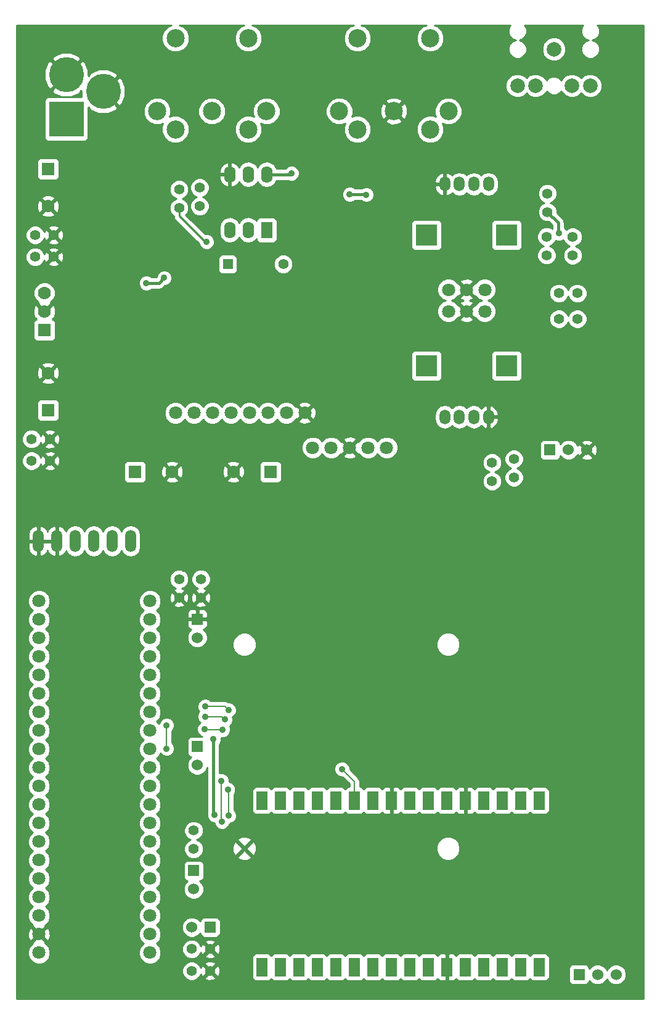
<source format=gbl>
G04 (created by PCBNEW (2013-07-07 BZR 4022)-stable) date 22/05/2015 13:43:49*
%MOIN*%
G04 Gerber Fmt 3.4, Leading zero omitted, Abs format*
%FSLAX34Y34*%
G01*
G70*
G90*
G04 APERTURE LIST*
%ADD10C,0.00590551*%
%ADD11C,0.07*%
%ADD12R,0.07X0.07*%
%ADD13R,0.0590551X0.1*%
%ADD14O,0.0590551X0.0787402*%
%ADD15C,0.0708661*%
%ADD16R,0.11811X0.11811*%
%ADD17C,0.055*%
%ADD18R,0.06X0.06*%
%ADD19C,0.06*%
%ADD20R,0.062X0.09*%
%ADD21O,0.062X0.09*%
%ADD22R,0.055X0.055*%
%ADD23C,0.0984252*%
%ADD24C,0.189*%
%ADD25R,0.189X0.189*%
%ADD26C,0.0787402*%
%ADD27O,0.0593X0.1187*%
%ADD28C,0.035*%
%ADD29C,0.015*%
%ADD30C,0.008*%
%ADD31C,0.01*%
G04 APERTURE END LIST*
G54D10*
G54D11*
X107086Y-48212D03*
X107086Y-49212D03*
G54D12*
X107086Y-50212D03*
G54D13*
X133858Y-84645D03*
X132858Y-84645D03*
X131858Y-84645D03*
X130858Y-84645D03*
X129858Y-84645D03*
X128858Y-84645D03*
X127858Y-84645D03*
X126858Y-84645D03*
X125858Y-84645D03*
X124858Y-84645D03*
X123858Y-84645D03*
X122858Y-84645D03*
X121858Y-84645D03*
X120858Y-84645D03*
X119858Y-84645D03*
X118858Y-84645D03*
X118858Y-75645D03*
X119858Y-75645D03*
X120858Y-75645D03*
X121858Y-75645D03*
X122858Y-75645D03*
X123858Y-75645D03*
X124858Y-75645D03*
X125858Y-75645D03*
X126858Y-75645D03*
X127858Y-75645D03*
X128858Y-75645D03*
X129858Y-75645D03*
X130858Y-75645D03*
X131858Y-75645D03*
X132858Y-75645D03*
X133858Y-75645D03*
G54D14*
X129526Y-54910D03*
X130313Y-54910D03*
X131101Y-54910D03*
X128738Y-54910D03*
G54D15*
X129920Y-49201D03*
X130904Y-49201D03*
X128935Y-49201D03*
G54D16*
X132085Y-52154D03*
X127754Y-52154D03*
G54D14*
X130314Y-42322D03*
X129527Y-42322D03*
X128740Y-42322D03*
X131102Y-42322D03*
G54D15*
X129921Y-48031D03*
X128937Y-48031D03*
X130905Y-48031D03*
G54D16*
X127755Y-45078D03*
X132086Y-45078D03*
G54D17*
X132480Y-58177D03*
X132480Y-57177D03*
X131299Y-57374D03*
X131299Y-58374D03*
X134295Y-43830D03*
X134295Y-42830D03*
X134251Y-46169D03*
X134251Y-45169D03*
X114370Y-42610D03*
X114370Y-43610D03*
X135660Y-46180D03*
X135660Y-45180D03*
X115485Y-43520D03*
X115485Y-42520D03*
X135910Y-49610D03*
X134910Y-49610D03*
X135910Y-48225D03*
X134910Y-48225D03*
G54D18*
X134433Y-56692D03*
G54D19*
X135433Y-56692D03*
X136433Y-56692D03*
G54D18*
X136007Y-85039D03*
G54D19*
X137007Y-85039D03*
X138007Y-85039D03*
G54D18*
X116051Y-82480D03*
G54D19*
X115051Y-82480D03*
G54D18*
X115354Y-65838D03*
G54D19*
X115354Y-66838D03*
G54D18*
X115354Y-72728D03*
G54D19*
X115354Y-73728D03*
G54D20*
X119110Y-44807D03*
G54D21*
X118110Y-44807D03*
X117110Y-44807D03*
X117110Y-41807D03*
X118110Y-41807D03*
X119110Y-41807D03*
G54D22*
X117003Y-46653D03*
G54D17*
X120003Y-46653D03*
G54D12*
X107283Y-41519D03*
G54D11*
X107283Y-43519D03*
G54D12*
X107283Y-54543D03*
G54D11*
X107283Y-52543D03*
G54D12*
X119307Y-57874D03*
G54D11*
X117307Y-57874D03*
G54D12*
X111992Y-57874D03*
G54D11*
X113992Y-57874D03*
G54D17*
X114370Y-63673D03*
X114370Y-64673D03*
X115551Y-63673D03*
X115551Y-64673D03*
X115051Y-84842D03*
X116051Y-84842D03*
X115051Y-83661D03*
X116051Y-83661D03*
X106389Y-56102D03*
X107389Y-56102D03*
X106389Y-57283D03*
X107389Y-57283D03*
X106586Y-46259D03*
X107586Y-46259D03*
X106586Y-45078D03*
X107586Y-45078D03*
G54D15*
X112795Y-83858D03*
X112795Y-82858D03*
X112795Y-81858D03*
X112795Y-80858D03*
X112795Y-79858D03*
X112795Y-78858D03*
X112795Y-77858D03*
X112795Y-76858D03*
X112795Y-75858D03*
X112795Y-74858D03*
X112795Y-73858D03*
X112795Y-72858D03*
X112795Y-71858D03*
X112795Y-70858D03*
X112795Y-69858D03*
X112795Y-68858D03*
X112795Y-67858D03*
X112795Y-66858D03*
X112795Y-65858D03*
X112795Y-64858D03*
X106795Y-64858D03*
X106795Y-65858D03*
X106795Y-66858D03*
X106795Y-67858D03*
X106795Y-68858D03*
X106795Y-69858D03*
X106795Y-70858D03*
X106795Y-71858D03*
X106795Y-72858D03*
X106795Y-73858D03*
X106795Y-74858D03*
X106795Y-75858D03*
X106795Y-76858D03*
X106795Y-77858D03*
X106795Y-78858D03*
X106795Y-79858D03*
X106795Y-80858D03*
X106795Y-81858D03*
X106795Y-82858D03*
X106795Y-83858D03*
X114173Y-54692D03*
X115173Y-54692D03*
X116173Y-54692D03*
X117173Y-54692D03*
X118173Y-54692D03*
X119173Y-54692D03*
X120173Y-54692D03*
X121173Y-54692D03*
G54D23*
X116141Y-38385D03*
X119094Y-38385D03*
X113188Y-38385D03*
X114173Y-34448D03*
X118110Y-34448D03*
X114173Y-39370D03*
X118110Y-39370D03*
X125984Y-38385D03*
X128937Y-38385D03*
X123031Y-38385D03*
X124015Y-34448D03*
X127952Y-34448D03*
X124015Y-39370D03*
X127952Y-39370D03*
G54D24*
X108267Y-36417D03*
G54D25*
X108267Y-38817D03*
G54D24*
X110267Y-37317D03*
G54D26*
X133661Y-37007D03*
X135629Y-37007D03*
X132677Y-37007D03*
X136614Y-37007D03*
X134645Y-35039D03*
G54D27*
X106751Y-61614D03*
X107751Y-61614D03*
X108751Y-61614D03*
X109751Y-61614D03*
X110751Y-61614D03*
X111751Y-61614D03*
G54D18*
X115157Y-79421D03*
G54D19*
X115157Y-80421D03*
G54D17*
X115157Y-78255D03*
X115157Y-77255D03*
G54D15*
X121598Y-56570D03*
X122598Y-56570D03*
X123598Y-56570D03*
X124598Y-56570D03*
X125598Y-56570D03*
G54D28*
X116220Y-72322D03*
X116299Y-76417D03*
X134920Y-44980D03*
X124500Y-42900D03*
X123595Y-42880D03*
X120450Y-41740D03*
X112595Y-47675D03*
X113565Y-47390D03*
X113700Y-71574D03*
X113700Y-72834D03*
X116653Y-74566D03*
X116692Y-76771D03*
X115787Y-70551D03*
X117047Y-70748D03*
X116732Y-71811D03*
X115748Y-71771D03*
X115787Y-71102D03*
X116850Y-71259D03*
X123188Y-73937D03*
X117047Y-76456D03*
X117007Y-75039D03*
X115860Y-45450D03*
G54D29*
X116220Y-76338D02*
X116220Y-72322D01*
X116299Y-76417D02*
X116220Y-76338D01*
X134880Y-44415D02*
X134295Y-43830D01*
X134880Y-44940D02*
X134880Y-44415D01*
X134920Y-44980D02*
X134880Y-44940D01*
X124500Y-42900D02*
X124480Y-42880D01*
X124480Y-42880D02*
X123595Y-42880D01*
X120450Y-41740D02*
X120382Y-41807D01*
X120382Y-41807D02*
X119110Y-41807D01*
X113280Y-47675D02*
X112595Y-47675D01*
X113565Y-47390D02*
X113280Y-47675D01*
G54D30*
X113700Y-72834D02*
X113700Y-71574D01*
X116653Y-76732D02*
X116653Y-74566D01*
X116692Y-76771D02*
X116653Y-76732D01*
X116850Y-70551D02*
X115787Y-70551D01*
X117047Y-70748D02*
X116850Y-70551D01*
X115787Y-71811D02*
X116732Y-71811D01*
X115748Y-71771D02*
X115787Y-71811D01*
X123858Y-75645D02*
X123858Y-74606D01*
X116692Y-71102D02*
X115787Y-71102D01*
X116850Y-71259D02*
X116692Y-71102D01*
X123858Y-74606D02*
X123188Y-73937D01*
X117047Y-75078D02*
X117047Y-76456D01*
X117007Y-75039D02*
X117047Y-75078D01*
G54D31*
X114370Y-43610D02*
X114370Y-44050D01*
X115770Y-45450D02*
X115860Y-45450D01*
X114370Y-44050D02*
X115770Y-45450D01*
G54D10*
G36*
X139494Y-86344D02*
X138557Y-86344D01*
X138557Y-84930D01*
X138474Y-84728D01*
X138319Y-84573D01*
X138117Y-84489D01*
X137898Y-84489D01*
X137696Y-84572D01*
X137541Y-84727D01*
X137507Y-84809D01*
X137474Y-84728D01*
X137319Y-84573D01*
X137257Y-84547D01*
X137257Y-36880D01*
X137160Y-36643D01*
X136979Y-36462D01*
X136742Y-36364D01*
X136486Y-36364D01*
X136250Y-36461D01*
X136121Y-36589D01*
X135995Y-36462D01*
X135758Y-36364D01*
X135502Y-36364D01*
X135289Y-36452D01*
X135289Y-34911D01*
X135191Y-34675D01*
X135010Y-34493D01*
X134774Y-34395D01*
X134518Y-34395D01*
X134281Y-34493D01*
X134100Y-34674D01*
X134002Y-34910D01*
X134001Y-35166D01*
X134099Y-35403D01*
X134280Y-35584D01*
X134517Y-35682D01*
X134773Y-35683D01*
X135009Y-35585D01*
X135191Y-35404D01*
X135289Y-35167D01*
X135289Y-34911D01*
X135289Y-36452D01*
X135265Y-36461D01*
X135084Y-36642D01*
X135054Y-36715D01*
X134927Y-36587D01*
X134744Y-36511D01*
X134547Y-36511D01*
X134365Y-36587D01*
X134236Y-36715D01*
X134207Y-36643D01*
X134026Y-36462D01*
X133790Y-36364D01*
X133533Y-36364D01*
X133297Y-36461D01*
X133169Y-36589D01*
X133042Y-36462D01*
X132805Y-36364D01*
X132549Y-36364D01*
X132313Y-36461D01*
X132131Y-36642D01*
X132033Y-36879D01*
X132033Y-37135D01*
X132131Y-37372D01*
X132312Y-37553D01*
X132548Y-37651D01*
X132804Y-37651D01*
X133041Y-37553D01*
X133169Y-37426D01*
X133296Y-37553D01*
X133532Y-37651D01*
X133788Y-37651D01*
X134025Y-37553D01*
X134206Y-37372D01*
X134236Y-37300D01*
X134364Y-37428D01*
X134546Y-37503D01*
X134743Y-37504D01*
X134926Y-37428D01*
X135054Y-37300D01*
X135083Y-37372D01*
X135264Y-37553D01*
X135501Y-37651D01*
X135757Y-37651D01*
X135994Y-37553D01*
X136122Y-37426D01*
X136249Y-37553D01*
X136485Y-37651D01*
X136741Y-37651D01*
X136978Y-37553D01*
X137159Y-37372D01*
X137257Y-37136D01*
X137257Y-36880D01*
X137257Y-84547D01*
X137117Y-84489D01*
X136987Y-84489D01*
X136987Y-56774D01*
X136976Y-56556D01*
X136914Y-56405D01*
X136818Y-56377D01*
X136748Y-56448D01*
X136748Y-56307D01*
X136720Y-56211D01*
X136514Y-56138D01*
X136435Y-56142D01*
X136435Y-49506D01*
X136435Y-48121D01*
X136355Y-47928D01*
X136207Y-47780D01*
X136185Y-47770D01*
X136185Y-46076D01*
X136105Y-45883D01*
X135957Y-45735D01*
X135824Y-45679D01*
X135957Y-45625D01*
X136104Y-45477D01*
X136184Y-45284D01*
X136185Y-45076D01*
X136105Y-44883D01*
X135957Y-44735D01*
X135764Y-44655D01*
X135556Y-44654D01*
X135363Y-44734D01*
X135303Y-44794D01*
X135280Y-44739D01*
X135205Y-44663D01*
X135205Y-44415D01*
X135204Y-44414D01*
X135205Y-44414D01*
X135200Y-44390D01*
X135180Y-44290D01*
X135180Y-44290D01*
X135109Y-44185D01*
X135109Y-44185D01*
X134819Y-43895D01*
X134820Y-43726D01*
X134740Y-43533D01*
X134592Y-43385D01*
X134459Y-43329D01*
X134592Y-43275D01*
X134739Y-43127D01*
X134819Y-42934D01*
X134820Y-42726D01*
X134740Y-42533D01*
X134592Y-42385D01*
X134399Y-42305D01*
X134191Y-42304D01*
X133998Y-42384D01*
X133850Y-42532D01*
X133770Y-42725D01*
X133769Y-42933D01*
X133849Y-43127D01*
X133997Y-43274D01*
X134130Y-43330D01*
X133998Y-43384D01*
X133850Y-43532D01*
X133770Y-43725D01*
X133769Y-43933D01*
X133849Y-44127D01*
X133997Y-44274D01*
X134190Y-44354D01*
X134360Y-44355D01*
X134555Y-44549D01*
X134555Y-44729D01*
X134549Y-44724D01*
X134356Y-44644D01*
X134147Y-44644D01*
X133954Y-44723D01*
X133807Y-44871D01*
X133727Y-45064D01*
X133726Y-45273D01*
X133806Y-45466D01*
X133954Y-45614D01*
X134087Y-45669D01*
X133954Y-45723D01*
X133807Y-45871D01*
X133727Y-46064D01*
X133726Y-46273D01*
X133806Y-46466D01*
X133954Y-46614D01*
X134147Y-46694D01*
X134355Y-46694D01*
X134548Y-46614D01*
X134696Y-46467D01*
X134776Y-46274D01*
X134777Y-46065D01*
X134697Y-45872D01*
X134549Y-45724D01*
X134416Y-45669D01*
X134548Y-45614D01*
X134696Y-45467D01*
X134739Y-45365D01*
X134835Y-45404D01*
X135004Y-45405D01*
X135158Y-45341D01*
X135214Y-45477D01*
X135362Y-45624D01*
X135495Y-45680D01*
X135363Y-45734D01*
X135215Y-45882D01*
X135135Y-46075D01*
X135134Y-46283D01*
X135214Y-46477D01*
X135362Y-46624D01*
X135555Y-46704D01*
X135763Y-46705D01*
X135957Y-46625D01*
X136104Y-46477D01*
X136184Y-46284D01*
X136185Y-46076D01*
X136185Y-47770D01*
X136014Y-47700D01*
X135806Y-47699D01*
X135613Y-47779D01*
X135465Y-47927D01*
X135409Y-48060D01*
X135355Y-47928D01*
X135207Y-47780D01*
X135014Y-47700D01*
X134806Y-47699D01*
X134613Y-47779D01*
X134465Y-47927D01*
X134385Y-48120D01*
X134384Y-48328D01*
X134464Y-48522D01*
X134612Y-48669D01*
X134805Y-48749D01*
X135013Y-48750D01*
X135207Y-48670D01*
X135354Y-48522D01*
X135410Y-48389D01*
X135464Y-48522D01*
X135612Y-48669D01*
X135805Y-48749D01*
X136013Y-48750D01*
X136207Y-48670D01*
X136354Y-48522D01*
X136434Y-48329D01*
X136435Y-48121D01*
X136435Y-49506D01*
X136355Y-49313D01*
X136207Y-49165D01*
X136014Y-49085D01*
X135806Y-49084D01*
X135613Y-49164D01*
X135465Y-49312D01*
X135409Y-49445D01*
X135355Y-49313D01*
X135207Y-49165D01*
X135014Y-49085D01*
X134806Y-49084D01*
X134613Y-49164D01*
X134465Y-49312D01*
X134385Y-49505D01*
X134384Y-49713D01*
X134464Y-49907D01*
X134612Y-50054D01*
X134805Y-50134D01*
X135013Y-50135D01*
X135207Y-50055D01*
X135354Y-49907D01*
X135410Y-49774D01*
X135464Y-49907D01*
X135612Y-50054D01*
X135805Y-50134D01*
X136013Y-50135D01*
X136207Y-50055D01*
X136354Y-49907D01*
X136434Y-49714D01*
X136435Y-49506D01*
X136435Y-56142D01*
X136296Y-56149D01*
X136145Y-56211D01*
X136117Y-56307D01*
X136433Y-56622D01*
X136748Y-56307D01*
X136748Y-56448D01*
X136503Y-56692D01*
X136818Y-57008D01*
X136914Y-56980D01*
X136987Y-56774D01*
X136987Y-84489D01*
X136898Y-84489D01*
X136748Y-84551D01*
X136748Y-57078D01*
X136433Y-56763D01*
X136362Y-56834D01*
X136362Y-56692D01*
X136047Y-56377D01*
X135951Y-56405D01*
X135932Y-56460D01*
X135899Y-56381D01*
X135745Y-56226D01*
X135542Y-56143D01*
X135324Y-56142D01*
X135121Y-56226D01*
X134983Y-56364D01*
X134983Y-56343D01*
X134945Y-56251D01*
X134874Y-56181D01*
X134783Y-56142D01*
X134683Y-56142D01*
X134083Y-56142D01*
X133991Y-56180D01*
X133921Y-56251D01*
X133883Y-56342D01*
X133883Y-56442D01*
X133883Y-57042D01*
X133921Y-57134D01*
X133991Y-57204D01*
X134083Y-57242D01*
X134182Y-57242D01*
X134782Y-57242D01*
X134874Y-57204D01*
X134944Y-57134D01*
X134983Y-57042D01*
X134983Y-57020D01*
X135121Y-57158D01*
X135323Y-57242D01*
X135541Y-57243D01*
X135744Y-57159D01*
X135899Y-57004D01*
X135930Y-56929D01*
X135951Y-56980D01*
X136047Y-57008D01*
X136362Y-56692D01*
X136362Y-56834D01*
X136117Y-57078D01*
X136145Y-57174D01*
X136351Y-57247D01*
X136569Y-57236D01*
X136720Y-57174D01*
X136748Y-57078D01*
X136748Y-84551D01*
X136696Y-84572D01*
X136557Y-84711D01*
X136557Y-84689D01*
X136519Y-84597D01*
X136449Y-84527D01*
X136357Y-84489D01*
X136258Y-84489D01*
X135658Y-84489D01*
X135566Y-84527D01*
X135496Y-84597D01*
X135457Y-84689D01*
X135457Y-84788D01*
X135457Y-85388D01*
X135495Y-85480D01*
X135566Y-85551D01*
X135657Y-85589D01*
X135757Y-85589D01*
X136357Y-85589D01*
X136449Y-85551D01*
X136519Y-85481D01*
X136557Y-85389D01*
X136557Y-85367D01*
X136695Y-85505D01*
X136897Y-85589D01*
X137116Y-85589D01*
X137319Y-85505D01*
X137473Y-85351D01*
X137507Y-85269D01*
X137541Y-85350D01*
X137695Y-85505D01*
X137897Y-85589D01*
X138116Y-85589D01*
X138319Y-85505D01*
X138473Y-85351D01*
X138557Y-85149D01*
X138557Y-84930D01*
X138557Y-86344D01*
X134403Y-86344D01*
X134403Y-85096D01*
X134403Y-84096D01*
X134403Y-76096D01*
X134403Y-75096D01*
X134365Y-75004D01*
X134295Y-74933D01*
X134203Y-74895D01*
X134104Y-74895D01*
X133513Y-74895D01*
X133421Y-74933D01*
X133358Y-74996D01*
X133295Y-74933D01*
X133203Y-74895D01*
X133104Y-74895D01*
X133005Y-74895D01*
X133005Y-58073D01*
X132925Y-57880D01*
X132778Y-57732D01*
X132645Y-57677D01*
X132777Y-57622D01*
X132925Y-57474D01*
X133005Y-57282D01*
X133005Y-57073D01*
X132927Y-56883D01*
X132927Y-45619D01*
X132927Y-44438D01*
X132889Y-44346D01*
X132818Y-44276D01*
X132727Y-44238D01*
X132627Y-44238D01*
X131647Y-44238D01*
X131647Y-42433D01*
X131647Y-42211D01*
X131606Y-42003D01*
X131487Y-41826D01*
X131311Y-41708D01*
X131102Y-41666D01*
X130893Y-41708D01*
X130716Y-41826D01*
X130708Y-41838D01*
X130700Y-41826D01*
X130523Y-41708D01*
X130314Y-41666D01*
X130106Y-41708D01*
X129929Y-41826D01*
X129921Y-41838D01*
X129913Y-41826D01*
X129736Y-41708D01*
X129679Y-41696D01*
X129679Y-38238D01*
X129566Y-37965D01*
X129357Y-37757D01*
X129085Y-37643D01*
X128790Y-37643D01*
X128517Y-37756D01*
X128308Y-37964D01*
X128195Y-38237D01*
X128194Y-38532D01*
X128261Y-38694D01*
X128101Y-38628D01*
X127805Y-38627D01*
X127532Y-38740D01*
X127323Y-38949D01*
X127210Y-39221D01*
X127210Y-39517D01*
X127323Y-39789D01*
X127531Y-39998D01*
X127804Y-40112D01*
X128099Y-40112D01*
X128372Y-39999D01*
X128581Y-39791D01*
X128694Y-39518D01*
X128695Y-39223D01*
X128628Y-39061D01*
X128788Y-39127D01*
X129083Y-39128D01*
X129356Y-39015D01*
X129565Y-38806D01*
X129679Y-38534D01*
X129679Y-38238D01*
X129679Y-41696D01*
X129527Y-41666D01*
X129318Y-41708D01*
X129141Y-41826D01*
X129128Y-41845D01*
X129101Y-41809D01*
X128915Y-41703D01*
X128874Y-41695D01*
X128790Y-41744D01*
X128790Y-42272D01*
X128798Y-42272D01*
X128798Y-42372D01*
X128790Y-42372D01*
X128790Y-42901D01*
X128874Y-42949D01*
X128915Y-42942D01*
X129101Y-42835D01*
X129128Y-42799D01*
X129141Y-42819D01*
X129318Y-42937D01*
X129527Y-42979D01*
X129736Y-42937D01*
X129913Y-42819D01*
X129921Y-42807D01*
X129929Y-42819D01*
X130106Y-42937D01*
X130314Y-42979D01*
X130523Y-42937D01*
X130700Y-42819D01*
X130708Y-42807D01*
X130716Y-42819D01*
X130893Y-42937D01*
X131102Y-42979D01*
X131311Y-42937D01*
X131487Y-42819D01*
X131606Y-42642D01*
X131647Y-42433D01*
X131647Y-44238D01*
X131446Y-44238D01*
X131354Y-44276D01*
X131284Y-44346D01*
X131246Y-44438D01*
X131246Y-44537D01*
X131246Y-45718D01*
X131283Y-45810D01*
X131354Y-45881D01*
X131446Y-45919D01*
X131545Y-45919D01*
X132726Y-45919D01*
X132818Y-45881D01*
X132888Y-45811D01*
X132927Y-45719D01*
X132927Y-45619D01*
X132927Y-56883D01*
X132925Y-56880D01*
X132925Y-52695D01*
X132925Y-51514D01*
X132887Y-51422D01*
X132817Y-51351D01*
X132725Y-51313D01*
X132626Y-51313D01*
X131509Y-51313D01*
X131509Y-47911D01*
X131418Y-47689D01*
X131248Y-47519D01*
X131026Y-47427D01*
X130785Y-47427D01*
X130563Y-47518D01*
X130393Y-47688D01*
X130392Y-47692D01*
X130346Y-47676D01*
X130275Y-47747D01*
X130275Y-47606D01*
X130241Y-47505D01*
X130016Y-47422D01*
X129775Y-47432D01*
X129600Y-47505D01*
X129566Y-47606D01*
X129921Y-47960D01*
X130275Y-47606D01*
X130275Y-47747D01*
X129991Y-48031D01*
X130346Y-48386D01*
X130391Y-48370D01*
X130392Y-48373D01*
X130562Y-48543D01*
X130737Y-48616D01*
X130562Y-48688D01*
X130392Y-48858D01*
X130390Y-48862D01*
X130345Y-48846D01*
X130275Y-48916D01*
X130275Y-48456D01*
X129921Y-48102D01*
X129850Y-48172D01*
X129850Y-48031D01*
X129496Y-47676D01*
X129450Y-47692D01*
X129449Y-47689D01*
X129279Y-47519D01*
X129057Y-47427D01*
X128817Y-47427D01*
X128690Y-47479D01*
X128690Y-42901D01*
X128690Y-42372D01*
X128690Y-42272D01*
X128690Y-41744D01*
X128605Y-41695D01*
X128565Y-41703D01*
X128379Y-41809D01*
X128248Y-41979D01*
X128191Y-42186D01*
X128255Y-42272D01*
X128690Y-42272D01*
X128690Y-42372D01*
X128255Y-42372D01*
X128191Y-42459D01*
X128248Y-42666D01*
X128379Y-42835D01*
X128565Y-42942D01*
X128605Y-42949D01*
X128690Y-42901D01*
X128690Y-47479D01*
X128596Y-47518D01*
X128596Y-45619D01*
X128596Y-44438D01*
X128558Y-44346D01*
X128488Y-44276D01*
X128396Y-44238D01*
X128296Y-44238D01*
X127115Y-44238D01*
X127023Y-44276D01*
X126953Y-44346D01*
X126915Y-44438D01*
X126915Y-44537D01*
X126915Y-45718D01*
X126953Y-45810D01*
X127023Y-45881D01*
X127115Y-45919D01*
X127214Y-45919D01*
X128395Y-45919D01*
X128487Y-45881D01*
X128558Y-45811D01*
X128596Y-45719D01*
X128596Y-45619D01*
X128596Y-47518D01*
X128595Y-47518D01*
X128424Y-47688D01*
X128332Y-47910D01*
X128332Y-48151D01*
X128424Y-48373D01*
X128594Y-48543D01*
X128769Y-48616D01*
X128593Y-48688D01*
X128423Y-48858D01*
X128331Y-49080D01*
X128331Y-49321D01*
X128423Y-49543D01*
X128592Y-49713D01*
X128815Y-49805D01*
X129055Y-49805D01*
X129277Y-49713D01*
X129447Y-49544D01*
X129449Y-49540D01*
X129494Y-49555D01*
X129849Y-49201D01*
X129494Y-48846D01*
X129449Y-48862D01*
X129448Y-48859D01*
X129278Y-48689D01*
X129103Y-48616D01*
X129278Y-48544D01*
X129449Y-48374D01*
X129450Y-48370D01*
X129496Y-48386D01*
X129850Y-48031D01*
X129850Y-48172D01*
X129566Y-48456D01*
X129600Y-48557D01*
X129750Y-48612D01*
X129599Y-48675D01*
X129565Y-48776D01*
X129920Y-49130D01*
X130274Y-48776D01*
X130240Y-48675D01*
X130090Y-48620D01*
X130241Y-48557D01*
X130275Y-48456D01*
X130275Y-48916D01*
X129990Y-49201D01*
X130345Y-49555D01*
X130390Y-49540D01*
X130391Y-49543D01*
X130561Y-49713D01*
X130783Y-49805D01*
X131023Y-49805D01*
X131246Y-49713D01*
X131416Y-49544D01*
X131508Y-49322D01*
X131508Y-49081D01*
X131416Y-48859D01*
X131247Y-48689D01*
X131071Y-48616D01*
X131247Y-48544D01*
X131417Y-48374D01*
X131509Y-48152D01*
X131509Y-47911D01*
X131509Y-51313D01*
X131445Y-51313D01*
X131353Y-51351D01*
X131282Y-51421D01*
X131244Y-51513D01*
X131244Y-51613D01*
X131244Y-52794D01*
X131282Y-52886D01*
X131353Y-52956D01*
X131444Y-52994D01*
X131544Y-52994D01*
X132725Y-52994D01*
X132817Y-52956D01*
X132887Y-52886D01*
X132925Y-52794D01*
X132925Y-52695D01*
X132925Y-56880D01*
X132925Y-56880D01*
X132778Y-56732D01*
X132585Y-56652D01*
X132376Y-56652D01*
X132183Y-56731D01*
X132035Y-56879D01*
X131955Y-57072D01*
X131955Y-57281D01*
X132034Y-57474D01*
X132182Y-57621D01*
X132315Y-57677D01*
X132183Y-57731D01*
X132035Y-57879D01*
X131955Y-58072D01*
X131955Y-58281D01*
X132034Y-58474D01*
X132182Y-58621D01*
X132375Y-58702D01*
X132584Y-58702D01*
X132777Y-58622D01*
X132925Y-58474D01*
X133005Y-58282D01*
X133005Y-58073D01*
X133005Y-74895D01*
X132513Y-74895D01*
X132421Y-74933D01*
X132358Y-74996D01*
X132295Y-74933D01*
X132203Y-74895D01*
X132104Y-74895D01*
X131824Y-74895D01*
X131824Y-58270D01*
X131744Y-58077D01*
X131596Y-57929D01*
X131463Y-57873D01*
X131596Y-57819D01*
X131744Y-57671D01*
X131824Y-57478D01*
X131824Y-57270D01*
X131744Y-57077D01*
X131649Y-56981D01*
X131649Y-55046D01*
X131649Y-54773D01*
X131593Y-54566D01*
X131462Y-54397D01*
X131275Y-54290D01*
X131235Y-54283D01*
X131151Y-54331D01*
X131151Y-54860D01*
X131586Y-54860D01*
X131649Y-54773D01*
X131649Y-55046D01*
X131586Y-54960D01*
X131151Y-54960D01*
X131151Y-55488D01*
X131235Y-55536D01*
X131275Y-55529D01*
X131462Y-55422D01*
X131593Y-55253D01*
X131649Y-55046D01*
X131649Y-56981D01*
X131596Y-56929D01*
X131404Y-56849D01*
X131195Y-56848D01*
X131051Y-56908D01*
X131051Y-55488D01*
X131051Y-54960D01*
X131043Y-54960D01*
X131043Y-54860D01*
X131051Y-54860D01*
X131051Y-54331D01*
X130966Y-54283D01*
X130926Y-54290D01*
X130740Y-54397D01*
X130712Y-54433D01*
X130699Y-54413D01*
X130522Y-54295D01*
X130313Y-54253D01*
X130274Y-54261D01*
X130274Y-49626D01*
X129920Y-49272D01*
X129565Y-49626D01*
X129599Y-49727D01*
X129825Y-49810D01*
X130065Y-49800D01*
X130240Y-49727D01*
X130274Y-49626D01*
X130274Y-54261D01*
X130105Y-54295D01*
X129928Y-54413D01*
X129920Y-54425D01*
X129911Y-54413D01*
X129734Y-54295D01*
X129526Y-54253D01*
X129317Y-54295D01*
X129140Y-54413D01*
X129132Y-54425D01*
X129124Y-54413D01*
X128947Y-54295D01*
X128738Y-54253D01*
X128595Y-54282D01*
X128595Y-52695D01*
X128595Y-51514D01*
X128557Y-51422D01*
X128486Y-51351D01*
X128395Y-51313D01*
X128295Y-51313D01*
X127114Y-51313D01*
X127022Y-51351D01*
X126952Y-51421D01*
X126914Y-51513D01*
X126914Y-51613D01*
X126914Y-52794D01*
X126952Y-52886D01*
X127022Y-52956D01*
X127114Y-52994D01*
X127213Y-52994D01*
X128394Y-52994D01*
X128486Y-52956D01*
X128557Y-52886D01*
X128595Y-52794D01*
X128595Y-52695D01*
X128595Y-54282D01*
X128530Y-54295D01*
X128353Y-54413D01*
X128235Y-54590D01*
X128193Y-54798D01*
X128193Y-55021D01*
X128235Y-55229D01*
X128353Y-55406D01*
X128530Y-55524D01*
X128738Y-55566D01*
X128947Y-55524D01*
X129124Y-55406D01*
X129132Y-55394D01*
X129140Y-55406D01*
X129317Y-55524D01*
X129526Y-55566D01*
X129734Y-55524D01*
X129911Y-55406D01*
X129920Y-55394D01*
X129928Y-55406D01*
X130105Y-55524D01*
X130313Y-55566D01*
X130522Y-55524D01*
X130699Y-55406D01*
X130712Y-55386D01*
X130740Y-55422D01*
X130926Y-55529D01*
X130966Y-55536D01*
X131051Y-55488D01*
X131051Y-56908D01*
X131002Y-56928D01*
X130854Y-57076D01*
X130774Y-57269D01*
X130774Y-57477D01*
X130853Y-57671D01*
X131001Y-57818D01*
X131134Y-57874D01*
X131002Y-57928D01*
X130854Y-58076D01*
X130774Y-58269D01*
X130774Y-58477D01*
X130853Y-58671D01*
X131001Y-58818D01*
X131194Y-58898D01*
X131403Y-58899D01*
X131596Y-58819D01*
X131744Y-58671D01*
X131824Y-58478D01*
X131824Y-58270D01*
X131824Y-74895D01*
X131513Y-74895D01*
X131421Y-74933D01*
X131358Y-74996D01*
X131295Y-74933D01*
X131203Y-74895D01*
X131104Y-74895D01*
X130513Y-74895D01*
X130421Y-74933D01*
X130358Y-74996D01*
X130295Y-74933D01*
X130203Y-74895D01*
X130104Y-74895D01*
X129970Y-74895D01*
X129908Y-74958D01*
X129908Y-75595D01*
X129916Y-75595D01*
X129916Y-75695D01*
X129908Y-75695D01*
X129908Y-76333D01*
X129970Y-76395D01*
X130104Y-76395D01*
X130203Y-76395D01*
X130295Y-76357D01*
X130358Y-76294D01*
X130421Y-76357D01*
X130513Y-76395D01*
X130612Y-76395D01*
X131203Y-76395D01*
X131294Y-76357D01*
X131358Y-76294D01*
X131421Y-76357D01*
X131513Y-76395D01*
X131612Y-76395D01*
X132203Y-76395D01*
X132294Y-76357D01*
X132358Y-76294D01*
X132421Y-76357D01*
X132513Y-76395D01*
X132612Y-76395D01*
X133203Y-76395D01*
X133294Y-76357D01*
X133358Y-76294D01*
X133421Y-76357D01*
X133513Y-76395D01*
X133612Y-76395D01*
X134203Y-76395D01*
X134294Y-76357D01*
X134365Y-76287D01*
X134403Y-76195D01*
X134403Y-76096D01*
X134403Y-84096D01*
X134365Y-84004D01*
X134295Y-83933D01*
X134203Y-83895D01*
X134104Y-83895D01*
X133513Y-83895D01*
X133421Y-83933D01*
X133358Y-83996D01*
X133295Y-83933D01*
X133203Y-83895D01*
X133104Y-83895D01*
X132513Y-83895D01*
X132421Y-83933D01*
X132358Y-83996D01*
X132295Y-83933D01*
X132203Y-83895D01*
X132104Y-83895D01*
X131513Y-83895D01*
X131421Y-83933D01*
X131358Y-83996D01*
X131295Y-83933D01*
X131203Y-83895D01*
X131104Y-83895D01*
X130513Y-83895D01*
X130421Y-83933D01*
X130358Y-83996D01*
X130295Y-83933D01*
X130203Y-83895D01*
X130104Y-83895D01*
X129808Y-83895D01*
X129808Y-76333D01*
X129808Y-75695D01*
X129800Y-75695D01*
X129800Y-75595D01*
X129808Y-75595D01*
X129808Y-74958D01*
X129745Y-74895D01*
X129612Y-74895D01*
X129565Y-74895D01*
X129565Y-67072D01*
X129467Y-66835D01*
X129286Y-66654D01*
X129050Y-66556D01*
X128794Y-66556D01*
X128557Y-66653D01*
X128376Y-66834D01*
X128278Y-67071D01*
X128277Y-67327D01*
X128375Y-67564D01*
X128556Y-67745D01*
X128793Y-67843D01*
X129049Y-67843D01*
X129285Y-67746D01*
X129467Y-67565D01*
X129565Y-67328D01*
X129565Y-67072D01*
X129565Y-74895D01*
X129513Y-74895D01*
X129421Y-74933D01*
X129358Y-74996D01*
X129295Y-74933D01*
X129203Y-74895D01*
X129104Y-74895D01*
X128513Y-74895D01*
X128421Y-74933D01*
X128358Y-74996D01*
X128295Y-74933D01*
X128203Y-74895D01*
X128104Y-74895D01*
X127513Y-74895D01*
X127421Y-74933D01*
X127358Y-74996D01*
X127295Y-74933D01*
X127203Y-74895D01*
X127104Y-74895D01*
X126730Y-74895D01*
X126730Y-38513D01*
X126722Y-38218D01*
X126624Y-37982D01*
X126509Y-37931D01*
X126438Y-38002D01*
X126438Y-37860D01*
X126387Y-37745D01*
X126111Y-37640D01*
X125816Y-37647D01*
X125580Y-37745D01*
X125530Y-37860D01*
X125984Y-38315D01*
X126438Y-37860D01*
X126438Y-38002D01*
X126054Y-38385D01*
X126509Y-38840D01*
X126624Y-38789D01*
X126730Y-38513D01*
X126730Y-74895D01*
X126513Y-74895D01*
X126438Y-74926D01*
X126438Y-38910D01*
X125984Y-38456D01*
X125913Y-38527D01*
X125913Y-38385D01*
X125459Y-37931D01*
X125344Y-37982D01*
X125238Y-38258D01*
X125246Y-38553D01*
X125344Y-38789D01*
X125459Y-38840D01*
X125913Y-38385D01*
X125913Y-38527D01*
X125530Y-38910D01*
X125580Y-39026D01*
X125856Y-39131D01*
X126151Y-39123D01*
X126387Y-39026D01*
X126438Y-38910D01*
X126438Y-74926D01*
X126421Y-74933D01*
X126358Y-74996D01*
X126295Y-74933D01*
X126203Y-74895D01*
X126203Y-74895D01*
X126203Y-56450D01*
X126111Y-56228D01*
X125941Y-56058D01*
X125719Y-55965D01*
X125479Y-55965D01*
X125257Y-56057D01*
X125098Y-56215D01*
X124941Y-56058D01*
X124925Y-56051D01*
X124925Y-42815D01*
X124860Y-42659D01*
X124758Y-42556D01*
X124758Y-39223D01*
X124645Y-38950D01*
X124436Y-38741D01*
X124164Y-38628D01*
X123868Y-38627D01*
X123706Y-38694D01*
X123773Y-38534D01*
X123773Y-38238D01*
X123661Y-37965D01*
X123452Y-37757D01*
X123179Y-37643D01*
X122884Y-37643D01*
X122611Y-37756D01*
X122402Y-37964D01*
X122289Y-38237D01*
X122289Y-38532D01*
X122401Y-38805D01*
X122610Y-39014D01*
X122883Y-39127D01*
X123178Y-39128D01*
X123340Y-39061D01*
X123273Y-39221D01*
X123273Y-39517D01*
X123386Y-39789D01*
X123594Y-39998D01*
X123867Y-40112D01*
X124162Y-40112D01*
X124435Y-39999D01*
X124644Y-39791D01*
X124757Y-39518D01*
X124758Y-39223D01*
X124758Y-42556D01*
X124741Y-42539D01*
X124584Y-42475D01*
X124415Y-42474D01*
X124259Y-42539D01*
X124244Y-42555D01*
X123871Y-42555D01*
X123836Y-42519D01*
X123679Y-42455D01*
X123510Y-42454D01*
X123354Y-42519D01*
X123234Y-42638D01*
X123170Y-42795D01*
X123169Y-42964D01*
X123234Y-43120D01*
X123353Y-43240D01*
X123510Y-43304D01*
X123679Y-43305D01*
X123835Y-43240D01*
X123870Y-43205D01*
X124203Y-43205D01*
X124258Y-43260D01*
X124415Y-43324D01*
X124584Y-43325D01*
X124740Y-43260D01*
X124860Y-43141D01*
X124924Y-42984D01*
X124925Y-42815D01*
X124925Y-56051D01*
X124719Y-55965D01*
X124479Y-55965D01*
X124257Y-56057D01*
X124086Y-56227D01*
X124083Y-56235D01*
X124024Y-56215D01*
X123953Y-56286D01*
X123953Y-56144D01*
X123919Y-56043D01*
X123693Y-55961D01*
X123453Y-55971D01*
X123278Y-56043D01*
X123244Y-56144D01*
X123598Y-56499D01*
X123953Y-56144D01*
X123953Y-56286D01*
X123669Y-56570D01*
X124024Y-56924D01*
X124083Y-56904D01*
X124086Y-56911D01*
X124256Y-57082D01*
X124478Y-57174D01*
X124718Y-57174D01*
X124940Y-57082D01*
X125099Y-56924D01*
X125256Y-57082D01*
X125478Y-57174D01*
X125718Y-57174D01*
X125940Y-57082D01*
X126111Y-56912D01*
X126203Y-56690D01*
X126203Y-56450D01*
X126203Y-74895D01*
X126104Y-74895D01*
X125970Y-74895D01*
X125908Y-74958D01*
X125908Y-75595D01*
X125916Y-75595D01*
X125916Y-75695D01*
X125908Y-75695D01*
X125908Y-76333D01*
X125970Y-76395D01*
X126104Y-76395D01*
X126203Y-76395D01*
X126295Y-76357D01*
X126358Y-76294D01*
X126421Y-76357D01*
X126513Y-76395D01*
X126612Y-76395D01*
X127203Y-76395D01*
X127294Y-76357D01*
X127358Y-76294D01*
X127421Y-76357D01*
X127513Y-76395D01*
X127612Y-76395D01*
X128203Y-76395D01*
X128294Y-76357D01*
X128358Y-76294D01*
X128421Y-76357D01*
X128513Y-76395D01*
X128612Y-76395D01*
X129203Y-76395D01*
X129294Y-76357D01*
X129358Y-76294D01*
X129421Y-76357D01*
X129513Y-76395D01*
X129612Y-76395D01*
X129745Y-76395D01*
X129808Y-76333D01*
X129808Y-83895D01*
X129565Y-83895D01*
X129565Y-78096D01*
X129467Y-77859D01*
X129286Y-77678D01*
X129050Y-77580D01*
X128794Y-77579D01*
X128557Y-77677D01*
X128376Y-77858D01*
X128278Y-78095D01*
X128277Y-78351D01*
X128375Y-78587D01*
X128556Y-78769D01*
X128793Y-78867D01*
X129049Y-78867D01*
X129285Y-78769D01*
X129467Y-78588D01*
X129565Y-78352D01*
X129565Y-78096D01*
X129565Y-83895D01*
X129513Y-83895D01*
X129421Y-83933D01*
X129358Y-83996D01*
X129295Y-83933D01*
X129203Y-83895D01*
X129104Y-83895D01*
X128970Y-83895D01*
X128908Y-83958D01*
X128908Y-84595D01*
X128916Y-84595D01*
X128916Y-84695D01*
X128908Y-84695D01*
X128908Y-85333D01*
X128970Y-85395D01*
X129104Y-85395D01*
X129203Y-85395D01*
X129295Y-85357D01*
X129358Y-85294D01*
X129421Y-85357D01*
X129513Y-85395D01*
X129612Y-85395D01*
X130203Y-85395D01*
X130294Y-85357D01*
X130358Y-85294D01*
X130421Y-85357D01*
X130513Y-85395D01*
X130612Y-85395D01*
X131203Y-85395D01*
X131294Y-85357D01*
X131358Y-85294D01*
X131421Y-85357D01*
X131513Y-85395D01*
X131612Y-85395D01*
X132203Y-85395D01*
X132294Y-85357D01*
X132358Y-85294D01*
X132421Y-85357D01*
X132513Y-85395D01*
X132612Y-85395D01*
X133203Y-85395D01*
X133294Y-85357D01*
X133358Y-85294D01*
X133421Y-85357D01*
X133513Y-85395D01*
X133612Y-85395D01*
X134203Y-85395D01*
X134294Y-85357D01*
X134365Y-85287D01*
X134403Y-85195D01*
X134403Y-85096D01*
X134403Y-86344D01*
X128808Y-86344D01*
X128808Y-85333D01*
X128808Y-84695D01*
X128800Y-84695D01*
X128800Y-84595D01*
X128808Y-84595D01*
X128808Y-83958D01*
X128745Y-83895D01*
X128612Y-83895D01*
X128513Y-83895D01*
X128421Y-83933D01*
X128358Y-83996D01*
X128295Y-83933D01*
X128203Y-83895D01*
X128104Y-83895D01*
X127513Y-83895D01*
X127421Y-83933D01*
X127358Y-83996D01*
X127295Y-83933D01*
X127203Y-83895D01*
X127104Y-83895D01*
X126513Y-83895D01*
X126421Y-83933D01*
X126358Y-83996D01*
X126295Y-83933D01*
X126203Y-83895D01*
X126104Y-83895D01*
X125808Y-83895D01*
X125808Y-76333D01*
X125808Y-75695D01*
X125800Y-75695D01*
X125800Y-75595D01*
X125808Y-75595D01*
X125808Y-74958D01*
X125745Y-74895D01*
X125612Y-74895D01*
X125513Y-74895D01*
X125421Y-74933D01*
X125358Y-74996D01*
X125295Y-74933D01*
X125203Y-74895D01*
X125104Y-74895D01*
X124513Y-74895D01*
X124421Y-74933D01*
X124358Y-74996D01*
X124295Y-74933D01*
X124203Y-74895D01*
X124148Y-74895D01*
X124148Y-74606D01*
X124126Y-74495D01*
X124063Y-74401D01*
X123953Y-74291D01*
X123953Y-56995D01*
X123598Y-56640D01*
X123528Y-56711D01*
X123528Y-56570D01*
X123173Y-56215D01*
X123114Y-56235D01*
X123111Y-56228D01*
X122941Y-56058D01*
X122719Y-55965D01*
X122479Y-55965D01*
X122257Y-56057D01*
X122098Y-56215D01*
X121941Y-56058D01*
X121782Y-55991D01*
X121782Y-54786D01*
X121771Y-54546D01*
X121699Y-54371D01*
X121598Y-54337D01*
X121527Y-54408D01*
X121527Y-54266D01*
X121493Y-54165D01*
X121267Y-54083D01*
X121027Y-54093D01*
X120875Y-54156D01*
X120875Y-41655D01*
X120810Y-41499D01*
X120691Y-41379D01*
X120534Y-41315D01*
X120365Y-41314D01*
X120209Y-41379D01*
X120106Y-41482D01*
X119836Y-41482D01*
X119836Y-38238D01*
X119723Y-37965D01*
X119515Y-37757D01*
X119242Y-37643D01*
X118947Y-37643D01*
X118674Y-37756D01*
X118465Y-37964D01*
X118352Y-38237D01*
X118352Y-38532D01*
X118419Y-38694D01*
X118258Y-38628D01*
X117963Y-38627D01*
X117690Y-38740D01*
X117481Y-38949D01*
X117368Y-39221D01*
X117367Y-39517D01*
X117480Y-39789D01*
X117689Y-39998D01*
X117961Y-40112D01*
X118257Y-40112D01*
X118530Y-39999D01*
X118739Y-39791D01*
X118852Y-39518D01*
X118852Y-39223D01*
X118785Y-39061D01*
X118946Y-39127D01*
X119241Y-39128D01*
X119514Y-39015D01*
X119723Y-38806D01*
X119836Y-38534D01*
X119836Y-38238D01*
X119836Y-41482D01*
X119636Y-41482D01*
X119627Y-41439D01*
X119506Y-41257D01*
X119324Y-41136D01*
X119110Y-41093D01*
X118895Y-41136D01*
X118714Y-41257D01*
X118610Y-41413D01*
X118506Y-41257D01*
X118324Y-41136D01*
X118110Y-41093D01*
X117895Y-41136D01*
X117714Y-41257D01*
X117610Y-41412D01*
X117608Y-41406D01*
X117470Y-41235D01*
X117278Y-41130D01*
X117246Y-41124D01*
X117160Y-41172D01*
X117160Y-41757D01*
X117168Y-41757D01*
X117168Y-41857D01*
X117160Y-41857D01*
X117160Y-42442D01*
X117246Y-42490D01*
X117278Y-42483D01*
X117470Y-42378D01*
X117608Y-42207D01*
X117610Y-42201D01*
X117714Y-42356D01*
X117895Y-42478D01*
X118110Y-42520D01*
X118324Y-42478D01*
X118506Y-42356D01*
X118610Y-42201D01*
X118714Y-42356D01*
X118895Y-42478D01*
X119110Y-42520D01*
X119324Y-42478D01*
X119506Y-42356D01*
X119627Y-42175D01*
X119636Y-42132D01*
X120286Y-42132D01*
X120365Y-42164D01*
X120534Y-42165D01*
X120690Y-42100D01*
X120810Y-41981D01*
X120874Y-41824D01*
X120875Y-41655D01*
X120875Y-54156D01*
X120852Y-54165D01*
X120818Y-54266D01*
X121173Y-54621D01*
X121527Y-54266D01*
X121527Y-54408D01*
X121243Y-54692D01*
X121598Y-55046D01*
X121699Y-55012D01*
X121782Y-54786D01*
X121782Y-55991D01*
X121719Y-55965D01*
X121527Y-55965D01*
X121527Y-55117D01*
X121173Y-54762D01*
X121102Y-54833D01*
X121102Y-54692D01*
X120747Y-54337D01*
X120688Y-54357D01*
X120685Y-54350D01*
X120529Y-54193D01*
X120529Y-46549D01*
X120449Y-46356D01*
X120301Y-46208D01*
X120108Y-46128D01*
X119899Y-46128D01*
X119706Y-46208D01*
X119670Y-46244D01*
X119670Y-45207D01*
X119670Y-44307D01*
X119632Y-44215D01*
X119562Y-44145D01*
X119470Y-44107D01*
X119370Y-44107D01*
X118750Y-44107D01*
X118658Y-44145D01*
X118588Y-44215D01*
X118550Y-44307D01*
X118550Y-44323D01*
X118506Y-44257D01*
X118324Y-44136D01*
X118110Y-44093D01*
X117895Y-44136D01*
X117714Y-44257D01*
X117610Y-44413D01*
X117506Y-44257D01*
X117324Y-44136D01*
X117110Y-44093D01*
X117060Y-44103D01*
X117060Y-42442D01*
X117060Y-41857D01*
X117060Y-41757D01*
X117060Y-41172D01*
X116973Y-41124D01*
X116942Y-41130D01*
X116883Y-41162D01*
X116883Y-38238D01*
X116771Y-37965D01*
X116562Y-37757D01*
X116289Y-37643D01*
X115994Y-37643D01*
X115721Y-37756D01*
X115512Y-37964D01*
X115399Y-38237D01*
X115399Y-38532D01*
X115512Y-38805D01*
X115720Y-39014D01*
X115993Y-39127D01*
X116288Y-39128D01*
X116561Y-39015D01*
X116770Y-38806D01*
X116883Y-38534D01*
X116883Y-38238D01*
X116883Y-41162D01*
X116749Y-41235D01*
X116611Y-41406D01*
X116550Y-41617D01*
X116550Y-41757D01*
X117060Y-41757D01*
X117060Y-41857D01*
X116550Y-41857D01*
X116550Y-41997D01*
X116611Y-42207D01*
X116749Y-42378D01*
X116942Y-42483D01*
X116973Y-42490D01*
X117060Y-42442D01*
X117060Y-44103D01*
X116895Y-44136D01*
X116714Y-44257D01*
X116592Y-44439D01*
X116550Y-44653D01*
X116550Y-44960D01*
X116592Y-45175D01*
X116714Y-45356D01*
X116895Y-45478D01*
X117110Y-45520D01*
X117324Y-45478D01*
X117506Y-45356D01*
X117610Y-45201D01*
X117714Y-45356D01*
X117895Y-45478D01*
X118110Y-45520D01*
X118324Y-45478D01*
X118506Y-45356D01*
X118550Y-45290D01*
X118550Y-45306D01*
X118588Y-45398D01*
X118658Y-45468D01*
X118750Y-45507D01*
X118849Y-45507D01*
X119469Y-45507D01*
X119561Y-45469D01*
X119632Y-45398D01*
X119670Y-45307D01*
X119670Y-45207D01*
X119670Y-46244D01*
X119559Y-46355D01*
X119479Y-46548D01*
X119478Y-46757D01*
X119558Y-46950D01*
X119706Y-47098D01*
X119899Y-47178D01*
X120107Y-47178D01*
X120300Y-47098D01*
X120448Y-46951D01*
X120528Y-46758D01*
X120529Y-46549D01*
X120529Y-54193D01*
X120516Y-54180D01*
X120293Y-54087D01*
X120053Y-54087D01*
X119831Y-54179D01*
X119673Y-54337D01*
X119516Y-54180D01*
X119293Y-54087D01*
X119053Y-54087D01*
X118831Y-54179D01*
X118673Y-54337D01*
X118516Y-54180D01*
X118293Y-54087D01*
X118053Y-54087D01*
X117831Y-54179D01*
X117673Y-54337D01*
X117528Y-54193D01*
X117528Y-46879D01*
X117528Y-46329D01*
X117491Y-46237D01*
X117420Y-46166D01*
X117328Y-46128D01*
X117229Y-46128D01*
X116679Y-46128D01*
X116587Y-46166D01*
X116517Y-46236D01*
X116478Y-46328D01*
X116478Y-46428D01*
X116478Y-46978D01*
X116516Y-47069D01*
X116587Y-47140D01*
X116678Y-47178D01*
X116778Y-47178D01*
X117328Y-47178D01*
X117420Y-47140D01*
X117490Y-47070D01*
X117528Y-46978D01*
X117528Y-46879D01*
X117528Y-54193D01*
X117516Y-54180D01*
X117293Y-54087D01*
X117053Y-54087D01*
X116831Y-54179D01*
X116673Y-54337D01*
X116516Y-54180D01*
X116293Y-54087D01*
X116285Y-54087D01*
X116285Y-45365D01*
X116220Y-45209D01*
X116101Y-45089D01*
X116010Y-45052D01*
X116010Y-43416D01*
X115930Y-43223D01*
X115782Y-43075D01*
X115649Y-43019D01*
X115782Y-42965D01*
X115929Y-42817D01*
X116009Y-42624D01*
X116010Y-42416D01*
X115930Y-42223D01*
X115782Y-42075D01*
X115589Y-41995D01*
X115381Y-41994D01*
X115188Y-42074D01*
X115040Y-42222D01*
X114960Y-42415D01*
X114959Y-42623D01*
X115039Y-42817D01*
X115187Y-42964D01*
X115320Y-43020D01*
X115188Y-43074D01*
X115040Y-43222D01*
X114960Y-43415D01*
X114959Y-43623D01*
X115039Y-43817D01*
X115187Y-43964D01*
X115380Y-44044D01*
X115588Y-44045D01*
X115782Y-43965D01*
X115929Y-43817D01*
X116009Y-43624D01*
X116010Y-43416D01*
X116010Y-45052D01*
X115944Y-45025D01*
X115775Y-45024D01*
X115771Y-45026D01*
X114915Y-44171D01*
X114915Y-39223D01*
X114802Y-38950D01*
X114594Y-38741D01*
X114321Y-38628D01*
X114026Y-38627D01*
X113864Y-38694D01*
X113930Y-38534D01*
X113931Y-38238D01*
X113818Y-37965D01*
X113609Y-37757D01*
X113337Y-37643D01*
X113042Y-37643D01*
X112769Y-37756D01*
X112560Y-37964D01*
X112446Y-38237D01*
X112446Y-38532D01*
X112559Y-38805D01*
X112768Y-39014D01*
X113040Y-39127D01*
X113335Y-39128D01*
X113497Y-39061D01*
X113431Y-39221D01*
X113430Y-39517D01*
X113543Y-39789D01*
X113752Y-39998D01*
X114024Y-40112D01*
X114320Y-40112D01*
X114593Y-39999D01*
X114802Y-39791D01*
X114915Y-39518D01*
X114915Y-39223D01*
X114915Y-44171D01*
X114733Y-43989D01*
X114814Y-43908D01*
X114894Y-43715D01*
X114895Y-43506D01*
X114815Y-43313D01*
X114667Y-43165D01*
X114534Y-43110D01*
X114667Y-43055D01*
X114814Y-42908D01*
X114894Y-42715D01*
X114895Y-42506D01*
X114815Y-42313D01*
X114667Y-42165D01*
X114474Y-42085D01*
X114266Y-42085D01*
X114073Y-42164D01*
X113925Y-42312D01*
X113845Y-42505D01*
X113844Y-42714D01*
X113924Y-42907D01*
X114072Y-43055D01*
X114205Y-43110D01*
X114073Y-43164D01*
X113925Y-43312D01*
X113845Y-43505D01*
X113844Y-43714D01*
X113924Y-43907D01*
X114070Y-44053D01*
X114092Y-44164D01*
X114157Y-44262D01*
X115438Y-45542D01*
X115499Y-45690D01*
X115618Y-45810D01*
X115775Y-45874D01*
X115944Y-45875D01*
X116100Y-45810D01*
X116220Y-45691D01*
X116284Y-45534D01*
X116285Y-45365D01*
X116285Y-54087D01*
X116053Y-54087D01*
X115831Y-54179D01*
X115673Y-54337D01*
X115516Y-54180D01*
X115293Y-54087D01*
X115053Y-54087D01*
X114831Y-54179D01*
X114673Y-54337D01*
X114516Y-54180D01*
X114293Y-54087D01*
X114053Y-54087D01*
X113990Y-54113D01*
X113990Y-47305D01*
X113925Y-47149D01*
X113806Y-47029D01*
X113649Y-46965D01*
X113480Y-46964D01*
X113324Y-47029D01*
X113204Y-47148D01*
X113140Y-47305D01*
X113140Y-47350D01*
X112871Y-47350D01*
X112836Y-47314D01*
X112679Y-47250D01*
X112510Y-47249D01*
X112354Y-47314D01*
X112234Y-47433D01*
X112170Y-47590D01*
X112169Y-47759D01*
X112234Y-47915D01*
X112353Y-48035D01*
X112510Y-48099D01*
X112679Y-48100D01*
X112835Y-48035D01*
X112870Y-48000D01*
X113280Y-48000D01*
X113404Y-47975D01*
X113404Y-47975D01*
X113509Y-47904D01*
X113599Y-47815D01*
X113649Y-47815D01*
X113805Y-47750D01*
X113925Y-47631D01*
X113989Y-47474D01*
X113990Y-47305D01*
X113990Y-54113D01*
X113831Y-54179D01*
X113661Y-54349D01*
X113569Y-54571D01*
X113568Y-54811D01*
X113660Y-55034D01*
X113830Y-55204D01*
X114052Y-55296D01*
X114292Y-55296D01*
X114515Y-55204D01*
X114673Y-55046D01*
X114830Y-55204D01*
X115052Y-55296D01*
X115292Y-55296D01*
X115515Y-55204D01*
X115673Y-55046D01*
X115830Y-55204D01*
X116052Y-55296D01*
X116292Y-55296D01*
X116515Y-55204D01*
X116673Y-55046D01*
X116830Y-55204D01*
X117052Y-55296D01*
X117292Y-55296D01*
X117515Y-55204D01*
X117673Y-55046D01*
X117830Y-55204D01*
X118052Y-55296D01*
X118292Y-55296D01*
X118515Y-55204D01*
X118673Y-55046D01*
X118830Y-55204D01*
X119052Y-55296D01*
X119292Y-55296D01*
X119515Y-55204D01*
X119673Y-55046D01*
X119830Y-55204D01*
X120052Y-55296D01*
X120292Y-55296D01*
X120515Y-55204D01*
X120685Y-55034D01*
X120688Y-55026D01*
X120747Y-55046D01*
X121102Y-54692D01*
X121102Y-54833D01*
X120818Y-55117D01*
X120852Y-55218D01*
X121078Y-55300D01*
X121318Y-55290D01*
X121493Y-55218D01*
X121527Y-55117D01*
X121527Y-55965D01*
X121479Y-55965D01*
X121257Y-56057D01*
X121086Y-56227D01*
X120994Y-56449D01*
X120994Y-56689D01*
X121086Y-56911D01*
X121256Y-57082D01*
X121478Y-57174D01*
X121718Y-57174D01*
X121940Y-57082D01*
X122099Y-56924D01*
X122256Y-57082D01*
X122478Y-57174D01*
X122718Y-57174D01*
X122940Y-57082D01*
X123111Y-56912D01*
X123114Y-56904D01*
X123173Y-56924D01*
X123528Y-56570D01*
X123528Y-56711D01*
X123244Y-56995D01*
X123278Y-57096D01*
X123504Y-57178D01*
X123744Y-57168D01*
X123919Y-57096D01*
X123953Y-56995D01*
X123953Y-74291D01*
X123613Y-73951D01*
X123614Y-73852D01*
X123549Y-73696D01*
X123430Y-73576D01*
X123273Y-73512D01*
X123104Y-73511D01*
X122948Y-73576D01*
X122828Y-73695D01*
X122764Y-73852D01*
X122763Y-74021D01*
X122828Y-74177D01*
X122947Y-74297D01*
X123104Y-74361D01*
X123203Y-74362D01*
X123568Y-74726D01*
X123568Y-74895D01*
X123513Y-74895D01*
X123421Y-74933D01*
X123358Y-74996D01*
X123295Y-74933D01*
X123203Y-74895D01*
X123104Y-74895D01*
X122513Y-74895D01*
X122421Y-74933D01*
X122358Y-74996D01*
X122295Y-74933D01*
X122203Y-74895D01*
X122104Y-74895D01*
X121513Y-74895D01*
X121421Y-74933D01*
X121358Y-74996D01*
X121295Y-74933D01*
X121203Y-74895D01*
X121104Y-74895D01*
X120513Y-74895D01*
X120421Y-74933D01*
X120358Y-74996D01*
X120295Y-74933D01*
X120203Y-74895D01*
X120104Y-74895D01*
X119907Y-74895D01*
X119907Y-58174D01*
X119907Y-57474D01*
X119869Y-57382D01*
X119798Y-57312D01*
X119707Y-57274D01*
X119607Y-57273D01*
X118907Y-57273D01*
X118815Y-57311D01*
X118745Y-57382D01*
X118707Y-57474D01*
X118707Y-57573D01*
X118707Y-58273D01*
X118745Y-58365D01*
X118815Y-58435D01*
X118907Y-58473D01*
X119006Y-58474D01*
X119706Y-58474D01*
X119798Y-58436D01*
X119868Y-58365D01*
X119907Y-58273D01*
X119907Y-58174D01*
X119907Y-74895D01*
X119513Y-74895D01*
X119421Y-74933D01*
X119358Y-74996D01*
X119295Y-74933D01*
X119203Y-74895D01*
X119104Y-74895D01*
X118542Y-74895D01*
X118542Y-67072D01*
X118444Y-66835D01*
X118263Y-66654D01*
X118026Y-66556D01*
X117911Y-66556D01*
X117911Y-57967D01*
X117901Y-57729D01*
X117829Y-57556D01*
X117729Y-57522D01*
X117658Y-57593D01*
X117658Y-57451D01*
X117625Y-57351D01*
X117400Y-57269D01*
X117162Y-57279D01*
X116989Y-57351D01*
X116955Y-57451D01*
X117307Y-57803D01*
X117658Y-57451D01*
X117658Y-57593D01*
X117377Y-57874D01*
X117729Y-58225D01*
X117829Y-58191D01*
X117911Y-57967D01*
X117911Y-66556D01*
X117770Y-66556D01*
X117658Y-66602D01*
X117658Y-58296D01*
X117307Y-57944D01*
X117236Y-58015D01*
X117236Y-57874D01*
X116884Y-57522D01*
X116784Y-57556D01*
X116702Y-57780D01*
X116712Y-58018D01*
X116784Y-58191D01*
X116884Y-58225D01*
X117236Y-57874D01*
X117236Y-58015D01*
X116955Y-58296D01*
X116989Y-58396D01*
X117213Y-58478D01*
X117451Y-58468D01*
X117625Y-58396D01*
X117658Y-58296D01*
X117658Y-66602D01*
X117534Y-66653D01*
X117352Y-66834D01*
X117254Y-67071D01*
X117254Y-67327D01*
X117352Y-67564D01*
X117533Y-67745D01*
X117769Y-67843D01*
X118025Y-67843D01*
X118262Y-67746D01*
X118443Y-67565D01*
X118541Y-67328D01*
X118542Y-67072D01*
X118542Y-74895D01*
X118513Y-74895D01*
X118421Y-74933D01*
X118351Y-75003D01*
X118313Y-75095D01*
X118312Y-75195D01*
X118312Y-76195D01*
X118350Y-76287D01*
X118421Y-76357D01*
X118513Y-76395D01*
X118612Y-76395D01*
X119203Y-76395D01*
X119294Y-76357D01*
X119358Y-76294D01*
X119421Y-76357D01*
X119513Y-76395D01*
X119612Y-76395D01*
X120203Y-76395D01*
X120294Y-76357D01*
X120358Y-76294D01*
X120421Y-76357D01*
X120513Y-76395D01*
X120612Y-76395D01*
X121203Y-76395D01*
X121294Y-76357D01*
X121358Y-76294D01*
X121421Y-76357D01*
X121513Y-76395D01*
X121612Y-76395D01*
X122203Y-76395D01*
X122294Y-76357D01*
X122358Y-76294D01*
X122421Y-76357D01*
X122513Y-76395D01*
X122612Y-76395D01*
X123203Y-76395D01*
X123294Y-76357D01*
X123358Y-76294D01*
X123421Y-76357D01*
X123513Y-76395D01*
X123612Y-76395D01*
X124203Y-76395D01*
X124294Y-76357D01*
X124358Y-76294D01*
X124421Y-76357D01*
X124513Y-76395D01*
X124612Y-76395D01*
X125203Y-76395D01*
X125294Y-76357D01*
X125358Y-76294D01*
X125421Y-76357D01*
X125513Y-76395D01*
X125612Y-76395D01*
X125745Y-76395D01*
X125808Y-76333D01*
X125808Y-83895D01*
X125513Y-83895D01*
X125421Y-83933D01*
X125358Y-83996D01*
X125295Y-83933D01*
X125203Y-83895D01*
X125104Y-83895D01*
X124513Y-83895D01*
X124421Y-83933D01*
X124358Y-83996D01*
X124295Y-83933D01*
X124203Y-83895D01*
X124104Y-83895D01*
X123513Y-83895D01*
X123421Y-83933D01*
X123358Y-83996D01*
X123295Y-83933D01*
X123203Y-83895D01*
X123104Y-83895D01*
X122513Y-83895D01*
X122421Y-83933D01*
X122358Y-83996D01*
X122295Y-83933D01*
X122203Y-83895D01*
X122104Y-83895D01*
X121513Y-83895D01*
X121421Y-83933D01*
X121358Y-83996D01*
X121295Y-83933D01*
X121203Y-83895D01*
X121104Y-83895D01*
X120513Y-83895D01*
X120421Y-83933D01*
X120358Y-83996D01*
X120295Y-83933D01*
X120203Y-83895D01*
X120104Y-83895D01*
X119513Y-83895D01*
X119421Y-83933D01*
X119358Y-83996D01*
X119295Y-83933D01*
X119203Y-83895D01*
X119104Y-83895D01*
X118546Y-83895D01*
X118546Y-78327D01*
X118536Y-78071D01*
X118457Y-77879D01*
X118351Y-77840D01*
X118281Y-77911D01*
X118281Y-77769D01*
X118242Y-77664D01*
X118002Y-77575D01*
X117746Y-77585D01*
X117553Y-77664D01*
X117515Y-77769D01*
X117898Y-78152D01*
X118281Y-77769D01*
X118281Y-77911D01*
X117968Y-78223D01*
X118351Y-78606D01*
X118457Y-78567D01*
X118546Y-78327D01*
X118546Y-83895D01*
X118513Y-83895D01*
X118421Y-83933D01*
X118351Y-84003D01*
X118313Y-84095D01*
X118312Y-84195D01*
X118312Y-85195D01*
X118350Y-85287D01*
X118421Y-85357D01*
X118513Y-85395D01*
X118612Y-85395D01*
X119203Y-85395D01*
X119294Y-85357D01*
X119358Y-85294D01*
X119421Y-85357D01*
X119513Y-85395D01*
X119612Y-85395D01*
X120203Y-85395D01*
X120294Y-85357D01*
X120358Y-85294D01*
X120421Y-85357D01*
X120513Y-85395D01*
X120612Y-85395D01*
X121203Y-85395D01*
X121294Y-85357D01*
X121358Y-85294D01*
X121421Y-85357D01*
X121513Y-85395D01*
X121612Y-85395D01*
X122203Y-85395D01*
X122294Y-85357D01*
X122358Y-85294D01*
X122421Y-85357D01*
X122513Y-85395D01*
X122612Y-85395D01*
X123203Y-85395D01*
X123294Y-85357D01*
X123358Y-85294D01*
X123421Y-85357D01*
X123513Y-85395D01*
X123612Y-85395D01*
X124203Y-85395D01*
X124294Y-85357D01*
X124358Y-85294D01*
X124421Y-85357D01*
X124513Y-85395D01*
X124612Y-85395D01*
X125203Y-85395D01*
X125294Y-85357D01*
X125358Y-85294D01*
X125421Y-85357D01*
X125513Y-85395D01*
X125612Y-85395D01*
X126203Y-85395D01*
X126294Y-85357D01*
X126358Y-85294D01*
X126421Y-85357D01*
X126513Y-85395D01*
X126612Y-85395D01*
X127203Y-85395D01*
X127294Y-85357D01*
X127358Y-85294D01*
X127421Y-85357D01*
X127513Y-85395D01*
X127612Y-85395D01*
X128203Y-85395D01*
X128294Y-85357D01*
X128358Y-85294D01*
X128421Y-85357D01*
X128513Y-85395D01*
X128612Y-85395D01*
X128745Y-85395D01*
X128808Y-85333D01*
X128808Y-86344D01*
X118281Y-86344D01*
X118281Y-78677D01*
X117898Y-78294D01*
X117827Y-78365D01*
X117827Y-78223D01*
X117472Y-77868D01*
X117472Y-76372D01*
X117407Y-76216D01*
X117337Y-76145D01*
X117337Y-75311D01*
X117367Y-75280D01*
X117432Y-75124D01*
X117432Y-74955D01*
X117368Y-74798D01*
X117248Y-74679D01*
X117092Y-74614D01*
X117078Y-74614D01*
X117078Y-74482D01*
X117014Y-74326D01*
X116894Y-74206D01*
X116738Y-74142D01*
X116569Y-74141D01*
X116545Y-74151D01*
X116545Y-72598D01*
X116580Y-72563D01*
X116645Y-72407D01*
X116645Y-72238D01*
X116643Y-72234D01*
X116647Y-72235D01*
X116816Y-72236D01*
X116972Y-72171D01*
X117092Y-72052D01*
X117157Y-71895D01*
X117157Y-71726D01*
X117106Y-71604D01*
X117210Y-71500D01*
X117275Y-71344D01*
X117275Y-71175D01*
X117253Y-71122D01*
X117287Y-71108D01*
X117407Y-70989D01*
X117472Y-70832D01*
X117472Y-70663D01*
X117407Y-70507D01*
X117288Y-70387D01*
X117132Y-70323D01*
X117020Y-70323D01*
X116961Y-70283D01*
X116850Y-70261D01*
X116098Y-70261D01*
X116081Y-70243D01*
X116081Y-64749D01*
X116076Y-64660D01*
X116076Y-63569D01*
X115996Y-63376D01*
X115848Y-63228D01*
X115656Y-63148D01*
X115447Y-63148D01*
X115254Y-63227D01*
X115106Y-63375D01*
X115026Y-63568D01*
X115026Y-63777D01*
X115105Y-63970D01*
X115253Y-64118D01*
X115379Y-64170D01*
X115278Y-64212D01*
X115254Y-64305D01*
X115551Y-64602D01*
X115848Y-64305D01*
X115823Y-64212D01*
X115714Y-64173D01*
X115848Y-64118D01*
X115995Y-63971D01*
X116076Y-63778D01*
X116076Y-63569D01*
X116076Y-64660D01*
X116069Y-64540D01*
X116011Y-64400D01*
X115918Y-64376D01*
X115621Y-64673D01*
X115918Y-64970D01*
X116011Y-64946D01*
X116081Y-64749D01*
X116081Y-70243D01*
X116028Y-70191D01*
X115904Y-70139D01*
X115904Y-66729D01*
X115820Y-66527D01*
X115682Y-66388D01*
X115704Y-66388D01*
X115796Y-66350D01*
X115866Y-66280D01*
X115904Y-66188D01*
X115904Y-65489D01*
X115866Y-65397D01*
X115848Y-65378D01*
X115848Y-65041D01*
X115551Y-64743D01*
X115480Y-64814D01*
X115480Y-64673D01*
X115183Y-64376D01*
X115090Y-64400D01*
X115021Y-64597D01*
X115032Y-64805D01*
X115090Y-64946D01*
X115183Y-64970D01*
X115480Y-64673D01*
X115480Y-64814D01*
X115254Y-65041D01*
X115278Y-65133D01*
X115475Y-65203D01*
X115683Y-65191D01*
X115823Y-65133D01*
X115848Y-65041D01*
X115848Y-65378D01*
X115796Y-65326D01*
X115704Y-65288D01*
X115604Y-65288D01*
X115466Y-65288D01*
X115404Y-65351D01*
X115404Y-65788D01*
X115841Y-65788D01*
X115904Y-65726D01*
X115904Y-65489D01*
X115904Y-66188D01*
X115904Y-65951D01*
X115841Y-65888D01*
X115404Y-65888D01*
X115404Y-65896D01*
X115304Y-65896D01*
X115304Y-65888D01*
X115304Y-65788D01*
X115304Y-65351D01*
X115241Y-65288D01*
X115103Y-65288D01*
X115004Y-65288D01*
X114912Y-65326D01*
X114899Y-65339D01*
X114899Y-64749D01*
X114895Y-64660D01*
X114895Y-63569D01*
X114815Y-63376D01*
X114667Y-63228D01*
X114596Y-63198D01*
X114596Y-57967D01*
X114586Y-57729D01*
X114514Y-57556D01*
X114414Y-57522D01*
X114343Y-57593D01*
X114343Y-57451D01*
X114310Y-57351D01*
X114085Y-57269D01*
X113847Y-57279D01*
X113674Y-57351D01*
X113640Y-57451D01*
X113992Y-57803D01*
X114343Y-57451D01*
X114343Y-57593D01*
X114062Y-57874D01*
X114414Y-58225D01*
X114514Y-58191D01*
X114596Y-57967D01*
X114596Y-63198D01*
X114474Y-63148D01*
X114343Y-63148D01*
X114343Y-58296D01*
X113992Y-57944D01*
X113921Y-58015D01*
X113921Y-57874D01*
X113570Y-57522D01*
X113469Y-57556D01*
X113387Y-57780D01*
X113397Y-58018D01*
X113469Y-58191D01*
X113570Y-58225D01*
X113921Y-57874D01*
X113921Y-58015D01*
X113640Y-58296D01*
X113674Y-58396D01*
X113898Y-58478D01*
X114136Y-58468D01*
X114310Y-58396D01*
X114343Y-58296D01*
X114343Y-63148D01*
X114266Y-63148D01*
X114073Y-63227D01*
X113925Y-63375D01*
X113845Y-63568D01*
X113844Y-63777D01*
X113924Y-63970D01*
X114072Y-64118D01*
X114198Y-64170D01*
X114097Y-64212D01*
X114072Y-64305D01*
X114370Y-64602D01*
X114667Y-64305D01*
X114642Y-64212D01*
X114532Y-64173D01*
X114667Y-64118D01*
X114814Y-63971D01*
X114894Y-63778D01*
X114895Y-63569D01*
X114895Y-64660D01*
X114888Y-64540D01*
X114830Y-64400D01*
X114737Y-64376D01*
X114440Y-64673D01*
X114737Y-64970D01*
X114830Y-64946D01*
X114899Y-64749D01*
X114899Y-65339D01*
X114842Y-65397D01*
X114804Y-65489D01*
X114804Y-65726D01*
X114866Y-65788D01*
X115304Y-65788D01*
X115304Y-65888D01*
X114866Y-65888D01*
X114804Y-65951D01*
X114804Y-66188D01*
X114842Y-66280D01*
X114912Y-66350D01*
X115004Y-66388D01*
X115026Y-66388D01*
X114888Y-66526D01*
X114804Y-66728D01*
X114804Y-66947D01*
X114887Y-67149D01*
X115042Y-67304D01*
X115244Y-67388D01*
X115463Y-67388D01*
X115665Y-67305D01*
X115820Y-67150D01*
X115904Y-66948D01*
X115904Y-66729D01*
X115904Y-70139D01*
X115872Y-70126D01*
X115703Y-70126D01*
X115546Y-70190D01*
X115427Y-70310D01*
X115362Y-70466D01*
X115362Y-70635D01*
X115426Y-70791D01*
X115461Y-70826D01*
X115427Y-70861D01*
X115362Y-71017D01*
X115362Y-71186D01*
X115426Y-71342D01*
X115501Y-71417D01*
X115387Y-71530D01*
X115323Y-71686D01*
X115322Y-71855D01*
X115387Y-72012D01*
X115506Y-72131D01*
X115619Y-72178D01*
X115604Y-72178D01*
X115004Y-72178D01*
X114912Y-72216D01*
X114842Y-72286D01*
X114804Y-72378D01*
X114804Y-72477D01*
X114804Y-73077D01*
X114842Y-73169D01*
X114912Y-73240D01*
X115004Y-73278D01*
X115026Y-73278D01*
X114888Y-73416D01*
X114804Y-73618D01*
X114804Y-73837D01*
X114887Y-74039D01*
X115042Y-74194D01*
X115244Y-74278D01*
X115463Y-74278D01*
X115665Y-74194D01*
X115820Y-74040D01*
X115895Y-73859D01*
X115895Y-76281D01*
X115874Y-76332D01*
X115874Y-76501D01*
X115938Y-76657D01*
X116058Y-76777D01*
X116214Y-76842D01*
X116267Y-76842D01*
X116267Y-76855D01*
X116332Y-77012D01*
X116451Y-77131D01*
X116608Y-77196D01*
X116777Y-77196D01*
X116933Y-77132D01*
X117053Y-77012D01*
X117107Y-76881D01*
X117131Y-76881D01*
X117287Y-76817D01*
X117407Y-76697D01*
X117472Y-76541D01*
X117472Y-76372D01*
X117472Y-77868D01*
X117444Y-77840D01*
X117339Y-77879D01*
X117250Y-78119D01*
X117259Y-78375D01*
X117339Y-78567D01*
X117444Y-78606D01*
X117827Y-78223D01*
X117827Y-78365D01*
X117515Y-78677D01*
X117553Y-78782D01*
X117794Y-78871D01*
X118049Y-78862D01*
X118242Y-78782D01*
X118281Y-78677D01*
X118281Y-86344D01*
X116601Y-86344D01*
X116601Y-82730D01*
X116601Y-82130D01*
X116563Y-82038D01*
X116492Y-81968D01*
X116401Y-81930D01*
X116301Y-81930D01*
X115707Y-81930D01*
X115707Y-80312D01*
X115624Y-80110D01*
X115485Y-79971D01*
X115506Y-79971D01*
X115598Y-79933D01*
X115669Y-79863D01*
X115707Y-79771D01*
X115707Y-79671D01*
X115707Y-79071D01*
X115682Y-79011D01*
X115682Y-78151D01*
X115602Y-77958D01*
X115455Y-77811D01*
X115322Y-77755D01*
X115454Y-77701D01*
X115602Y-77553D01*
X115682Y-77360D01*
X115682Y-77151D01*
X115602Y-76958D01*
X115455Y-76811D01*
X115262Y-76730D01*
X115053Y-76730D01*
X114860Y-76810D01*
X114712Y-76958D01*
X114667Y-77067D01*
X114667Y-65041D01*
X114370Y-64743D01*
X114299Y-64814D01*
X114299Y-64673D01*
X114002Y-64376D01*
X113909Y-64400D01*
X113840Y-64597D01*
X113851Y-64805D01*
X113909Y-64946D01*
X114002Y-64970D01*
X114299Y-64673D01*
X114299Y-64814D01*
X114072Y-65041D01*
X114097Y-65133D01*
X114294Y-65203D01*
X114502Y-65191D01*
X114642Y-65133D01*
X114667Y-65041D01*
X114667Y-77067D01*
X114632Y-77151D01*
X114632Y-77359D01*
X114712Y-77552D01*
X114859Y-77700D01*
X114992Y-77755D01*
X114860Y-77810D01*
X114712Y-77958D01*
X114632Y-78151D01*
X114632Y-78359D01*
X114712Y-78552D01*
X114859Y-78700D01*
X115052Y-78780D01*
X115261Y-78780D01*
X115454Y-78701D01*
X115602Y-78553D01*
X115682Y-78360D01*
X115682Y-78151D01*
X115682Y-79011D01*
X115669Y-78979D01*
X115599Y-78909D01*
X115507Y-78871D01*
X115407Y-78871D01*
X114807Y-78871D01*
X114716Y-78909D01*
X114645Y-78979D01*
X114607Y-79071D01*
X114607Y-79170D01*
X114607Y-79770D01*
X114645Y-79862D01*
X114715Y-79933D01*
X114807Y-79971D01*
X114829Y-79971D01*
X114691Y-80109D01*
X114607Y-80311D01*
X114607Y-80530D01*
X114690Y-80732D01*
X114845Y-80887D01*
X115047Y-80971D01*
X115266Y-80971D01*
X115468Y-80887D01*
X115623Y-80733D01*
X115707Y-80531D01*
X115707Y-80312D01*
X115707Y-81930D01*
X115701Y-81930D01*
X115609Y-81968D01*
X115539Y-82038D01*
X115501Y-82130D01*
X115501Y-82152D01*
X115363Y-82014D01*
X115161Y-81930D01*
X114942Y-81930D01*
X114740Y-82013D01*
X114585Y-82168D01*
X114501Y-82370D01*
X114501Y-82589D01*
X114584Y-82791D01*
X114739Y-82946D01*
X114941Y-83030D01*
X115160Y-83030D01*
X115362Y-82946D01*
X115501Y-82808D01*
X115501Y-82829D01*
X115539Y-82921D01*
X115609Y-82992D01*
X115701Y-83030D01*
X115800Y-83030D01*
X116400Y-83030D01*
X116492Y-82992D01*
X116562Y-82922D01*
X116601Y-82830D01*
X116601Y-82730D01*
X116601Y-86344D01*
X116581Y-86344D01*
X116581Y-84918D01*
X116581Y-83737D01*
X116569Y-83528D01*
X116511Y-83388D01*
X116418Y-83364D01*
X116348Y-83435D01*
X116348Y-83293D01*
X116323Y-83200D01*
X116126Y-83131D01*
X115918Y-83142D01*
X115778Y-83200D01*
X115754Y-83293D01*
X116051Y-83590D01*
X116348Y-83293D01*
X116348Y-83435D01*
X116121Y-83661D01*
X116418Y-83958D01*
X116511Y-83934D01*
X116581Y-83737D01*
X116581Y-84918D01*
X116569Y-84709D01*
X116511Y-84569D01*
X116418Y-84545D01*
X116348Y-84616D01*
X116348Y-84474D01*
X116348Y-84029D01*
X116051Y-83732D01*
X115980Y-83802D01*
X115980Y-83661D01*
X115683Y-83364D01*
X115590Y-83388D01*
X115551Y-83498D01*
X115496Y-83364D01*
X115348Y-83216D01*
X115156Y-83136D01*
X114947Y-83136D01*
X114754Y-83216D01*
X114606Y-83363D01*
X114526Y-83556D01*
X114526Y-83765D01*
X114605Y-83958D01*
X114753Y-84106D01*
X114946Y-84186D01*
X115155Y-84186D01*
X115348Y-84106D01*
X115495Y-83959D01*
X115548Y-83832D01*
X115590Y-83934D01*
X115683Y-83958D01*
X115980Y-83661D01*
X115980Y-83802D01*
X115754Y-84029D01*
X115778Y-84121D01*
X115975Y-84191D01*
X116183Y-84179D01*
X116323Y-84121D01*
X116348Y-84029D01*
X116348Y-84474D01*
X116323Y-84381D01*
X116126Y-84312D01*
X115918Y-84323D01*
X115778Y-84381D01*
X115754Y-84474D01*
X116051Y-84771D01*
X116348Y-84474D01*
X116348Y-84616D01*
X116121Y-84842D01*
X116418Y-85139D01*
X116511Y-85115D01*
X116581Y-84918D01*
X116581Y-86344D01*
X116348Y-86344D01*
X116348Y-85210D01*
X116051Y-84913D01*
X115980Y-84983D01*
X115980Y-84842D01*
X115683Y-84545D01*
X115590Y-84569D01*
X115551Y-84679D01*
X115496Y-84545D01*
X115348Y-84397D01*
X115156Y-84317D01*
X114947Y-84317D01*
X114754Y-84397D01*
X114606Y-84544D01*
X114526Y-84737D01*
X114526Y-84946D01*
X114605Y-85139D01*
X114753Y-85287D01*
X114946Y-85367D01*
X115155Y-85367D01*
X115348Y-85287D01*
X115495Y-85140D01*
X115548Y-85013D01*
X115590Y-85115D01*
X115683Y-85139D01*
X115980Y-84842D01*
X115980Y-84983D01*
X115754Y-85210D01*
X115778Y-85303D01*
X115975Y-85372D01*
X116183Y-85361D01*
X116323Y-85303D01*
X116348Y-85210D01*
X116348Y-86344D01*
X114125Y-86344D01*
X114125Y-72750D01*
X114061Y-72594D01*
X113990Y-72523D01*
X113990Y-71885D01*
X114060Y-71815D01*
X114125Y-71659D01*
X114125Y-71490D01*
X114061Y-71334D01*
X113941Y-71214D01*
X113785Y-71149D01*
X113616Y-71149D01*
X113460Y-71214D01*
X113340Y-71333D01*
X113277Y-71485D01*
X113149Y-71358D01*
X113307Y-71201D01*
X113399Y-70979D01*
X113399Y-70738D01*
X113307Y-70516D01*
X113149Y-70358D01*
X113307Y-70201D01*
X113399Y-69979D01*
X113399Y-69738D01*
X113307Y-69516D01*
X113149Y-69358D01*
X113307Y-69201D01*
X113399Y-68979D01*
X113399Y-68738D01*
X113307Y-68516D01*
X113149Y-68358D01*
X113307Y-68201D01*
X113399Y-67979D01*
X113399Y-67738D01*
X113307Y-67516D01*
X113149Y-67358D01*
X113307Y-67201D01*
X113399Y-66979D01*
X113399Y-66738D01*
X113307Y-66516D01*
X113149Y-66358D01*
X113307Y-66201D01*
X113399Y-65979D01*
X113399Y-65738D01*
X113307Y-65516D01*
X113149Y-65358D01*
X113307Y-65201D01*
X113399Y-64979D01*
X113399Y-64738D01*
X113307Y-64516D01*
X113138Y-64346D01*
X112916Y-64254D01*
X112675Y-64253D01*
X112592Y-64288D01*
X112592Y-58174D01*
X112592Y-57474D01*
X112554Y-57382D01*
X112483Y-57312D01*
X112392Y-57274D01*
X112292Y-57273D01*
X111592Y-57273D01*
X111500Y-57311D01*
X111463Y-57349D01*
X111463Y-37552D01*
X111462Y-37077D01*
X111281Y-36642D01*
X111119Y-36536D01*
X111048Y-36606D01*
X110338Y-37317D01*
X111119Y-38098D01*
X111281Y-37992D01*
X111463Y-37552D01*
X111463Y-57349D01*
X111430Y-57382D01*
X111392Y-57474D01*
X111392Y-57573D01*
X111392Y-58273D01*
X111430Y-58365D01*
X111500Y-58435D01*
X111592Y-58473D01*
X111691Y-58474D01*
X112391Y-58474D01*
X112483Y-58436D01*
X112553Y-58365D01*
X112592Y-58273D01*
X112592Y-58174D01*
X112592Y-64288D01*
X112453Y-64345D01*
X112298Y-64500D01*
X112298Y-61927D01*
X112298Y-61300D01*
X112256Y-61091D01*
X112138Y-60914D01*
X111961Y-60795D01*
X111751Y-60754D01*
X111542Y-60795D01*
X111365Y-60914D01*
X111251Y-61084D01*
X111138Y-60914D01*
X111048Y-60854D01*
X111048Y-38169D01*
X110267Y-37388D01*
X110262Y-37393D01*
X110197Y-37328D01*
X110191Y-37322D01*
X110197Y-37317D01*
X110191Y-37311D01*
X110262Y-37241D01*
X110267Y-37246D01*
X111048Y-36465D01*
X110942Y-36303D01*
X110503Y-36121D01*
X110027Y-36122D01*
X109592Y-36303D01*
X109486Y-36465D01*
X109462Y-36441D01*
X109462Y-36177D01*
X109281Y-35742D01*
X109119Y-35636D01*
X109048Y-35706D01*
X109048Y-35565D01*
X108942Y-35403D01*
X108503Y-35221D01*
X108027Y-35222D01*
X107592Y-35403D01*
X107486Y-35565D01*
X108267Y-36346D01*
X109048Y-35565D01*
X109048Y-35706D01*
X108338Y-36417D01*
X108343Y-36422D01*
X108273Y-36493D01*
X108267Y-36488D01*
X108197Y-36558D01*
X108197Y-36417D01*
X107415Y-35636D01*
X107253Y-35742D01*
X107072Y-36181D01*
X107073Y-36657D01*
X107253Y-37092D01*
X107415Y-37198D01*
X108197Y-36417D01*
X108197Y-36558D01*
X107486Y-37269D01*
X107592Y-37431D01*
X108032Y-37612D01*
X108507Y-37611D01*
X108942Y-37431D01*
X109048Y-37269D01*
X109048Y-37269D01*
X109072Y-37292D01*
X109073Y-37557D01*
X109100Y-37622D01*
X109048Y-37622D01*
X107273Y-37622D01*
X107181Y-37660D01*
X107110Y-37730D01*
X107072Y-37822D01*
X107072Y-37921D01*
X107072Y-39811D01*
X107110Y-39903D01*
X107180Y-39974D01*
X107272Y-40012D01*
X107372Y-40012D01*
X109262Y-40012D01*
X109354Y-39974D01*
X109424Y-39904D01*
X109462Y-39812D01*
X109462Y-39712D01*
X109462Y-38192D01*
X109486Y-38169D01*
X109592Y-38331D01*
X110032Y-38512D01*
X110507Y-38511D01*
X110942Y-38331D01*
X111048Y-38169D01*
X111048Y-60854D01*
X110961Y-60795D01*
X110751Y-60754D01*
X110542Y-60795D01*
X110365Y-60914D01*
X110251Y-61084D01*
X110138Y-60914D01*
X109961Y-60795D01*
X109751Y-60754D01*
X109542Y-60795D01*
X109365Y-60914D01*
X109251Y-61084D01*
X109138Y-60914D01*
X108961Y-60795D01*
X108751Y-60754D01*
X108542Y-60795D01*
X108365Y-60914D01*
X108247Y-61091D01*
X108246Y-61092D01*
X108237Y-61061D01*
X108116Y-60912D01*
X108116Y-46335D01*
X108116Y-45154D01*
X108105Y-44945D01*
X108047Y-44805D01*
X107954Y-44781D01*
X107887Y-44848D01*
X107887Y-43613D01*
X107883Y-43507D01*
X107883Y-41820D01*
X107883Y-41120D01*
X107845Y-41028D01*
X107775Y-40957D01*
X107683Y-40919D01*
X107583Y-40919D01*
X106883Y-40919D01*
X106792Y-40957D01*
X106721Y-41027D01*
X106683Y-41119D01*
X106683Y-41219D01*
X106683Y-41919D01*
X106721Y-42011D01*
X106791Y-42081D01*
X106883Y-42119D01*
X106982Y-42119D01*
X107682Y-42119D01*
X107774Y-42081D01*
X107845Y-42011D01*
X107883Y-41919D01*
X107883Y-41820D01*
X107883Y-43507D01*
X107877Y-43374D01*
X107806Y-43201D01*
X107705Y-43168D01*
X107634Y-43238D01*
X107634Y-43097D01*
X107601Y-42997D01*
X107377Y-42915D01*
X107138Y-42925D01*
X106965Y-42997D01*
X106932Y-43097D01*
X107283Y-43448D01*
X107634Y-43097D01*
X107634Y-43238D01*
X107354Y-43519D01*
X107705Y-43871D01*
X107806Y-43837D01*
X107887Y-43613D01*
X107887Y-44848D01*
X107883Y-44852D01*
X107883Y-44710D01*
X107859Y-44618D01*
X107662Y-44548D01*
X107634Y-44550D01*
X107634Y-43941D01*
X107283Y-43590D01*
X107212Y-43661D01*
X107212Y-43519D01*
X106861Y-43168D01*
X106760Y-43201D01*
X106678Y-43425D01*
X106689Y-43664D01*
X106760Y-43837D01*
X106861Y-43871D01*
X107212Y-43519D01*
X107212Y-43661D01*
X106932Y-43941D01*
X106965Y-44042D01*
X107189Y-44124D01*
X107428Y-44114D01*
X107601Y-44042D01*
X107634Y-43941D01*
X107634Y-44550D01*
X107453Y-44560D01*
X107313Y-44618D01*
X107289Y-44710D01*
X107586Y-45008D01*
X107883Y-44710D01*
X107883Y-44852D01*
X107657Y-45078D01*
X107954Y-45375D01*
X108047Y-45351D01*
X108116Y-45154D01*
X108116Y-46335D01*
X108105Y-46127D01*
X108047Y-45987D01*
X107954Y-45962D01*
X107883Y-46033D01*
X107883Y-45892D01*
X107883Y-45446D01*
X107586Y-45149D01*
X107515Y-45220D01*
X107515Y-45078D01*
X107218Y-44781D01*
X107126Y-44805D01*
X107087Y-44915D01*
X107031Y-44781D01*
X106884Y-44633D01*
X106691Y-44553D01*
X106482Y-44553D01*
X106289Y-44633D01*
X106141Y-44780D01*
X106061Y-44973D01*
X106061Y-45182D01*
X106141Y-45375D01*
X106288Y-45523D01*
X106481Y-45603D01*
X106690Y-45603D01*
X106883Y-45524D01*
X107031Y-45376D01*
X107083Y-45249D01*
X107126Y-45351D01*
X107218Y-45375D01*
X107515Y-45078D01*
X107515Y-45220D01*
X107289Y-45446D01*
X107313Y-45539D01*
X107510Y-45608D01*
X107719Y-45597D01*
X107859Y-45539D01*
X107883Y-45446D01*
X107883Y-45892D01*
X107859Y-45799D01*
X107662Y-45729D01*
X107453Y-45741D01*
X107313Y-45799D01*
X107289Y-45892D01*
X107586Y-46189D01*
X107883Y-45892D01*
X107883Y-46033D01*
X107657Y-46259D01*
X107954Y-46556D01*
X108047Y-46532D01*
X108116Y-46335D01*
X108116Y-60912D01*
X108103Y-60895D01*
X107919Y-60795D01*
X107919Y-57359D01*
X107919Y-56178D01*
X107908Y-55969D01*
X107887Y-55920D01*
X107887Y-52637D01*
X107883Y-52535D01*
X107883Y-46627D01*
X107586Y-46330D01*
X107515Y-46401D01*
X107515Y-46259D01*
X107218Y-45962D01*
X107126Y-45987D01*
X107087Y-46096D01*
X107031Y-45962D01*
X106884Y-45815D01*
X106691Y-45734D01*
X106482Y-45734D01*
X106289Y-45814D01*
X106141Y-45962D01*
X106061Y-46154D01*
X106061Y-46363D01*
X106141Y-46556D01*
X106288Y-46704D01*
X106481Y-46784D01*
X106690Y-46784D01*
X106883Y-46705D01*
X107031Y-46557D01*
X107083Y-46431D01*
X107126Y-46532D01*
X107218Y-46556D01*
X107515Y-46259D01*
X107515Y-46401D01*
X107289Y-46627D01*
X107313Y-46720D01*
X107510Y-46789D01*
X107719Y-46778D01*
X107859Y-46720D01*
X107883Y-46627D01*
X107883Y-52535D01*
X107877Y-52398D01*
X107806Y-52225D01*
X107705Y-52191D01*
X107691Y-52206D01*
X107691Y-49306D01*
X107686Y-49202D01*
X107686Y-48093D01*
X107595Y-47873D01*
X107426Y-47704D01*
X107206Y-47612D01*
X106967Y-47612D01*
X106747Y-47703D01*
X106578Y-47872D01*
X106486Y-48092D01*
X106486Y-48331D01*
X106577Y-48552D01*
X106746Y-48720D01*
X106756Y-48725D01*
X106735Y-48790D01*
X107086Y-49141D01*
X107438Y-48790D01*
X107416Y-48725D01*
X107426Y-48721D01*
X107594Y-48552D01*
X107686Y-48332D01*
X107686Y-48093D01*
X107686Y-49202D01*
X107680Y-49067D01*
X107609Y-48894D01*
X107508Y-48861D01*
X107157Y-49212D01*
X107162Y-49218D01*
X107092Y-49288D01*
X107086Y-49283D01*
X107081Y-49288D01*
X107015Y-49223D01*
X107010Y-49218D01*
X107015Y-49212D01*
X106664Y-48861D01*
X106563Y-48894D01*
X106482Y-49118D01*
X106492Y-49357D01*
X106563Y-49530D01*
X106664Y-49564D01*
X106619Y-49609D01*
X106641Y-49631D01*
X106595Y-49650D01*
X106524Y-49720D01*
X106486Y-49812D01*
X106486Y-49912D01*
X106486Y-50612D01*
X106524Y-50704D01*
X106594Y-50774D01*
X106686Y-50812D01*
X106786Y-50812D01*
X107486Y-50812D01*
X107578Y-50774D01*
X107648Y-50704D01*
X107686Y-50612D01*
X107686Y-50513D01*
X107686Y-49813D01*
X107648Y-49721D01*
X107578Y-49650D01*
X107531Y-49631D01*
X107553Y-49609D01*
X107508Y-49564D01*
X107609Y-49530D01*
X107691Y-49306D01*
X107691Y-52206D01*
X107686Y-52210D01*
X107634Y-52262D01*
X107634Y-52121D01*
X107601Y-52020D01*
X107377Y-51938D01*
X107138Y-51948D01*
X106965Y-52020D01*
X106932Y-52121D01*
X107283Y-52472D01*
X107634Y-52121D01*
X107634Y-52262D01*
X107354Y-52543D01*
X107705Y-52894D01*
X107806Y-52861D01*
X107887Y-52637D01*
X107887Y-55920D01*
X107883Y-55909D01*
X107883Y-54843D01*
X107883Y-54143D01*
X107845Y-54051D01*
X107775Y-53981D01*
X107683Y-53943D01*
X107634Y-53943D01*
X107634Y-52965D01*
X107283Y-52614D01*
X107212Y-52684D01*
X107212Y-52543D01*
X106861Y-52191D01*
X106760Y-52225D01*
X106678Y-52449D01*
X106689Y-52688D01*
X106760Y-52861D01*
X106861Y-52894D01*
X107212Y-52543D01*
X107212Y-52684D01*
X106932Y-52965D01*
X106965Y-53065D01*
X107189Y-53147D01*
X107428Y-53137D01*
X107601Y-53065D01*
X107634Y-52965D01*
X107634Y-53943D01*
X107583Y-53943D01*
X106883Y-53943D01*
X106792Y-53981D01*
X106721Y-54051D01*
X106683Y-54143D01*
X106683Y-54242D01*
X106683Y-54942D01*
X106721Y-55034D01*
X106791Y-55105D01*
X106883Y-55143D01*
X106982Y-55143D01*
X107682Y-55143D01*
X107774Y-55105D01*
X107845Y-55035D01*
X107883Y-54943D01*
X107883Y-54843D01*
X107883Y-55909D01*
X107850Y-55829D01*
X107757Y-55805D01*
X107686Y-55875D01*
X107686Y-55734D01*
X107662Y-55641D01*
X107465Y-55572D01*
X107257Y-55583D01*
X107116Y-55641D01*
X107092Y-55734D01*
X107389Y-56031D01*
X107686Y-55734D01*
X107686Y-55875D01*
X107460Y-56102D01*
X107757Y-56399D01*
X107850Y-56375D01*
X107919Y-56178D01*
X107919Y-57359D01*
X107908Y-57150D01*
X107850Y-57010D01*
X107757Y-56986D01*
X107686Y-57057D01*
X107686Y-56915D01*
X107686Y-56470D01*
X107389Y-56173D01*
X107319Y-56243D01*
X107319Y-56102D01*
X107021Y-55805D01*
X106929Y-55829D01*
X106890Y-55939D01*
X106835Y-55805D01*
X106687Y-55657D01*
X106494Y-55577D01*
X106285Y-55577D01*
X106092Y-55657D01*
X105944Y-55804D01*
X105864Y-55997D01*
X105864Y-56206D01*
X105944Y-56399D01*
X106091Y-56547D01*
X106284Y-56627D01*
X106493Y-56627D01*
X106686Y-56547D01*
X106834Y-56400D01*
X106887Y-56273D01*
X106929Y-56375D01*
X107021Y-56399D01*
X107319Y-56102D01*
X107319Y-56243D01*
X107092Y-56470D01*
X107116Y-56562D01*
X107313Y-56632D01*
X107522Y-56620D01*
X107662Y-56562D01*
X107686Y-56470D01*
X107686Y-56915D01*
X107662Y-56822D01*
X107465Y-56753D01*
X107257Y-56764D01*
X107116Y-56822D01*
X107092Y-56915D01*
X107389Y-57212D01*
X107686Y-56915D01*
X107686Y-57057D01*
X107460Y-57283D01*
X107757Y-57580D01*
X107850Y-57556D01*
X107919Y-57359D01*
X107919Y-60795D01*
X107914Y-60793D01*
X107886Y-60787D01*
X107801Y-60835D01*
X107801Y-61564D01*
X107809Y-61564D01*
X107809Y-61664D01*
X107801Y-61664D01*
X107801Y-62392D01*
X107886Y-62440D01*
X107914Y-62435D01*
X108103Y-62332D01*
X108237Y-62166D01*
X108246Y-62135D01*
X108247Y-62136D01*
X108365Y-62314D01*
X108542Y-62432D01*
X108751Y-62474D01*
X108961Y-62432D01*
X109138Y-62314D01*
X109251Y-62144D01*
X109365Y-62314D01*
X109542Y-62432D01*
X109751Y-62474D01*
X109961Y-62432D01*
X110138Y-62314D01*
X110251Y-62144D01*
X110365Y-62314D01*
X110542Y-62432D01*
X110751Y-62474D01*
X110961Y-62432D01*
X111138Y-62314D01*
X111251Y-62144D01*
X111365Y-62314D01*
X111542Y-62432D01*
X111751Y-62474D01*
X111961Y-62432D01*
X112138Y-62314D01*
X112256Y-62136D01*
X112298Y-61927D01*
X112298Y-64500D01*
X112283Y-64515D01*
X112191Y-64737D01*
X112190Y-64977D01*
X112282Y-65200D01*
X112440Y-65358D01*
X112283Y-65515D01*
X112191Y-65737D01*
X112190Y-65977D01*
X112282Y-66200D01*
X112440Y-66358D01*
X112283Y-66515D01*
X112191Y-66737D01*
X112190Y-66977D01*
X112282Y-67200D01*
X112440Y-67358D01*
X112283Y-67515D01*
X112191Y-67737D01*
X112190Y-67977D01*
X112282Y-68200D01*
X112440Y-68358D01*
X112283Y-68515D01*
X112191Y-68737D01*
X112190Y-68977D01*
X112282Y-69200D01*
X112440Y-69358D01*
X112283Y-69515D01*
X112191Y-69737D01*
X112190Y-69977D01*
X112282Y-70200D01*
X112440Y-70358D01*
X112283Y-70515D01*
X112191Y-70737D01*
X112190Y-70977D01*
X112282Y-71200D01*
X112440Y-71358D01*
X112283Y-71515D01*
X112191Y-71737D01*
X112190Y-71977D01*
X112282Y-72200D01*
X112440Y-72358D01*
X112283Y-72515D01*
X112191Y-72737D01*
X112190Y-72977D01*
X112282Y-73200D01*
X112440Y-73358D01*
X112283Y-73515D01*
X112191Y-73737D01*
X112190Y-73977D01*
X112282Y-74200D01*
X112440Y-74358D01*
X112283Y-74515D01*
X112191Y-74737D01*
X112190Y-74977D01*
X112282Y-75200D01*
X112440Y-75358D01*
X112283Y-75515D01*
X112191Y-75737D01*
X112190Y-75977D01*
X112282Y-76200D01*
X112440Y-76358D01*
X112283Y-76515D01*
X112191Y-76737D01*
X112190Y-76977D01*
X112282Y-77200D01*
X112440Y-77358D01*
X112283Y-77515D01*
X112191Y-77737D01*
X112190Y-77977D01*
X112282Y-78200D01*
X112440Y-78358D01*
X112283Y-78515D01*
X112191Y-78737D01*
X112190Y-78977D01*
X112282Y-79200D01*
X112440Y-79358D01*
X112283Y-79515D01*
X112191Y-79737D01*
X112190Y-79977D01*
X112282Y-80200D01*
X112440Y-80358D01*
X112283Y-80515D01*
X112191Y-80737D01*
X112190Y-80977D01*
X112282Y-81200D01*
X112440Y-81358D01*
X112283Y-81515D01*
X112191Y-81737D01*
X112190Y-81977D01*
X112282Y-82200D01*
X112440Y-82358D01*
X112283Y-82515D01*
X112191Y-82737D01*
X112190Y-82977D01*
X112282Y-83200D01*
X112440Y-83358D01*
X112283Y-83515D01*
X112191Y-83737D01*
X112190Y-83977D01*
X112282Y-84200D01*
X112452Y-84370D01*
X112674Y-84462D01*
X112914Y-84462D01*
X113137Y-84370D01*
X113307Y-84201D01*
X113399Y-83979D01*
X113399Y-83738D01*
X113307Y-83516D01*
X113149Y-83358D01*
X113307Y-83201D01*
X113399Y-82979D01*
X113399Y-82738D01*
X113307Y-82516D01*
X113149Y-82358D01*
X113307Y-82201D01*
X113399Y-81979D01*
X113399Y-81738D01*
X113307Y-81516D01*
X113149Y-81358D01*
X113307Y-81201D01*
X113399Y-80979D01*
X113399Y-80738D01*
X113307Y-80516D01*
X113149Y-80358D01*
X113307Y-80201D01*
X113399Y-79979D01*
X113399Y-79738D01*
X113307Y-79516D01*
X113149Y-79358D01*
X113307Y-79201D01*
X113399Y-78979D01*
X113399Y-78738D01*
X113307Y-78516D01*
X113149Y-78358D01*
X113307Y-78201D01*
X113399Y-77979D01*
X113399Y-77738D01*
X113307Y-77516D01*
X113149Y-77358D01*
X113307Y-77201D01*
X113399Y-76979D01*
X113399Y-76738D01*
X113307Y-76516D01*
X113149Y-76358D01*
X113307Y-76201D01*
X113399Y-75979D01*
X113399Y-75738D01*
X113307Y-75516D01*
X113149Y-75358D01*
X113307Y-75201D01*
X113399Y-74979D01*
X113399Y-74738D01*
X113307Y-74516D01*
X113149Y-74358D01*
X113307Y-74201D01*
X113399Y-73979D01*
X113399Y-73738D01*
X113307Y-73516D01*
X113149Y-73358D01*
X113307Y-73201D01*
X113353Y-73088D01*
X113459Y-73194D01*
X113615Y-73259D01*
X113784Y-73259D01*
X113941Y-73195D01*
X114060Y-73075D01*
X114125Y-72919D01*
X114125Y-72750D01*
X114125Y-86344D01*
X107701Y-86344D01*
X107701Y-62392D01*
X107701Y-61664D01*
X107701Y-61564D01*
X107701Y-60835D01*
X107686Y-60827D01*
X107686Y-57651D01*
X107389Y-57354D01*
X107319Y-57424D01*
X107319Y-57283D01*
X107021Y-56986D01*
X106929Y-57010D01*
X106890Y-57120D01*
X106835Y-56986D01*
X106687Y-56838D01*
X106494Y-56758D01*
X106285Y-56758D01*
X106092Y-56838D01*
X105944Y-56985D01*
X105864Y-57178D01*
X105864Y-57387D01*
X105944Y-57580D01*
X106091Y-57728D01*
X106284Y-57808D01*
X106493Y-57808D01*
X106686Y-57728D01*
X106834Y-57581D01*
X106887Y-57454D01*
X106929Y-57556D01*
X107021Y-57580D01*
X107319Y-57283D01*
X107319Y-57424D01*
X107092Y-57651D01*
X107116Y-57744D01*
X107313Y-57813D01*
X107522Y-57802D01*
X107662Y-57744D01*
X107686Y-57651D01*
X107686Y-60827D01*
X107617Y-60787D01*
X107589Y-60793D01*
X107400Y-60895D01*
X107266Y-61061D01*
X107251Y-61109D01*
X107237Y-61061D01*
X107103Y-60895D01*
X106914Y-60793D01*
X106886Y-60787D01*
X106801Y-60835D01*
X106801Y-61564D01*
X107205Y-61564D01*
X107298Y-61564D01*
X107701Y-61564D01*
X107701Y-61664D01*
X107298Y-61664D01*
X107205Y-61664D01*
X106801Y-61664D01*
X106801Y-62392D01*
X106886Y-62440D01*
X106914Y-62435D01*
X107103Y-62332D01*
X107237Y-62166D01*
X107251Y-62118D01*
X107266Y-62166D01*
X107400Y-62332D01*
X107589Y-62435D01*
X107617Y-62440D01*
X107701Y-62392D01*
X107701Y-86344D01*
X107404Y-86344D01*
X107404Y-82953D01*
X107399Y-82848D01*
X107399Y-81738D01*
X107307Y-81516D01*
X107149Y-81358D01*
X107307Y-81201D01*
X107399Y-80979D01*
X107399Y-80738D01*
X107307Y-80516D01*
X107149Y-80358D01*
X107307Y-80201D01*
X107399Y-79979D01*
X107399Y-79738D01*
X107307Y-79516D01*
X107149Y-79358D01*
X107307Y-79201D01*
X107399Y-78979D01*
X107399Y-78738D01*
X107307Y-78516D01*
X107149Y-78358D01*
X107307Y-78201D01*
X107399Y-77979D01*
X107399Y-77738D01*
X107307Y-77516D01*
X107149Y-77358D01*
X107307Y-77201D01*
X107399Y-76979D01*
X107399Y-76738D01*
X107307Y-76516D01*
X107149Y-76358D01*
X107307Y-76201D01*
X107399Y-75979D01*
X107399Y-75738D01*
X107307Y-75516D01*
X107149Y-75358D01*
X107307Y-75201D01*
X107399Y-74979D01*
X107399Y-74738D01*
X107307Y-74516D01*
X107149Y-74358D01*
X107307Y-74201D01*
X107399Y-73979D01*
X107399Y-73738D01*
X107307Y-73516D01*
X107149Y-73358D01*
X107307Y-73201D01*
X107399Y-72979D01*
X107399Y-72738D01*
X107307Y-72516D01*
X107149Y-72358D01*
X107307Y-72201D01*
X107399Y-71979D01*
X107399Y-71738D01*
X107307Y-71516D01*
X107149Y-71358D01*
X107307Y-71201D01*
X107399Y-70979D01*
X107399Y-70738D01*
X107307Y-70516D01*
X107149Y-70358D01*
X107307Y-70201D01*
X107399Y-69979D01*
X107399Y-69738D01*
X107307Y-69516D01*
X107149Y-69358D01*
X107307Y-69201D01*
X107399Y-68979D01*
X107399Y-68738D01*
X107307Y-68516D01*
X107149Y-68358D01*
X107307Y-68201D01*
X107399Y-67979D01*
X107399Y-67738D01*
X107307Y-67516D01*
X107149Y-67358D01*
X107307Y-67201D01*
X107399Y-66979D01*
X107399Y-66738D01*
X107307Y-66516D01*
X107149Y-66358D01*
X107307Y-66201D01*
X107399Y-65979D01*
X107399Y-65738D01*
X107307Y-65516D01*
X107149Y-65358D01*
X107307Y-65201D01*
X107399Y-64979D01*
X107399Y-64738D01*
X107307Y-64516D01*
X107138Y-64346D01*
X106916Y-64254D01*
X106701Y-64253D01*
X106701Y-62392D01*
X106701Y-61664D01*
X106701Y-61564D01*
X106701Y-60835D01*
X106617Y-60787D01*
X106589Y-60793D01*
X106400Y-60895D01*
X106266Y-61061D01*
X106205Y-61267D01*
X106205Y-61564D01*
X106701Y-61564D01*
X106701Y-61664D01*
X106205Y-61664D01*
X106205Y-61961D01*
X106266Y-62166D01*
X106400Y-62332D01*
X106589Y-62435D01*
X106617Y-62440D01*
X106701Y-62392D01*
X106701Y-64253D01*
X106675Y-64253D01*
X106453Y-64345D01*
X106283Y-64515D01*
X106191Y-64737D01*
X106190Y-64977D01*
X106282Y-65200D01*
X106440Y-65358D01*
X106283Y-65515D01*
X106191Y-65737D01*
X106190Y-65977D01*
X106282Y-66200D01*
X106440Y-66358D01*
X106283Y-66515D01*
X106191Y-66737D01*
X106190Y-66977D01*
X106282Y-67200D01*
X106440Y-67358D01*
X106283Y-67515D01*
X106191Y-67737D01*
X106190Y-67977D01*
X106282Y-68200D01*
X106440Y-68358D01*
X106283Y-68515D01*
X106191Y-68737D01*
X106190Y-68977D01*
X106282Y-69200D01*
X106440Y-69358D01*
X106283Y-69515D01*
X106191Y-69737D01*
X106190Y-69977D01*
X106282Y-70200D01*
X106440Y-70358D01*
X106283Y-70515D01*
X106191Y-70737D01*
X106190Y-70977D01*
X106282Y-71200D01*
X106440Y-71358D01*
X106283Y-71515D01*
X106191Y-71737D01*
X106190Y-71977D01*
X106282Y-72200D01*
X106440Y-72358D01*
X106283Y-72515D01*
X106191Y-72737D01*
X106190Y-72977D01*
X106282Y-73200D01*
X106440Y-73358D01*
X106283Y-73515D01*
X106191Y-73737D01*
X106190Y-73977D01*
X106282Y-74200D01*
X106440Y-74358D01*
X106283Y-74515D01*
X106191Y-74737D01*
X106190Y-74977D01*
X106282Y-75200D01*
X106440Y-75358D01*
X106283Y-75515D01*
X106191Y-75737D01*
X106190Y-75977D01*
X106282Y-76200D01*
X106440Y-76358D01*
X106283Y-76515D01*
X106191Y-76737D01*
X106190Y-76977D01*
X106282Y-77200D01*
X106440Y-77358D01*
X106283Y-77515D01*
X106191Y-77737D01*
X106190Y-77977D01*
X106282Y-78200D01*
X106440Y-78358D01*
X106283Y-78515D01*
X106191Y-78737D01*
X106190Y-78977D01*
X106282Y-79200D01*
X106440Y-79358D01*
X106283Y-79515D01*
X106191Y-79737D01*
X106190Y-79977D01*
X106282Y-80200D01*
X106440Y-80358D01*
X106283Y-80515D01*
X106191Y-80737D01*
X106190Y-80977D01*
X106282Y-81200D01*
X106440Y-81358D01*
X106283Y-81515D01*
X106191Y-81737D01*
X106190Y-81977D01*
X106282Y-82200D01*
X106452Y-82370D01*
X106460Y-82373D01*
X106440Y-82433D01*
X106795Y-82787D01*
X107149Y-82433D01*
X107129Y-82373D01*
X107137Y-82370D01*
X107307Y-82201D01*
X107399Y-81979D01*
X107399Y-81738D01*
X107399Y-82848D01*
X107394Y-82712D01*
X107321Y-82537D01*
X107220Y-82503D01*
X106865Y-82858D01*
X107220Y-83212D01*
X107321Y-83178D01*
X107404Y-82953D01*
X107404Y-86344D01*
X107399Y-86344D01*
X107399Y-83738D01*
X107307Y-83516D01*
X107138Y-83346D01*
X107129Y-83342D01*
X107149Y-83283D01*
X106795Y-82928D01*
X106724Y-82999D01*
X106724Y-82858D01*
X106370Y-82503D01*
X106269Y-82537D01*
X106186Y-82763D01*
X106196Y-83003D01*
X106269Y-83178D01*
X106370Y-83212D01*
X106724Y-82858D01*
X106724Y-82999D01*
X106440Y-83283D01*
X106460Y-83342D01*
X106453Y-83345D01*
X106283Y-83515D01*
X106191Y-83737D01*
X106190Y-83977D01*
X106282Y-84200D01*
X106452Y-84370D01*
X106674Y-84462D01*
X106914Y-84462D01*
X107137Y-84370D01*
X107307Y-84201D01*
X107399Y-83979D01*
X107399Y-83738D01*
X107399Y-86344D01*
X105584Y-86344D01*
X105584Y-33734D01*
X113959Y-33734D01*
X113753Y-33819D01*
X113544Y-34027D01*
X113431Y-34300D01*
X113430Y-34595D01*
X113543Y-34868D01*
X113752Y-35077D01*
X114024Y-35190D01*
X114320Y-35191D01*
X114593Y-35078D01*
X114802Y-34869D01*
X114915Y-34597D01*
X114915Y-34301D01*
X114802Y-34028D01*
X114594Y-33820D01*
X114387Y-33734D01*
X117896Y-33734D01*
X117690Y-33819D01*
X117481Y-34027D01*
X117368Y-34300D01*
X117367Y-34595D01*
X117480Y-34868D01*
X117689Y-35077D01*
X117961Y-35190D01*
X118257Y-35191D01*
X118530Y-35078D01*
X118739Y-34869D01*
X118852Y-34597D01*
X118852Y-34301D01*
X118739Y-34028D01*
X118531Y-33820D01*
X118324Y-33734D01*
X123801Y-33734D01*
X123595Y-33819D01*
X123386Y-34027D01*
X123273Y-34300D01*
X123273Y-34595D01*
X123386Y-34868D01*
X123594Y-35077D01*
X123867Y-35190D01*
X124162Y-35191D01*
X124435Y-35078D01*
X124644Y-34869D01*
X124757Y-34597D01*
X124758Y-34301D01*
X124645Y-34028D01*
X124436Y-33820D01*
X124230Y-33734D01*
X127738Y-33734D01*
X127532Y-33819D01*
X127323Y-34027D01*
X127210Y-34300D01*
X127210Y-34595D01*
X127323Y-34868D01*
X127531Y-35077D01*
X127804Y-35190D01*
X128099Y-35191D01*
X128372Y-35078D01*
X128581Y-34869D01*
X128694Y-34597D01*
X128695Y-34301D01*
X128582Y-34028D01*
X128373Y-33820D01*
X128167Y-33734D01*
X132296Y-33734D01*
X132256Y-33773D01*
X132181Y-33956D01*
X132181Y-34153D01*
X132256Y-34335D01*
X132395Y-34475D01*
X132568Y-34547D01*
X132396Y-34618D01*
X132256Y-34758D01*
X132181Y-34940D01*
X132181Y-35137D01*
X132256Y-35320D01*
X132395Y-35459D01*
X132578Y-35535D01*
X132775Y-35535D01*
X132957Y-35460D01*
X133097Y-35320D01*
X133173Y-35138D01*
X133173Y-34941D01*
X133097Y-34758D01*
X132958Y-34619D01*
X132785Y-34547D01*
X132957Y-34475D01*
X133097Y-34336D01*
X133173Y-34154D01*
X133173Y-33956D01*
X133097Y-33774D01*
X133057Y-33734D01*
X136233Y-33734D01*
X136193Y-33773D01*
X136118Y-33956D01*
X136118Y-34153D01*
X136193Y-34335D01*
X136332Y-34475D01*
X136505Y-34547D01*
X136333Y-34618D01*
X136193Y-34758D01*
X136118Y-34940D01*
X136118Y-35137D01*
X136193Y-35320D01*
X136332Y-35459D01*
X136515Y-35535D01*
X136712Y-35535D01*
X136894Y-35460D01*
X137034Y-35320D01*
X137110Y-35138D01*
X137110Y-34941D01*
X137034Y-34758D01*
X136895Y-34619D01*
X136722Y-34547D01*
X136894Y-34475D01*
X137034Y-34336D01*
X137110Y-34154D01*
X137110Y-33956D01*
X137034Y-33774D01*
X136994Y-33734D01*
X139494Y-33734D01*
X139494Y-86344D01*
X139494Y-86344D01*
G37*
G54D31*
X139494Y-86344D02*
X138557Y-86344D01*
X138557Y-84930D01*
X138474Y-84728D01*
X138319Y-84573D01*
X138117Y-84489D01*
X137898Y-84489D01*
X137696Y-84572D01*
X137541Y-84727D01*
X137507Y-84809D01*
X137474Y-84728D01*
X137319Y-84573D01*
X137257Y-84547D01*
X137257Y-36880D01*
X137160Y-36643D01*
X136979Y-36462D01*
X136742Y-36364D01*
X136486Y-36364D01*
X136250Y-36461D01*
X136121Y-36589D01*
X135995Y-36462D01*
X135758Y-36364D01*
X135502Y-36364D01*
X135289Y-36452D01*
X135289Y-34911D01*
X135191Y-34675D01*
X135010Y-34493D01*
X134774Y-34395D01*
X134518Y-34395D01*
X134281Y-34493D01*
X134100Y-34674D01*
X134002Y-34910D01*
X134001Y-35166D01*
X134099Y-35403D01*
X134280Y-35584D01*
X134517Y-35682D01*
X134773Y-35683D01*
X135009Y-35585D01*
X135191Y-35404D01*
X135289Y-35167D01*
X135289Y-34911D01*
X135289Y-36452D01*
X135265Y-36461D01*
X135084Y-36642D01*
X135054Y-36715D01*
X134927Y-36587D01*
X134744Y-36511D01*
X134547Y-36511D01*
X134365Y-36587D01*
X134236Y-36715D01*
X134207Y-36643D01*
X134026Y-36462D01*
X133790Y-36364D01*
X133533Y-36364D01*
X133297Y-36461D01*
X133169Y-36589D01*
X133042Y-36462D01*
X132805Y-36364D01*
X132549Y-36364D01*
X132313Y-36461D01*
X132131Y-36642D01*
X132033Y-36879D01*
X132033Y-37135D01*
X132131Y-37372D01*
X132312Y-37553D01*
X132548Y-37651D01*
X132804Y-37651D01*
X133041Y-37553D01*
X133169Y-37426D01*
X133296Y-37553D01*
X133532Y-37651D01*
X133788Y-37651D01*
X134025Y-37553D01*
X134206Y-37372D01*
X134236Y-37300D01*
X134364Y-37428D01*
X134546Y-37503D01*
X134743Y-37504D01*
X134926Y-37428D01*
X135054Y-37300D01*
X135083Y-37372D01*
X135264Y-37553D01*
X135501Y-37651D01*
X135757Y-37651D01*
X135994Y-37553D01*
X136122Y-37426D01*
X136249Y-37553D01*
X136485Y-37651D01*
X136741Y-37651D01*
X136978Y-37553D01*
X137159Y-37372D01*
X137257Y-37136D01*
X137257Y-36880D01*
X137257Y-84547D01*
X137117Y-84489D01*
X136987Y-84489D01*
X136987Y-56774D01*
X136976Y-56556D01*
X136914Y-56405D01*
X136818Y-56377D01*
X136748Y-56448D01*
X136748Y-56307D01*
X136720Y-56211D01*
X136514Y-56138D01*
X136435Y-56142D01*
X136435Y-49506D01*
X136435Y-48121D01*
X136355Y-47928D01*
X136207Y-47780D01*
X136185Y-47770D01*
X136185Y-46076D01*
X136105Y-45883D01*
X135957Y-45735D01*
X135824Y-45679D01*
X135957Y-45625D01*
X136104Y-45477D01*
X136184Y-45284D01*
X136185Y-45076D01*
X136105Y-44883D01*
X135957Y-44735D01*
X135764Y-44655D01*
X135556Y-44654D01*
X135363Y-44734D01*
X135303Y-44794D01*
X135280Y-44739D01*
X135205Y-44663D01*
X135205Y-44415D01*
X135204Y-44414D01*
X135205Y-44414D01*
X135200Y-44390D01*
X135180Y-44290D01*
X135180Y-44290D01*
X135109Y-44185D01*
X135109Y-44185D01*
X134819Y-43895D01*
X134820Y-43726D01*
X134740Y-43533D01*
X134592Y-43385D01*
X134459Y-43329D01*
X134592Y-43275D01*
X134739Y-43127D01*
X134819Y-42934D01*
X134820Y-42726D01*
X134740Y-42533D01*
X134592Y-42385D01*
X134399Y-42305D01*
X134191Y-42304D01*
X133998Y-42384D01*
X133850Y-42532D01*
X133770Y-42725D01*
X133769Y-42933D01*
X133849Y-43127D01*
X133997Y-43274D01*
X134130Y-43330D01*
X133998Y-43384D01*
X133850Y-43532D01*
X133770Y-43725D01*
X133769Y-43933D01*
X133849Y-44127D01*
X133997Y-44274D01*
X134190Y-44354D01*
X134360Y-44355D01*
X134555Y-44549D01*
X134555Y-44729D01*
X134549Y-44724D01*
X134356Y-44644D01*
X134147Y-44644D01*
X133954Y-44723D01*
X133807Y-44871D01*
X133727Y-45064D01*
X133726Y-45273D01*
X133806Y-45466D01*
X133954Y-45614D01*
X134087Y-45669D01*
X133954Y-45723D01*
X133807Y-45871D01*
X133727Y-46064D01*
X133726Y-46273D01*
X133806Y-46466D01*
X133954Y-46614D01*
X134147Y-46694D01*
X134355Y-46694D01*
X134548Y-46614D01*
X134696Y-46467D01*
X134776Y-46274D01*
X134777Y-46065D01*
X134697Y-45872D01*
X134549Y-45724D01*
X134416Y-45669D01*
X134548Y-45614D01*
X134696Y-45467D01*
X134739Y-45365D01*
X134835Y-45404D01*
X135004Y-45405D01*
X135158Y-45341D01*
X135214Y-45477D01*
X135362Y-45624D01*
X135495Y-45680D01*
X135363Y-45734D01*
X135215Y-45882D01*
X135135Y-46075D01*
X135134Y-46283D01*
X135214Y-46477D01*
X135362Y-46624D01*
X135555Y-46704D01*
X135763Y-46705D01*
X135957Y-46625D01*
X136104Y-46477D01*
X136184Y-46284D01*
X136185Y-46076D01*
X136185Y-47770D01*
X136014Y-47700D01*
X135806Y-47699D01*
X135613Y-47779D01*
X135465Y-47927D01*
X135409Y-48060D01*
X135355Y-47928D01*
X135207Y-47780D01*
X135014Y-47700D01*
X134806Y-47699D01*
X134613Y-47779D01*
X134465Y-47927D01*
X134385Y-48120D01*
X134384Y-48328D01*
X134464Y-48522D01*
X134612Y-48669D01*
X134805Y-48749D01*
X135013Y-48750D01*
X135207Y-48670D01*
X135354Y-48522D01*
X135410Y-48389D01*
X135464Y-48522D01*
X135612Y-48669D01*
X135805Y-48749D01*
X136013Y-48750D01*
X136207Y-48670D01*
X136354Y-48522D01*
X136434Y-48329D01*
X136435Y-48121D01*
X136435Y-49506D01*
X136355Y-49313D01*
X136207Y-49165D01*
X136014Y-49085D01*
X135806Y-49084D01*
X135613Y-49164D01*
X135465Y-49312D01*
X135409Y-49445D01*
X135355Y-49313D01*
X135207Y-49165D01*
X135014Y-49085D01*
X134806Y-49084D01*
X134613Y-49164D01*
X134465Y-49312D01*
X134385Y-49505D01*
X134384Y-49713D01*
X134464Y-49907D01*
X134612Y-50054D01*
X134805Y-50134D01*
X135013Y-50135D01*
X135207Y-50055D01*
X135354Y-49907D01*
X135410Y-49774D01*
X135464Y-49907D01*
X135612Y-50054D01*
X135805Y-50134D01*
X136013Y-50135D01*
X136207Y-50055D01*
X136354Y-49907D01*
X136434Y-49714D01*
X136435Y-49506D01*
X136435Y-56142D01*
X136296Y-56149D01*
X136145Y-56211D01*
X136117Y-56307D01*
X136433Y-56622D01*
X136748Y-56307D01*
X136748Y-56448D01*
X136503Y-56692D01*
X136818Y-57008D01*
X136914Y-56980D01*
X136987Y-56774D01*
X136987Y-84489D01*
X136898Y-84489D01*
X136748Y-84551D01*
X136748Y-57078D01*
X136433Y-56763D01*
X136362Y-56834D01*
X136362Y-56692D01*
X136047Y-56377D01*
X135951Y-56405D01*
X135932Y-56460D01*
X135899Y-56381D01*
X135745Y-56226D01*
X135542Y-56143D01*
X135324Y-56142D01*
X135121Y-56226D01*
X134983Y-56364D01*
X134983Y-56343D01*
X134945Y-56251D01*
X134874Y-56181D01*
X134783Y-56142D01*
X134683Y-56142D01*
X134083Y-56142D01*
X133991Y-56180D01*
X133921Y-56251D01*
X133883Y-56342D01*
X133883Y-56442D01*
X133883Y-57042D01*
X133921Y-57134D01*
X133991Y-57204D01*
X134083Y-57242D01*
X134182Y-57242D01*
X134782Y-57242D01*
X134874Y-57204D01*
X134944Y-57134D01*
X134983Y-57042D01*
X134983Y-57020D01*
X135121Y-57158D01*
X135323Y-57242D01*
X135541Y-57243D01*
X135744Y-57159D01*
X135899Y-57004D01*
X135930Y-56929D01*
X135951Y-56980D01*
X136047Y-57008D01*
X136362Y-56692D01*
X136362Y-56834D01*
X136117Y-57078D01*
X136145Y-57174D01*
X136351Y-57247D01*
X136569Y-57236D01*
X136720Y-57174D01*
X136748Y-57078D01*
X136748Y-84551D01*
X136696Y-84572D01*
X136557Y-84711D01*
X136557Y-84689D01*
X136519Y-84597D01*
X136449Y-84527D01*
X136357Y-84489D01*
X136258Y-84489D01*
X135658Y-84489D01*
X135566Y-84527D01*
X135496Y-84597D01*
X135457Y-84689D01*
X135457Y-84788D01*
X135457Y-85388D01*
X135495Y-85480D01*
X135566Y-85551D01*
X135657Y-85589D01*
X135757Y-85589D01*
X136357Y-85589D01*
X136449Y-85551D01*
X136519Y-85481D01*
X136557Y-85389D01*
X136557Y-85367D01*
X136695Y-85505D01*
X136897Y-85589D01*
X137116Y-85589D01*
X137319Y-85505D01*
X137473Y-85351D01*
X137507Y-85269D01*
X137541Y-85350D01*
X137695Y-85505D01*
X137897Y-85589D01*
X138116Y-85589D01*
X138319Y-85505D01*
X138473Y-85351D01*
X138557Y-85149D01*
X138557Y-84930D01*
X138557Y-86344D01*
X134403Y-86344D01*
X134403Y-85096D01*
X134403Y-84096D01*
X134403Y-76096D01*
X134403Y-75096D01*
X134365Y-75004D01*
X134295Y-74933D01*
X134203Y-74895D01*
X134104Y-74895D01*
X133513Y-74895D01*
X133421Y-74933D01*
X133358Y-74996D01*
X133295Y-74933D01*
X133203Y-74895D01*
X133104Y-74895D01*
X133005Y-74895D01*
X133005Y-58073D01*
X132925Y-57880D01*
X132778Y-57732D01*
X132645Y-57677D01*
X132777Y-57622D01*
X132925Y-57474D01*
X133005Y-57282D01*
X133005Y-57073D01*
X132927Y-56883D01*
X132927Y-45619D01*
X132927Y-44438D01*
X132889Y-44346D01*
X132818Y-44276D01*
X132727Y-44238D01*
X132627Y-44238D01*
X131647Y-44238D01*
X131647Y-42433D01*
X131647Y-42211D01*
X131606Y-42003D01*
X131487Y-41826D01*
X131311Y-41708D01*
X131102Y-41666D01*
X130893Y-41708D01*
X130716Y-41826D01*
X130708Y-41838D01*
X130700Y-41826D01*
X130523Y-41708D01*
X130314Y-41666D01*
X130106Y-41708D01*
X129929Y-41826D01*
X129921Y-41838D01*
X129913Y-41826D01*
X129736Y-41708D01*
X129679Y-41696D01*
X129679Y-38238D01*
X129566Y-37965D01*
X129357Y-37757D01*
X129085Y-37643D01*
X128790Y-37643D01*
X128517Y-37756D01*
X128308Y-37964D01*
X128195Y-38237D01*
X128194Y-38532D01*
X128261Y-38694D01*
X128101Y-38628D01*
X127805Y-38627D01*
X127532Y-38740D01*
X127323Y-38949D01*
X127210Y-39221D01*
X127210Y-39517D01*
X127323Y-39789D01*
X127531Y-39998D01*
X127804Y-40112D01*
X128099Y-40112D01*
X128372Y-39999D01*
X128581Y-39791D01*
X128694Y-39518D01*
X128695Y-39223D01*
X128628Y-39061D01*
X128788Y-39127D01*
X129083Y-39128D01*
X129356Y-39015D01*
X129565Y-38806D01*
X129679Y-38534D01*
X129679Y-38238D01*
X129679Y-41696D01*
X129527Y-41666D01*
X129318Y-41708D01*
X129141Y-41826D01*
X129128Y-41845D01*
X129101Y-41809D01*
X128915Y-41703D01*
X128874Y-41695D01*
X128790Y-41744D01*
X128790Y-42272D01*
X128798Y-42272D01*
X128798Y-42372D01*
X128790Y-42372D01*
X128790Y-42901D01*
X128874Y-42949D01*
X128915Y-42942D01*
X129101Y-42835D01*
X129128Y-42799D01*
X129141Y-42819D01*
X129318Y-42937D01*
X129527Y-42979D01*
X129736Y-42937D01*
X129913Y-42819D01*
X129921Y-42807D01*
X129929Y-42819D01*
X130106Y-42937D01*
X130314Y-42979D01*
X130523Y-42937D01*
X130700Y-42819D01*
X130708Y-42807D01*
X130716Y-42819D01*
X130893Y-42937D01*
X131102Y-42979D01*
X131311Y-42937D01*
X131487Y-42819D01*
X131606Y-42642D01*
X131647Y-42433D01*
X131647Y-44238D01*
X131446Y-44238D01*
X131354Y-44276D01*
X131284Y-44346D01*
X131246Y-44438D01*
X131246Y-44537D01*
X131246Y-45718D01*
X131283Y-45810D01*
X131354Y-45881D01*
X131446Y-45919D01*
X131545Y-45919D01*
X132726Y-45919D01*
X132818Y-45881D01*
X132888Y-45811D01*
X132927Y-45719D01*
X132927Y-45619D01*
X132927Y-56883D01*
X132925Y-56880D01*
X132925Y-52695D01*
X132925Y-51514D01*
X132887Y-51422D01*
X132817Y-51351D01*
X132725Y-51313D01*
X132626Y-51313D01*
X131509Y-51313D01*
X131509Y-47911D01*
X131418Y-47689D01*
X131248Y-47519D01*
X131026Y-47427D01*
X130785Y-47427D01*
X130563Y-47518D01*
X130393Y-47688D01*
X130392Y-47692D01*
X130346Y-47676D01*
X130275Y-47747D01*
X130275Y-47606D01*
X130241Y-47505D01*
X130016Y-47422D01*
X129775Y-47432D01*
X129600Y-47505D01*
X129566Y-47606D01*
X129921Y-47960D01*
X130275Y-47606D01*
X130275Y-47747D01*
X129991Y-48031D01*
X130346Y-48386D01*
X130391Y-48370D01*
X130392Y-48373D01*
X130562Y-48543D01*
X130737Y-48616D01*
X130562Y-48688D01*
X130392Y-48858D01*
X130390Y-48862D01*
X130345Y-48846D01*
X130275Y-48916D01*
X130275Y-48456D01*
X129921Y-48102D01*
X129850Y-48172D01*
X129850Y-48031D01*
X129496Y-47676D01*
X129450Y-47692D01*
X129449Y-47689D01*
X129279Y-47519D01*
X129057Y-47427D01*
X128817Y-47427D01*
X128690Y-47479D01*
X128690Y-42901D01*
X128690Y-42372D01*
X128690Y-42272D01*
X128690Y-41744D01*
X128605Y-41695D01*
X128565Y-41703D01*
X128379Y-41809D01*
X128248Y-41979D01*
X128191Y-42186D01*
X128255Y-42272D01*
X128690Y-42272D01*
X128690Y-42372D01*
X128255Y-42372D01*
X128191Y-42459D01*
X128248Y-42666D01*
X128379Y-42835D01*
X128565Y-42942D01*
X128605Y-42949D01*
X128690Y-42901D01*
X128690Y-47479D01*
X128596Y-47518D01*
X128596Y-45619D01*
X128596Y-44438D01*
X128558Y-44346D01*
X128488Y-44276D01*
X128396Y-44238D01*
X128296Y-44238D01*
X127115Y-44238D01*
X127023Y-44276D01*
X126953Y-44346D01*
X126915Y-44438D01*
X126915Y-44537D01*
X126915Y-45718D01*
X126953Y-45810D01*
X127023Y-45881D01*
X127115Y-45919D01*
X127214Y-45919D01*
X128395Y-45919D01*
X128487Y-45881D01*
X128558Y-45811D01*
X128596Y-45719D01*
X128596Y-45619D01*
X128596Y-47518D01*
X128595Y-47518D01*
X128424Y-47688D01*
X128332Y-47910D01*
X128332Y-48151D01*
X128424Y-48373D01*
X128594Y-48543D01*
X128769Y-48616D01*
X128593Y-48688D01*
X128423Y-48858D01*
X128331Y-49080D01*
X128331Y-49321D01*
X128423Y-49543D01*
X128592Y-49713D01*
X128815Y-49805D01*
X129055Y-49805D01*
X129277Y-49713D01*
X129447Y-49544D01*
X129449Y-49540D01*
X129494Y-49555D01*
X129849Y-49201D01*
X129494Y-48846D01*
X129449Y-48862D01*
X129448Y-48859D01*
X129278Y-48689D01*
X129103Y-48616D01*
X129278Y-48544D01*
X129449Y-48374D01*
X129450Y-48370D01*
X129496Y-48386D01*
X129850Y-48031D01*
X129850Y-48172D01*
X129566Y-48456D01*
X129600Y-48557D01*
X129750Y-48612D01*
X129599Y-48675D01*
X129565Y-48776D01*
X129920Y-49130D01*
X130274Y-48776D01*
X130240Y-48675D01*
X130090Y-48620D01*
X130241Y-48557D01*
X130275Y-48456D01*
X130275Y-48916D01*
X129990Y-49201D01*
X130345Y-49555D01*
X130390Y-49540D01*
X130391Y-49543D01*
X130561Y-49713D01*
X130783Y-49805D01*
X131023Y-49805D01*
X131246Y-49713D01*
X131416Y-49544D01*
X131508Y-49322D01*
X131508Y-49081D01*
X131416Y-48859D01*
X131247Y-48689D01*
X131071Y-48616D01*
X131247Y-48544D01*
X131417Y-48374D01*
X131509Y-48152D01*
X131509Y-47911D01*
X131509Y-51313D01*
X131445Y-51313D01*
X131353Y-51351D01*
X131282Y-51421D01*
X131244Y-51513D01*
X131244Y-51613D01*
X131244Y-52794D01*
X131282Y-52886D01*
X131353Y-52956D01*
X131444Y-52994D01*
X131544Y-52994D01*
X132725Y-52994D01*
X132817Y-52956D01*
X132887Y-52886D01*
X132925Y-52794D01*
X132925Y-52695D01*
X132925Y-56880D01*
X132925Y-56880D01*
X132778Y-56732D01*
X132585Y-56652D01*
X132376Y-56652D01*
X132183Y-56731D01*
X132035Y-56879D01*
X131955Y-57072D01*
X131955Y-57281D01*
X132034Y-57474D01*
X132182Y-57621D01*
X132315Y-57677D01*
X132183Y-57731D01*
X132035Y-57879D01*
X131955Y-58072D01*
X131955Y-58281D01*
X132034Y-58474D01*
X132182Y-58621D01*
X132375Y-58702D01*
X132584Y-58702D01*
X132777Y-58622D01*
X132925Y-58474D01*
X133005Y-58282D01*
X133005Y-58073D01*
X133005Y-74895D01*
X132513Y-74895D01*
X132421Y-74933D01*
X132358Y-74996D01*
X132295Y-74933D01*
X132203Y-74895D01*
X132104Y-74895D01*
X131824Y-74895D01*
X131824Y-58270D01*
X131744Y-58077D01*
X131596Y-57929D01*
X131463Y-57873D01*
X131596Y-57819D01*
X131744Y-57671D01*
X131824Y-57478D01*
X131824Y-57270D01*
X131744Y-57077D01*
X131649Y-56981D01*
X131649Y-55046D01*
X131649Y-54773D01*
X131593Y-54566D01*
X131462Y-54397D01*
X131275Y-54290D01*
X131235Y-54283D01*
X131151Y-54331D01*
X131151Y-54860D01*
X131586Y-54860D01*
X131649Y-54773D01*
X131649Y-55046D01*
X131586Y-54960D01*
X131151Y-54960D01*
X131151Y-55488D01*
X131235Y-55536D01*
X131275Y-55529D01*
X131462Y-55422D01*
X131593Y-55253D01*
X131649Y-55046D01*
X131649Y-56981D01*
X131596Y-56929D01*
X131404Y-56849D01*
X131195Y-56848D01*
X131051Y-56908D01*
X131051Y-55488D01*
X131051Y-54960D01*
X131043Y-54960D01*
X131043Y-54860D01*
X131051Y-54860D01*
X131051Y-54331D01*
X130966Y-54283D01*
X130926Y-54290D01*
X130740Y-54397D01*
X130712Y-54433D01*
X130699Y-54413D01*
X130522Y-54295D01*
X130313Y-54253D01*
X130274Y-54261D01*
X130274Y-49626D01*
X129920Y-49272D01*
X129565Y-49626D01*
X129599Y-49727D01*
X129825Y-49810D01*
X130065Y-49800D01*
X130240Y-49727D01*
X130274Y-49626D01*
X130274Y-54261D01*
X130105Y-54295D01*
X129928Y-54413D01*
X129920Y-54425D01*
X129911Y-54413D01*
X129734Y-54295D01*
X129526Y-54253D01*
X129317Y-54295D01*
X129140Y-54413D01*
X129132Y-54425D01*
X129124Y-54413D01*
X128947Y-54295D01*
X128738Y-54253D01*
X128595Y-54282D01*
X128595Y-52695D01*
X128595Y-51514D01*
X128557Y-51422D01*
X128486Y-51351D01*
X128395Y-51313D01*
X128295Y-51313D01*
X127114Y-51313D01*
X127022Y-51351D01*
X126952Y-51421D01*
X126914Y-51513D01*
X126914Y-51613D01*
X126914Y-52794D01*
X126952Y-52886D01*
X127022Y-52956D01*
X127114Y-52994D01*
X127213Y-52994D01*
X128394Y-52994D01*
X128486Y-52956D01*
X128557Y-52886D01*
X128595Y-52794D01*
X128595Y-52695D01*
X128595Y-54282D01*
X128530Y-54295D01*
X128353Y-54413D01*
X128235Y-54590D01*
X128193Y-54798D01*
X128193Y-55021D01*
X128235Y-55229D01*
X128353Y-55406D01*
X128530Y-55524D01*
X128738Y-55566D01*
X128947Y-55524D01*
X129124Y-55406D01*
X129132Y-55394D01*
X129140Y-55406D01*
X129317Y-55524D01*
X129526Y-55566D01*
X129734Y-55524D01*
X129911Y-55406D01*
X129920Y-55394D01*
X129928Y-55406D01*
X130105Y-55524D01*
X130313Y-55566D01*
X130522Y-55524D01*
X130699Y-55406D01*
X130712Y-55386D01*
X130740Y-55422D01*
X130926Y-55529D01*
X130966Y-55536D01*
X131051Y-55488D01*
X131051Y-56908D01*
X131002Y-56928D01*
X130854Y-57076D01*
X130774Y-57269D01*
X130774Y-57477D01*
X130853Y-57671D01*
X131001Y-57818D01*
X131134Y-57874D01*
X131002Y-57928D01*
X130854Y-58076D01*
X130774Y-58269D01*
X130774Y-58477D01*
X130853Y-58671D01*
X131001Y-58818D01*
X131194Y-58898D01*
X131403Y-58899D01*
X131596Y-58819D01*
X131744Y-58671D01*
X131824Y-58478D01*
X131824Y-58270D01*
X131824Y-74895D01*
X131513Y-74895D01*
X131421Y-74933D01*
X131358Y-74996D01*
X131295Y-74933D01*
X131203Y-74895D01*
X131104Y-74895D01*
X130513Y-74895D01*
X130421Y-74933D01*
X130358Y-74996D01*
X130295Y-74933D01*
X130203Y-74895D01*
X130104Y-74895D01*
X129970Y-74895D01*
X129908Y-74958D01*
X129908Y-75595D01*
X129916Y-75595D01*
X129916Y-75695D01*
X129908Y-75695D01*
X129908Y-76333D01*
X129970Y-76395D01*
X130104Y-76395D01*
X130203Y-76395D01*
X130295Y-76357D01*
X130358Y-76294D01*
X130421Y-76357D01*
X130513Y-76395D01*
X130612Y-76395D01*
X131203Y-76395D01*
X131294Y-76357D01*
X131358Y-76294D01*
X131421Y-76357D01*
X131513Y-76395D01*
X131612Y-76395D01*
X132203Y-76395D01*
X132294Y-76357D01*
X132358Y-76294D01*
X132421Y-76357D01*
X132513Y-76395D01*
X132612Y-76395D01*
X133203Y-76395D01*
X133294Y-76357D01*
X133358Y-76294D01*
X133421Y-76357D01*
X133513Y-76395D01*
X133612Y-76395D01*
X134203Y-76395D01*
X134294Y-76357D01*
X134365Y-76287D01*
X134403Y-76195D01*
X134403Y-76096D01*
X134403Y-84096D01*
X134365Y-84004D01*
X134295Y-83933D01*
X134203Y-83895D01*
X134104Y-83895D01*
X133513Y-83895D01*
X133421Y-83933D01*
X133358Y-83996D01*
X133295Y-83933D01*
X133203Y-83895D01*
X133104Y-83895D01*
X132513Y-83895D01*
X132421Y-83933D01*
X132358Y-83996D01*
X132295Y-83933D01*
X132203Y-83895D01*
X132104Y-83895D01*
X131513Y-83895D01*
X131421Y-83933D01*
X131358Y-83996D01*
X131295Y-83933D01*
X131203Y-83895D01*
X131104Y-83895D01*
X130513Y-83895D01*
X130421Y-83933D01*
X130358Y-83996D01*
X130295Y-83933D01*
X130203Y-83895D01*
X130104Y-83895D01*
X129808Y-83895D01*
X129808Y-76333D01*
X129808Y-75695D01*
X129800Y-75695D01*
X129800Y-75595D01*
X129808Y-75595D01*
X129808Y-74958D01*
X129745Y-74895D01*
X129612Y-74895D01*
X129565Y-74895D01*
X129565Y-67072D01*
X129467Y-66835D01*
X129286Y-66654D01*
X129050Y-66556D01*
X128794Y-66556D01*
X128557Y-66653D01*
X128376Y-66834D01*
X128278Y-67071D01*
X128277Y-67327D01*
X128375Y-67564D01*
X128556Y-67745D01*
X128793Y-67843D01*
X129049Y-67843D01*
X129285Y-67746D01*
X129467Y-67565D01*
X129565Y-67328D01*
X129565Y-67072D01*
X129565Y-74895D01*
X129513Y-74895D01*
X129421Y-74933D01*
X129358Y-74996D01*
X129295Y-74933D01*
X129203Y-74895D01*
X129104Y-74895D01*
X128513Y-74895D01*
X128421Y-74933D01*
X128358Y-74996D01*
X128295Y-74933D01*
X128203Y-74895D01*
X128104Y-74895D01*
X127513Y-74895D01*
X127421Y-74933D01*
X127358Y-74996D01*
X127295Y-74933D01*
X127203Y-74895D01*
X127104Y-74895D01*
X126730Y-74895D01*
X126730Y-38513D01*
X126722Y-38218D01*
X126624Y-37982D01*
X126509Y-37931D01*
X126438Y-38002D01*
X126438Y-37860D01*
X126387Y-37745D01*
X126111Y-37640D01*
X125816Y-37647D01*
X125580Y-37745D01*
X125530Y-37860D01*
X125984Y-38315D01*
X126438Y-37860D01*
X126438Y-38002D01*
X126054Y-38385D01*
X126509Y-38840D01*
X126624Y-38789D01*
X126730Y-38513D01*
X126730Y-74895D01*
X126513Y-74895D01*
X126438Y-74926D01*
X126438Y-38910D01*
X125984Y-38456D01*
X125913Y-38527D01*
X125913Y-38385D01*
X125459Y-37931D01*
X125344Y-37982D01*
X125238Y-38258D01*
X125246Y-38553D01*
X125344Y-38789D01*
X125459Y-38840D01*
X125913Y-38385D01*
X125913Y-38527D01*
X125530Y-38910D01*
X125580Y-39026D01*
X125856Y-39131D01*
X126151Y-39123D01*
X126387Y-39026D01*
X126438Y-38910D01*
X126438Y-74926D01*
X126421Y-74933D01*
X126358Y-74996D01*
X126295Y-74933D01*
X126203Y-74895D01*
X126203Y-74895D01*
X126203Y-56450D01*
X126111Y-56228D01*
X125941Y-56058D01*
X125719Y-55965D01*
X125479Y-55965D01*
X125257Y-56057D01*
X125098Y-56215D01*
X124941Y-56058D01*
X124925Y-56051D01*
X124925Y-42815D01*
X124860Y-42659D01*
X124758Y-42556D01*
X124758Y-39223D01*
X124645Y-38950D01*
X124436Y-38741D01*
X124164Y-38628D01*
X123868Y-38627D01*
X123706Y-38694D01*
X123773Y-38534D01*
X123773Y-38238D01*
X123661Y-37965D01*
X123452Y-37757D01*
X123179Y-37643D01*
X122884Y-37643D01*
X122611Y-37756D01*
X122402Y-37964D01*
X122289Y-38237D01*
X122289Y-38532D01*
X122401Y-38805D01*
X122610Y-39014D01*
X122883Y-39127D01*
X123178Y-39128D01*
X123340Y-39061D01*
X123273Y-39221D01*
X123273Y-39517D01*
X123386Y-39789D01*
X123594Y-39998D01*
X123867Y-40112D01*
X124162Y-40112D01*
X124435Y-39999D01*
X124644Y-39791D01*
X124757Y-39518D01*
X124758Y-39223D01*
X124758Y-42556D01*
X124741Y-42539D01*
X124584Y-42475D01*
X124415Y-42474D01*
X124259Y-42539D01*
X124244Y-42555D01*
X123871Y-42555D01*
X123836Y-42519D01*
X123679Y-42455D01*
X123510Y-42454D01*
X123354Y-42519D01*
X123234Y-42638D01*
X123170Y-42795D01*
X123169Y-42964D01*
X123234Y-43120D01*
X123353Y-43240D01*
X123510Y-43304D01*
X123679Y-43305D01*
X123835Y-43240D01*
X123870Y-43205D01*
X124203Y-43205D01*
X124258Y-43260D01*
X124415Y-43324D01*
X124584Y-43325D01*
X124740Y-43260D01*
X124860Y-43141D01*
X124924Y-42984D01*
X124925Y-42815D01*
X124925Y-56051D01*
X124719Y-55965D01*
X124479Y-55965D01*
X124257Y-56057D01*
X124086Y-56227D01*
X124083Y-56235D01*
X124024Y-56215D01*
X123953Y-56286D01*
X123953Y-56144D01*
X123919Y-56043D01*
X123693Y-55961D01*
X123453Y-55971D01*
X123278Y-56043D01*
X123244Y-56144D01*
X123598Y-56499D01*
X123953Y-56144D01*
X123953Y-56286D01*
X123669Y-56570D01*
X124024Y-56924D01*
X124083Y-56904D01*
X124086Y-56911D01*
X124256Y-57082D01*
X124478Y-57174D01*
X124718Y-57174D01*
X124940Y-57082D01*
X125099Y-56924D01*
X125256Y-57082D01*
X125478Y-57174D01*
X125718Y-57174D01*
X125940Y-57082D01*
X126111Y-56912D01*
X126203Y-56690D01*
X126203Y-56450D01*
X126203Y-74895D01*
X126104Y-74895D01*
X125970Y-74895D01*
X125908Y-74958D01*
X125908Y-75595D01*
X125916Y-75595D01*
X125916Y-75695D01*
X125908Y-75695D01*
X125908Y-76333D01*
X125970Y-76395D01*
X126104Y-76395D01*
X126203Y-76395D01*
X126295Y-76357D01*
X126358Y-76294D01*
X126421Y-76357D01*
X126513Y-76395D01*
X126612Y-76395D01*
X127203Y-76395D01*
X127294Y-76357D01*
X127358Y-76294D01*
X127421Y-76357D01*
X127513Y-76395D01*
X127612Y-76395D01*
X128203Y-76395D01*
X128294Y-76357D01*
X128358Y-76294D01*
X128421Y-76357D01*
X128513Y-76395D01*
X128612Y-76395D01*
X129203Y-76395D01*
X129294Y-76357D01*
X129358Y-76294D01*
X129421Y-76357D01*
X129513Y-76395D01*
X129612Y-76395D01*
X129745Y-76395D01*
X129808Y-76333D01*
X129808Y-83895D01*
X129565Y-83895D01*
X129565Y-78096D01*
X129467Y-77859D01*
X129286Y-77678D01*
X129050Y-77580D01*
X128794Y-77579D01*
X128557Y-77677D01*
X128376Y-77858D01*
X128278Y-78095D01*
X128277Y-78351D01*
X128375Y-78587D01*
X128556Y-78769D01*
X128793Y-78867D01*
X129049Y-78867D01*
X129285Y-78769D01*
X129467Y-78588D01*
X129565Y-78352D01*
X129565Y-78096D01*
X129565Y-83895D01*
X129513Y-83895D01*
X129421Y-83933D01*
X129358Y-83996D01*
X129295Y-83933D01*
X129203Y-83895D01*
X129104Y-83895D01*
X128970Y-83895D01*
X128908Y-83958D01*
X128908Y-84595D01*
X128916Y-84595D01*
X128916Y-84695D01*
X128908Y-84695D01*
X128908Y-85333D01*
X128970Y-85395D01*
X129104Y-85395D01*
X129203Y-85395D01*
X129295Y-85357D01*
X129358Y-85294D01*
X129421Y-85357D01*
X129513Y-85395D01*
X129612Y-85395D01*
X130203Y-85395D01*
X130294Y-85357D01*
X130358Y-85294D01*
X130421Y-85357D01*
X130513Y-85395D01*
X130612Y-85395D01*
X131203Y-85395D01*
X131294Y-85357D01*
X131358Y-85294D01*
X131421Y-85357D01*
X131513Y-85395D01*
X131612Y-85395D01*
X132203Y-85395D01*
X132294Y-85357D01*
X132358Y-85294D01*
X132421Y-85357D01*
X132513Y-85395D01*
X132612Y-85395D01*
X133203Y-85395D01*
X133294Y-85357D01*
X133358Y-85294D01*
X133421Y-85357D01*
X133513Y-85395D01*
X133612Y-85395D01*
X134203Y-85395D01*
X134294Y-85357D01*
X134365Y-85287D01*
X134403Y-85195D01*
X134403Y-85096D01*
X134403Y-86344D01*
X128808Y-86344D01*
X128808Y-85333D01*
X128808Y-84695D01*
X128800Y-84695D01*
X128800Y-84595D01*
X128808Y-84595D01*
X128808Y-83958D01*
X128745Y-83895D01*
X128612Y-83895D01*
X128513Y-83895D01*
X128421Y-83933D01*
X128358Y-83996D01*
X128295Y-83933D01*
X128203Y-83895D01*
X128104Y-83895D01*
X127513Y-83895D01*
X127421Y-83933D01*
X127358Y-83996D01*
X127295Y-83933D01*
X127203Y-83895D01*
X127104Y-83895D01*
X126513Y-83895D01*
X126421Y-83933D01*
X126358Y-83996D01*
X126295Y-83933D01*
X126203Y-83895D01*
X126104Y-83895D01*
X125808Y-83895D01*
X125808Y-76333D01*
X125808Y-75695D01*
X125800Y-75695D01*
X125800Y-75595D01*
X125808Y-75595D01*
X125808Y-74958D01*
X125745Y-74895D01*
X125612Y-74895D01*
X125513Y-74895D01*
X125421Y-74933D01*
X125358Y-74996D01*
X125295Y-74933D01*
X125203Y-74895D01*
X125104Y-74895D01*
X124513Y-74895D01*
X124421Y-74933D01*
X124358Y-74996D01*
X124295Y-74933D01*
X124203Y-74895D01*
X124148Y-74895D01*
X124148Y-74606D01*
X124126Y-74495D01*
X124063Y-74401D01*
X123953Y-74291D01*
X123953Y-56995D01*
X123598Y-56640D01*
X123528Y-56711D01*
X123528Y-56570D01*
X123173Y-56215D01*
X123114Y-56235D01*
X123111Y-56228D01*
X122941Y-56058D01*
X122719Y-55965D01*
X122479Y-55965D01*
X122257Y-56057D01*
X122098Y-56215D01*
X121941Y-56058D01*
X121782Y-55991D01*
X121782Y-54786D01*
X121771Y-54546D01*
X121699Y-54371D01*
X121598Y-54337D01*
X121527Y-54408D01*
X121527Y-54266D01*
X121493Y-54165D01*
X121267Y-54083D01*
X121027Y-54093D01*
X120875Y-54156D01*
X120875Y-41655D01*
X120810Y-41499D01*
X120691Y-41379D01*
X120534Y-41315D01*
X120365Y-41314D01*
X120209Y-41379D01*
X120106Y-41482D01*
X119836Y-41482D01*
X119836Y-38238D01*
X119723Y-37965D01*
X119515Y-37757D01*
X119242Y-37643D01*
X118947Y-37643D01*
X118674Y-37756D01*
X118465Y-37964D01*
X118352Y-38237D01*
X118352Y-38532D01*
X118419Y-38694D01*
X118258Y-38628D01*
X117963Y-38627D01*
X117690Y-38740D01*
X117481Y-38949D01*
X117368Y-39221D01*
X117367Y-39517D01*
X117480Y-39789D01*
X117689Y-39998D01*
X117961Y-40112D01*
X118257Y-40112D01*
X118530Y-39999D01*
X118739Y-39791D01*
X118852Y-39518D01*
X118852Y-39223D01*
X118785Y-39061D01*
X118946Y-39127D01*
X119241Y-39128D01*
X119514Y-39015D01*
X119723Y-38806D01*
X119836Y-38534D01*
X119836Y-38238D01*
X119836Y-41482D01*
X119636Y-41482D01*
X119627Y-41439D01*
X119506Y-41257D01*
X119324Y-41136D01*
X119110Y-41093D01*
X118895Y-41136D01*
X118714Y-41257D01*
X118610Y-41413D01*
X118506Y-41257D01*
X118324Y-41136D01*
X118110Y-41093D01*
X117895Y-41136D01*
X117714Y-41257D01*
X117610Y-41412D01*
X117608Y-41406D01*
X117470Y-41235D01*
X117278Y-41130D01*
X117246Y-41124D01*
X117160Y-41172D01*
X117160Y-41757D01*
X117168Y-41757D01*
X117168Y-41857D01*
X117160Y-41857D01*
X117160Y-42442D01*
X117246Y-42490D01*
X117278Y-42483D01*
X117470Y-42378D01*
X117608Y-42207D01*
X117610Y-42201D01*
X117714Y-42356D01*
X117895Y-42478D01*
X118110Y-42520D01*
X118324Y-42478D01*
X118506Y-42356D01*
X118610Y-42201D01*
X118714Y-42356D01*
X118895Y-42478D01*
X119110Y-42520D01*
X119324Y-42478D01*
X119506Y-42356D01*
X119627Y-42175D01*
X119636Y-42132D01*
X120286Y-42132D01*
X120365Y-42164D01*
X120534Y-42165D01*
X120690Y-42100D01*
X120810Y-41981D01*
X120874Y-41824D01*
X120875Y-41655D01*
X120875Y-54156D01*
X120852Y-54165D01*
X120818Y-54266D01*
X121173Y-54621D01*
X121527Y-54266D01*
X121527Y-54408D01*
X121243Y-54692D01*
X121598Y-55046D01*
X121699Y-55012D01*
X121782Y-54786D01*
X121782Y-55991D01*
X121719Y-55965D01*
X121527Y-55965D01*
X121527Y-55117D01*
X121173Y-54762D01*
X121102Y-54833D01*
X121102Y-54692D01*
X120747Y-54337D01*
X120688Y-54357D01*
X120685Y-54350D01*
X120529Y-54193D01*
X120529Y-46549D01*
X120449Y-46356D01*
X120301Y-46208D01*
X120108Y-46128D01*
X119899Y-46128D01*
X119706Y-46208D01*
X119670Y-46244D01*
X119670Y-45207D01*
X119670Y-44307D01*
X119632Y-44215D01*
X119562Y-44145D01*
X119470Y-44107D01*
X119370Y-44107D01*
X118750Y-44107D01*
X118658Y-44145D01*
X118588Y-44215D01*
X118550Y-44307D01*
X118550Y-44323D01*
X118506Y-44257D01*
X118324Y-44136D01*
X118110Y-44093D01*
X117895Y-44136D01*
X117714Y-44257D01*
X117610Y-44413D01*
X117506Y-44257D01*
X117324Y-44136D01*
X117110Y-44093D01*
X117060Y-44103D01*
X117060Y-42442D01*
X117060Y-41857D01*
X117060Y-41757D01*
X117060Y-41172D01*
X116973Y-41124D01*
X116942Y-41130D01*
X116883Y-41162D01*
X116883Y-38238D01*
X116771Y-37965D01*
X116562Y-37757D01*
X116289Y-37643D01*
X115994Y-37643D01*
X115721Y-37756D01*
X115512Y-37964D01*
X115399Y-38237D01*
X115399Y-38532D01*
X115512Y-38805D01*
X115720Y-39014D01*
X115993Y-39127D01*
X116288Y-39128D01*
X116561Y-39015D01*
X116770Y-38806D01*
X116883Y-38534D01*
X116883Y-38238D01*
X116883Y-41162D01*
X116749Y-41235D01*
X116611Y-41406D01*
X116550Y-41617D01*
X116550Y-41757D01*
X117060Y-41757D01*
X117060Y-41857D01*
X116550Y-41857D01*
X116550Y-41997D01*
X116611Y-42207D01*
X116749Y-42378D01*
X116942Y-42483D01*
X116973Y-42490D01*
X117060Y-42442D01*
X117060Y-44103D01*
X116895Y-44136D01*
X116714Y-44257D01*
X116592Y-44439D01*
X116550Y-44653D01*
X116550Y-44960D01*
X116592Y-45175D01*
X116714Y-45356D01*
X116895Y-45478D01*
X117110Y-45520D01*
X117324Y-45478D01*
X117506Y-45356D01*
X117610Y-45201D01*
X117714Y-45356D01*
X117895Y-45478D01*
X118110Y-45520D01*
X118324Y-45478D01*
X118506Y-45356D01*
X118550Y-45290D01*
X118550Y-45306D01*
X118588Y-45398D01*
X118658Y-45468D01*
X118750Y-45507D01*
X118849Y-45507D01*
X119469Y-45507D01*
X119561Y-45469D01*
X119632Y-45398D01*
X119670Y-45307D01*
X119670Y-45207D01*
X119670Y-46244D01*
X119559Y-46355D01*
X119479Y-46548D01*
X119478Y-46757D01*
X119558Y-46950D01*
X119706Y-47098D01*
X119899Y-47178D01*
X120107Y-47178D01*
X120300Y-47098D01*
X120448Y-46951D01*
X120528Y-46758D01*
X120529Y-46549D01*
X120529Y-54193D01*
X120516Y-54180D01*
X120293Y-54087D01*
X120053Y-54087D01*
X119831Y-54179D01*
X119673Y-54337D01*
X119516Y-54180D01*
X119293Y-54087D01*
X119053Y-54087D01*
X118831Y-54179D01*
X118673Y-54337D01*
X118516Y-54180D01*
X118293Y-54087D01*
X118053Y-54087D01*
X117831Y-54179D01*
X117673Y-54337D01*
X117528Y-54193D01*
X117528Y-46879D01*
X117528Y-46329D01*
X117491Y-46237D01*
X117420Y-46166D01*
X117328Y-46128D01*
X117229Y-46128D01*
X116679Y-46128D01*
X116587Y-46166D01*
X116517Y-46236D01*
X116478Y-46328D01*
X116478Y-46428D01*
X116478Y-46978D01*
X116516Y-47069D01*
X116587Y-47140D01*
X116678Y-47178D01*
X116778Y-47178D01*
X117328Y-47178D01*
X117420Y-47140D01*
X117490Y-47070D01*
X117528Y-46978D01*
X117528Y-46879D01*
X117528Y-54193D01*
X117516Y-54180D01*
X117293Y-54087D01*
X117053Y-54087D01*
X116831Y-54179D01*
X116673Y-54337D01*
X116516Y-54180D01*
X116293Y-54087D01*
X116285Y-54087D01*
X116285Y-45365D01*
X116220Y-45209D01*
X116101Y-45089D01*
X116010Y-45052D01*
X116010Y-43416D01*
X115930Y-43223D01*
X115782Y-43075D01*
X115649Y-43019D01*
X115782Y-42965D01*
X115929Y-42817D01*
X116009Y-42624D01*
X116010Y-42416D01*
X115930Y-42223D01*
X115782Y-42075D01*
X115589Y-41995D01*
X115381Y-41994D01*
X115188Y-42074D01*
X115040Y-42222D01*
X114960Y-42415D01*
X114959Y-42623D01*
X115039Y-42817D01*
X115187Y-42964D01*
X115320Y-43020D01*
X115188Y-43074D01*
X115040Y-43222D01*
X114960Y-43415D01*
X114959Y-43623D01*
X115039Y-43817D01*
X115187Y-43964D01*
X115380Y-44044D01*
X115588Y-44045D01*
X115782Y-43965D01*
X115929Y-43817D01*
X116009Y-43624D01*
X116010Y-43416D01*
X116010Y-45052D01*
X115944Y-45025D01*
X115775Y-45024D01*
X115771Y-45026D01*
X114915Y-44171D01*
X114915Y-39223D01*
X114802Y-38950D01*
X114594Y-38741D01*
X114321Y-38628D01*
X114026Y-38627D01*
X113864Y-38694D01*
X113930Y-38534D01*
X113931Y-38238D01*
X113818Y-37965D01*
X113609Y-37757D01*
X113337Y-37643D01*
X113042Y-37643D01*
X112769Y-37756D01*
X112560Y-37964D01*
X112446Y-38237D01*
X112446Y-38532D01*
X112559Y-38805D01*
X112768Y-39014D01*
X113040Y-39127D01*
X113335Y-39128D01*
X113497Y-39061D01*
X113431Y-39221D01*
X113430Y-39517D01*
X113543Y-39789D01*
X113752Y-39998D01*
X114024Y-40112D01*
X114320Y-40112D01*
X114593Y-39999D01*
X114802Y-39791D01*
X114915Y-39518D01*
X114915Y-39223D01*
X114915Y-44171D01*
X114733Y-43989D01*
X114814Y-43908D01*
X114894Y-43715D01*
X114895Y-43506D01*
X114815Y-43313D01*
X114667Y-43165D01*
X114534Y-43110D01*
X114667Y-43055D01*
X114814Y-42908D01*
X114894Y-42715D01*
X114895Y-42506D01*
X114815Y-42313D01*
X114667Y-42165D01*
X114474Y-42085D01*
X114266Y-42085D01*
X114073Y-42164D01*
X113925Y-42312D01*
X113845Y-42505D01*
X113844Y-42714D01*
X113924Y-42907D01*
X114072Y-43055D01*
X114205Y-43110D01*
X114073Y-43164D01*
X113925Y-43312D01*
X113845Y-43505D01*
X113844Y-43714D01*
X113924Y-43907D01*
X114070Y-44053D01*
X114092Y-44164D01*
X114157Y-44262D01*
X115438Y-45542D01*
X115499Y-45690D01*
X115618Y-45810D01*
X115775Y-45874D01*
X115944Y-45875D01*
X116100Y-45810D01*
X116220Y-45691D01*
X116284Y-45534D01*
X116285Y-45365D01*
X116285Y-54087D01*
X116053Y-54087D01*
X115831Y-54179D01*
X115673Y-54337D01*
X115516Y-54180D01*
X115293Y-54087D01*
X115053Y-54087D01*
X114831Y-54179D01*
X114673Y-54337D01*
X114516Y-54180D01*
X114293Y-54087D01*
X114053Y-54087D01*
X113990Y-54113D01*
X113990Y-47305D01*
X113925Y-47149D01*
X113806Y-47029D01*
X113649Y-46965D01*
X113480Y-46964D01*
X113324Y-47029D01*
X113204Y-47148D01*
X113140Y-47305D01*
X113140Y-47350D01*
X112871Y-47350D01*
X112836Y-47314D01*
X112679Y-47250D01*
X112510Y-47249D01*
X112354Y-47314D01*
X112234Y-47433D01*
X112170Y-47590D01*
X112169Y-47759D01*
X112234Y-47915D01*
X112353Y-48035D01*
X112510Y-48099D01*
X112679Y-48100D01*
X112835Y-48035D01*
X112870Y-48000D01*
X113280Y-48000D01*
X113404Y-47975D01*
X113404Y-47975D01*
X113509Y-47904D01*
X113599Y-47815D01*
X113649Y-47815D01*
X113805Y-47750D01*
X113925Y-47631D01*
X113989Y-47474D01*
X113990Y-47305D01*
X113990Y-54113D01*
X113831Y-54179D01*
X113661Y-54349D01*
X113569Y-54571D01*
X113568Y-54811D01*
X113660Y-55034D01*
X113830Y-55204D01*
X114052Y-55296D01*
X114292Y-55296D01*
X114515Y-55204D01*
X114673Y-55046D01*
X114830Y-55204D01*
X115052Y-55296D01*
X115292Y-55296D01*
X115515Y-55204D01*
X115673Y-55046D01*
X115830Y-55204D01*
X116052Y-55296D01*
X116292Y-55296D01*
X116515Y-55204D01*
X116673Y-55046D01*
X116830Y-55204D01*
X117052Y-55296D01*
X117292Y-55296D01*
X117515Y-55204D01*
X117673Y-55046D01*
X117830Y-55204D01*
X118052Y-55296D01*
X118292Y-55296D01*
X118515Y-55204D01*
X118673Y-55046D01*
X118830Y-55204D01*
X119052Y-55296D01*
X119292Y-55296D01*
X119515Y-55204D01*
X119673Y-55046D01*
X119830Y-55204D01*
X120052Y-55296D01*
X120292Y-55296D01*
X120515Y-55204D01*
X120685Y-55034D01*
X120688Y-55026D01*
X120747Y-55046D01*
X121102Y-54692D01*
X121102Y-54833D01*
X120818Y-55117D01*
X120852Y-55218D01*
X121078Y-55300D01*
X121318Y-55290D01*
X121493Y-55218D01*
X121527Y-55117D01*
X121527Y-55965D01*
X121479Y-55965D01*
X121257Y-56057D01*
X121086Y-56227D01*
X120994Y-56449D01*
X120994Y-56689D01*
X121086Y-56911D01*
X121256Y-57082D01*
X121478Y-57174D01*
X121718Y-57174D01*
X121940Y-57082D01*
X122099Y-56924D01*
X122256Y-57082D01*
X122478Y-57174D01*
X122718Y-57174D01*
X122940Y-57082D01*
X123111Y-56912D01*
X123114Y-56904D01*
X123173Y-56924D01*
X123528Y-56570D01*
X123528Y-56711D01*
X123244Y-56995D01*
X123278Y-57096D01*
X123504Y-57178D01*
X123744Y-57168D01*
X123919Y-57096D01*
X123953Y-56995D01*
X123953Y-74291D01*
X123613Y-73951D01*
X123614Y-73852D01*
X123549Y-73696D01*
X123430Y-73576D01*
X123273Y-73512D01*
X123104Y-73511D01*
X122948Y-73576D01*
X122828Y-73695D01*
X122764Y-73852D01*
X122763Y-74021D01*
X122828Y-74177D01*
X122947Y-74297D01*
X123104Y-74361D01*
X123203Y-74362D01*
X123568Y-74726D01*
X123568Y-74895D01*
X123513Y-74895D01*
X123421Y-74933D01*
X123358Y-74996D01*
X123295Y-74933D01*
X123203Y-74895D01*
X123104Y-74895D01*
X122513Y-74895D01*
X122421Y-74933D01*
X122358Y-74996D01*
X122295Y-74933D01*
X122203Y-74895D01*
X122104Y-74895D01*
X121513Y-74895D01*
X121421Y-74933D01*
X121358Y-74996D01*
X121295Y-74933D01*
X121203Y-74895D01*
X121104Y-74895D01*
X120513Y-74895D01*
X120421Y-74933D01*
X120358Y-74996D01*
X120295Y-74933D01*
X120203Y-74895D01*
X120104Y-74895D01*
X119907Y-74895D01*
X119907Y-58174D01*
X119907Y-57474D01*
X119869Y-57382D01*
X119798Y-57312D01*
X119707Y-57274D01*
X119607Y-57273D01*
X118907Y-57273D01*
X118815Y-57311D01*
X118745Y-57382D01*
X118707Y-57474D01*
X118707Y-57573D01*
X118707Y-58273D01*
X118745Y-58365D01*
X118815Y-58435D01*
X118907Y-58473D01*
X119006Y-58474D01*
X119706Y-58474D01*
X119798Y-58436D01*
X119868Y-58365D01*
X119907Y-58273D01*
X119907Y-58174D01*
X119907Y-74895D01*
X119513Y-74895D01*
X119421Y-74933D01*
X119358Y-74996D01*
X119295Y-74933D01*
X119203Y-74895D01*
X119104Y-74895D01*
X118542Y-74895D01*
X118542Y-67072D01*
X118444Y-66835D01*
X118263Y-66654D01*
X118026Y-66556D01*
X117911Y-66556D01*
X117911Y-57967D01*
X117901Y-57729D01*
X117829Y-57556D01*
X117729Y-57522D01*
X117658Y-57593D01*
X117658Y-57451D01*
X117625Y-57351D01*
X117400Y-57269D01*
X117162Y-57279D01*
X116989Y-57351D01*
X116955Y-57451D01*
X117307Y-57803D01*
X117658Y-57451D01*
X117658Y-57593D01*
X117377Y-57874D01*
X117729Y-58225D01*
X117829Y-58191D01*
X117911Y-57967D01*
X117911Y-66556D01*
X117770Y-66556D01*
X117658Y-66602D01*
X117658Y-58296D01*
X117307Y-57944D01*
X117236Y-58015D01*
X117236Y-57874D01*
X116884Y-57522D01*
X116784Y-57556D01*
X116702Y-57780D01*
X116712Y-58018D01*
X116784Y-58191D01*
X116884Y-58225D01*
X117236Y-57874D01*
X117236Y-58015D01*
X116955Y-58296D01*
X116989Y-58396D01*
X117213Y-58478D01*
X117451Y-58468D01*
X117625Y-58396D01*
X117658Y-58296D01*
X117658Y-66602D01*
X117534Y-66653D01*
X117352Y-66834D01*
X117254Y-67071D01*
X117254Y-67327D01*
X117352Y-67564D01*
X117533Y-67745D01*
X117769Y-67843D01*
X118025Y-67843D01*
X118262Y-67746D01*
X118443Y-67565D01*
X118541Y-67328D01*
X118542Y-67072D01*
X118542Y-74895D01*
X118513Y-74895D01*
X118421Y-74933D01*
X118351Y-75003D01*
X118313Y-75095D01*
X118312Y-75195D01*
X118312Y-76195D01*
X118350Y-76287D01*
X118421Y-76357D01*
X118513Y-76395D01*
X118612Y-76395D01*
X119203Y-76395D01*
X119294Y-76357D01*
X119358Y-76294D01*
X119421Y-76357D01*
X119513Y-76395D01*
X119612Y-76395D01*
X120203Y-76395D01*
X120294Y-76357D01*
X120358Y-76294D01*
X120421Y-76357D01*
X120513Y-76395D01*
X120612Y-76395D01*
X121203Y-76395D01*
X121294Y-76357D01*
X121358Y-76294D01*
X121421Y-76357D01*
X121513Y-76395D01*
X121612Y-76395D01*
X122203Y-76395D01*
X122294Y-76357D01*
X122358Y-76294D01*
X122421Y-76357D01*
X122513Y-76395D01*
X122612Y-76395D01*
X123203Y-76395D01*
X123294Y-76357D01*
X123358Y-76294D01*
X123421Y-76357D01*
X123513Y-76395D01*
X123612Y-76395D01*
X124203Y-76395D01*
X124294Y-76357D01*
X124358Y-76294D01*
X124421Y-76357D01*
X124513Y-76395D01*
X124612Y-76395D01*
X125203Y-76395D01*
X125294Y-76357D01*
X125358Y-76294D01*
X125421Y-76357D01*
X125513Y-76395D01*
X125612Y-76395D01*
X125745Y-76395D01*
X125808Y-76333D01*
X125808Y-83895D01*
X125513Y-83895D01*
X125421Y-83933D01*
X125358Y-83996D01*
X125295Y-83933D01*
X125203Y-83895D01*
X125104Y-83895D01*
X124513Y-83895D01*
X124421Y-83933D01*
X124358Y-83996D01*
X124295Y-83933D01*
X124203Y-83895D01*
X124104Y-83895D01*
X123513Y-83895D01*
X123421Y-83933D01*
X123358Y-83996D01*
X123295Y-83933D01*
X123203Y-83895D01*
X123104Y-83895D01*
X122513Y-83895D01*
X122421Y-83933D01*
X122358Y-83996D01*
X122295Y-83933D01*
X122203Y-83895D01*
X122104Y-83895D01*
X121513Y-83895D01*
X121421Y-83933D01*
X121358Y-83996D01*
X121295Y-83933D01*
X121203Y-83895D01*
X121104Y-83895D01*
X120513Y-83895D01*
X120421Y-83933D01*
X120358Y-83996D01*
X120295Y-83933D01*
X120203Y-83895D01*
X120104Y-83895D01*
X119513Y-83895D01*
X119421Y-83933D01*
X119358Y-83996D01*
X119295Y-83933D01*
X119203Y-83895D01*
X119104Y-83895D01*
X118546Y-83895D01*
X118546Y-78327D01*
X118536Y-78071D01*
X118457Y-77879D01*
X118351Y-77840D01*
X118281Y-77911D01*
X118281Y-77769D01*
X118242Y-77664D01*
X118002Y-77575D01*
X117746Y-77585D01*
X117553Y-77664D01*
X117515Y-77769D01*
X117898Y-78152D01*
X118281Y-77769D01*
X118281Y-77911D01*
X117968Y-78223D01*
X118351Y-78606D01*
X118457Y-78567D01*
X118546Y-78327D01*
X118546Y-83895D01*
X118513Y-83895D01*
X118421Y-83933D01*
X118351Y-84003D01*
X118313Y-84095D01*
X118312Y-84195D01*
X118312Y-85195D01*
X118350Y-85287D01*
X118421Y-85357D01*
X118513Y-85395D01*
X118612Y-85395D01*
X119203Y-85395D01*
X119294Y-85357D01*
X119358Y-85294D01*
X119421Y-85357D01*
X119513Y-85395D01*
X119612Y-85395D01*
X120203Y-85395D01*
X120294Y-85357D01*
X120358Y-85294D01*
X120421Y-85357D01*
X120513Y-85395D01*
X120612Y-85395D01*
X121203Y-85395D01*
X121294Y-85357D01*
X121358Y-85294D01*
X121421Y-85357D01*
X121513Y-85395D01*
X121612Y-85395D01*
X122203Y-85395D01*
X122294Y-85357D01*
X122358Y-85294D01*
X122421Y-85357D01*
X122513Y-85395D01*
X122612Y-85395D01*
X123203Y-85395D01*
X123294Y-85357D01*
X123358Y-85294D01*
X123421Y-85357D01*
X123513Y-85395D01*
X123612Y-85395D01*
X124203Y-85395D01*
X124294Y-85357D01*
X124358Y-85294D01*
X124421Y-85357D01*
X124513Y-85395D01*
X124612Y-85395D01*
X125203Y-85395D01*
X125294Y-85357D01*
X125358Y-85294D01*
X125421Y-85357D01*
X125513Y-85395D01*
X125612Y-85395D01*
X126203Y-85395D01*
X126294Y-85357D01*
X126358Y-85294D01*
X126421Y-85357D01*
X126513Y-85395D01*
X126612Y-85395D01*
X127203Y-85395D01*
X127294Y-85357D01*
X127358Y-85294D01*
X127421Y-85357D01*
X127513Y-85395D01*
X127612Y-85395D01*
X128203Y-85395D01*
X128294Y-85357D01*
X128358Y-85294D01*
X128421Y-85357D01*
X128513Y-85395D01*
X128612Y-85395D01*
X128745Y-85395D01*
X128808Y-85333D01*
X128808Y-86344D01*
X118281Y-86344D01*
X118281Y-78677D01*
X117898Y-78294D01*
X117827Y-78365D01*
X117827Y-78223D01*
X117472Y-77868D01*
X117472Y-76372D01*
X117407Y-76216D01*
X117337Y-76145D01*
X117337Y-75311D01*
X117367Y-75280D01*
X117432Y-75124D01*
X117432Y-74955D01*
X117368Y-74798D01*
X117248Y-74679D01*
X117092Y-74614D01*
X117078Y-74614D01*
X117078Y-74482D01*
X117014Y-74326D01*
X116894Y-74206D01*
X116738Y-74142D01*
X116569Y-74141D01*
X116545Y-74151D01*
X116545Y-72598D01*
X116580Y-72563D01*
X116645Y-72407D01*
X116645Y-72238D01*
X116643Y-72234D01*
X116647Y-72235D01*
X116816Y-72236D01*
X116972Y-72171D01*
X117092Y-72052D01*
X117157Y-71895D01*
X117157Y-71726D01*
X117106Y-71604D01*
X117210Y-71500D01*
X117275Y-71344D01*
X117275Y-71175D01*
X117253Y-71122D01*
X117287Y-71108D01*
X117407Y-70989D01*
X117472Y-70832D01*
X117472Y-70663D01*
X117407Y-70507D01*
X117288Y-70387D01*
X117132Y-70323D01*
X117020Y-70323D01*
X116961Y-70283D01*
X116850Y-70261D01*
X116098Y-70261D01*
X116081Y-70243D01*
X116081Y-64749D01*
X116076Y-64660D01*
X116076Y-63569D01*
X115996Y-63376D01*
X115848Y-63228D01*
X115656Y-63148D01*
X115447Y-63148D01*
X115254Y-63227D01*
X115106Y-63375D01*
X115026Y-63568D01*
X115026Y-63777D01*
X115105Y-63970D01*
X115253Y-64118D01*
X115379Y-64170D01*
X115278Y-64212D01*
X115254Y-64305D01*
X115551Y-64602D01*
X115848Y-64305D01*
X115823Y-64212D01*
X115714Y-64173D01*
X115848Y-64118D01*
X115995Y-63971D01*
X116076Y-63778D01*
X116076Y-63569D01*
X116076Y-64660D01*
X116069Y-64540D01*
X116011Y-64400D01*
X115918Y-64376D01*
X115621Y-64673D01*
X115918Y-64970D01*
X116011Y-64946D01*
X116081Y-64749D01*
X116081Y-70243D01*
X116028Y-70191D01*
X115904Y-70139D01*
X115904Y-66729D01*
X115820Y-66527D01*
X115682Y-66388D01*
X115704Y-66388D01*
X115796Y-66350D01*
X115866Y-66280D01*
X115904Y-66188D01*
X115904Y-65489D01*
X115866Y-65397D01*
X115848Y-65378D01*
X115848Y-65041D01*
X115551Y-64743D01*
X115480Y-64814D01*
X115480Y-64673D01*
X115183Y-64376D01*
X115090Y-64400D01*
X115021Y-64597D01*
X115032Y-64805D01*
X115090Y-64946D01*
X115183Y-64970D01*
X115480Y-64673D01*
X115480Y-64814D01*
X115254Y-65041D01*
X115278Y-65133D01*
X115475Y-65203D01*
X115683Y-65191D01*
X115823Y-65133D01*
X115848Y-65041D01*
X115848Y-65378D01*
X115796Y-65326D01*
X115704Y-65288D01*
X115604Y-65288D01*
X115466Y-65288D01*
X115404Y-65351D01*
X115404Y-65788D01*
X115841Y-65788D01*
X115904Y-65726D01*
X115904Y-65489D01*
X115904Y-66188D01*
X115904Y-65951D01*
X115841Y-65888D01*
X115404Y-65888D01*
X115404Y-65896D01*
X115304Y-65896D01*
X115304Y-65888D01*
X115304Y-65788D01*
X115304Y-65351D01*
X115241Y-65288D01*
X115103Y-65288D01*
X115004Y-65288D01*
X114912Y-65326D01*
X114899Y-65339D01*
X114899Y-64749D01*
X114895Y-64660D01*
X114895Y-63569D01*
X114815Y-63376D01*
X114667Y-63228D01*
X114596Y-63198D01*
X114596Y-57967D01*
X114586Y-57729D01*
X114514Y-57556D01*
X114414Y-57522D01*
X114343Y-57593D01*
X114343Y-57451D01*
X114310Y-57351D01*
X114085Y-57269D01*
X113847Y-57279D01*
X113674Y-57351D01*
X113640Y-57451D01*
X113992Y-57803D01*
X114343Y-57451D01*
X114343Y-57593D01*
X114062Y-57874D01*
X114414Y-58225D01*
X114514Y-58191D01*
X114596Y-57967D01*
X114596Y-63198D01*
X114474Y-63148D01*
X114343Y-63148D01*
X114343Y-58296D01*
X113992Y-57944D01*
X113921Y-58015D01*
X113921Y-57874D01*
X113570Y-57522D01*
X113469Y-57556D01*
X113387Y-57780D01*
X113397Y-58018D01*
X113469Y-58191D01*
X113570Y-58225D01*
X113921Y-57874D01*
X113921Y-58015D01*
X113640Y-58296D01*
X113674Y-58396D01*
X113898Y-58478D01*
X114136Y-58468D01*
X114310Y-58396D01*
X114343Y-58296D01*
X114343Y-63148D01*
X114266Y-63148D01*
X114073Y-63227D01*
X113925Y-63375D01*
X113845Y-63568D01*
X113844Y-63777D01*
X113924Y-63970D01*
X114072Y-64118D01*
X114198Y-64170D01*
X114097Y-64212D01*
X114072Y-64305D01*
X114370Y-64602D01*
X114667Y-64305D01*
X114642Y-64212D01*
X114532Y-64173D01*
X114667Y-64118D01*
X114814Y-63971D01*
X114894Y-63778D01*
X114895Y-63569D01*
X114895Y-64660D01*
X114888Y-64540D01*
X114830Y-64400D01*
X114737Y-64376D01*
X114440Y-64673D01*
X114737Y-64970D01*
X114830Y-64946D01*
X114899Y-64749D01*
X114899Y-65339D01*
X114842Y-65397D01*
X114804Y-65489D01*
X114804Y-65726D01*
X114866Y-65788D01*
X115304Y-65788D01*
X115304Y-65888D01*
X114866Y-65888D01*
X114804Y-65951D01*
X114804Y-66188D01*
X114842Y-66280D01*
X114912Y-66350D01*
X115004Y-66388D01*
X115026Y-66388D01*
X114888Y-66526D01*
X114804Y-66728D01*
X114804Y-66947D01*
X114887Y-67149D01*
X115042Y-67304D01*
X115244Y-67388D01*
X115463Y-67388D01*
X115665Y-67305D01*
X115820Y-67150D01*
X115904Y-66948D01*
X115904Y-66729D01*
X115904Y-70139D01*
X115872Y-70126D01*
X115703Y-70126D01*
X115546Y-70190D01*
X115427Y-70310D01*
X115362Y-70466D01*
X115362Y-70635D01*
X115426Y-70791D01*
X115461Y-70826D01*
X115427Y-70861D01*
X115362Y-71017D01*
X115362Y-71186D01*
X115426Y-71342D01*
X115501Y-71417D01*
X115387Y-71530D01*
X115323Y-71686D01*
X115322Y-71855D01*
X115387Y-72012D01*
X115506Y-72131D01*
X115619Y-72178D01*
X115604Y-72178D01*
X115004Y-72178D01*
X114912Y-72216D01*
X114842Y-72286D01*
X114804Y-72378D01*
X114804Y-72477D01*
X114804Y-73077D01*
X114842Y-73169D01*
X114912Y-73240D01*
X115004Y-73278D01*
X115026Y-73278D01*
X114888Y-73416D01*
X114804Y-73618D01*
X114804Y-73837D01*
X114887Y-74039D01*
X115042Y-74194D01*
X115244Y-74278D01*
X115463Y-74278D01*
X115665Y-74194D01*
X115820Y-74040D01*
X115895Y-73859D01*
X115895Y-76281D01*
X115874Y-76332D01*
X115874Y-76501D01*
X115938Y-76657D01*
X116058Y-76777D01*
X116214Y-76842D01*
X116267Y-76842D01*
X116267Y-76855D01*
X116332Y-77012D01*
X116451Y-77131D01*
X116608Y-77196D01*
X116777Y-77196D01*
X116933Y-77132D01*
X117053Y-77012D01*
X117107Y-76881D01*
X117131Y-76881D01*
X117287Y-76817D01*
X117407Y-76697D01*
X117472Y-76541D01*
X117472Y-76372D01*
X117472Y-77868D01*
X117444Y-77840D01*
X117339Y-77879D01*
X117250Y-78119D01*
X117259Y-78375D01*
X117339Y-78567D01*
X117444Y-78606D01*
X117827Y-78223D01*
X117827Y-78365D01*
X117515Y-78677D01*
X117553Y-78782D01*
X117794Y-78871D01*
X118049Y-78862D01*
X118242Y-78782D01*
X118281Y-78677D01*
X118281Y-86344D01*
X116601Y-86344D01*
X116601Y-82730D01*
X116601Y-82130D01*
X116563Y-82038D01*
X116492Y-81968D01*
X116401Y-81930D01*
X116301Y-81930D01*
X115707Y-81930D01*
X115707Y-80312D01*
X115624Y-80110D01*
X115485Y-79971D01*
X115506Y-79971D01*
X115598Y-79933D01*
X115669Y-79863D01*
X115707Y-79771D01*
X115707Y-79671D01*
X115707Y-79071D01*
X115682Y-79011D01*
X115682Y-78151D01*
X115602Y-77958D01*
X115455Y-77811D01*
X115322Y-77755D01*
X115454Y-77701D01*
X115602Y-77553D01*
X115682Y-77360D01*
X115682Y-77151D01*
X115602Y-76958D01*
X115455Y-76811D01*
X115262Y-76730D01*
X115053Y-76730D01*
X114860Y-76810D01*
X114712Y-76958D01*
X114667Y-77067D01*
X114667Y-65041D01*
X114370Y-64743D01*
X114299Y-64814D01*
X114299Y-64673D01*
X114002Y-64376D01*
X113909Y-64400D01*
X113840Y-64597D01*
X113851Y-64805D01*
X113909Y-64946D01*
X114002Y-64970D01*
X114299Y-64673D01*
X114299Y-64814D01*
X114072Y-65041D01*
X114097Y-65133D01*
X114294Y-65203D01*
X114502Y-65191D01*
X114642Y-65133D01*
X114667Y-65041D01*
X114667Y-77067D01*
X114632Y-77151D01*
X114632Y-77359D01*
X114712Y-77552D01*
X114859Y-77700D01*
X114992Y-77755D01*
X114860Y-77810D01*
X114712Y-77958D01*
X114632Y-78151D01*
X114632Y-78359D01*
X114712Y-78552D01*
X114859Y-78700D01*
X115052Y-78780D01*
X115261Y-78780D01*
X115454Y-78701D01*
X115602Y-78553D01*
X115682Y-78360D01*
X115682Y-78151D01*
X115682Y-79011D01*
X115669Y-78979D01*
X115599Y-78909D01*
X115507Y-78871D01*
X115407Y-78871D01*
X114807Y-78871D01*
X114716Y-78909D01*
X114645Y-78979D01*
X114607Y-79071D01*
X114607Y-79170D01*
X114607Y-79770D01*
X114645Y-79862D01*
X114715Y-79933D01*
X114807Y-79971D01*
X114829Y-79971D01*
X114691Y-80109D01*
X114607Y-80311D01*
X114607Y-80530D01*
X114690Y-80732D01*
X114845Y-80887D01*
X115047Y-80971D01*
X115266Y-80971D01*
X115468Y-80887D01*
X115623Y-80733D01*
X115707Y-80531D01*
X115707Y-80312D01*
X115707Y-81930D01*
X115701Y-81930D01*
X115609Y-81968D01*
X115539Y-82038D01*
X115501Y-82130D01*
X115501Y-82152D01*
X115363Y-82014D01*
X115161Y-81930D01*
X114942Y-81930D01*
X114740Y-82013D01*
X114585Y-82168D01*
X114501Y-82370D01*
X114501Y-82589D01*
X114584Y-82791D01*
X114739Y-82946D01*
X114941Y-83030D01*
X115160Y-83030D01*
X115362Y-82946D01*
X115501Y-82808D01*
X115501Y-82829D01*
X115539Y-82921D01*
X115609Y-82992D01*
X115701Y-83030D01*
X115800Y-83030D01*
X116400Y-83030D01*
X116492Y-82992D01*
X116562Y-82922D01*
X116601Y-82830D01*
X116601Y-82730D01*
X116601Y-86344D01*
X116581Y-86344D01*
X116581Y-84918D01*
X116581Y-83737D01*
X116569Y-83528D01*
X116511Y-83388D01*
X116418Y-83364D01*
X116348Y-83435D01*
X116348Y-83293D01*
X116323Y-83200D01*
X116126Y-83131D01*
X115918Y-83142D01*
X115778Y-83200D01*
X115754Y-83293D01*
X116051Y-83590D01*
X116348Y-83293D01*
X116348Y-83435D01*
X116121Y-83661D01*
X116418Y-83958D01*
X116511Y-83934D01*
X116581Y-83737D01*
X116581Y-84918D01*
X116569Y-84709D01*
X116511Y-84569D01*
X116418Y-84545D01*
X116348Y-84616D01*
X116348Y-84474D01*
X116348Y-84029D01*
X116051Y-83732D01*
X115980Y-83802D01*
X115980Y-83661D01*
X115683Y-83364D01*
X115590Y-83388D01*
X115551Y-83498D01*
X115496Y-83364D01*
X115348Y-83216D01*
X115156Y-83136D01*
X114947Y-83136D01*
X114754Y-83216D01*
X114606Y-83363D01*
X114526Y-83556D01*
X114526Y-83765D01*
X114605Y-83958D01*
X114753Y-84106D01*
X114946Y-84186D01*
X115155Y-84186D01*
X115348Y-84106D01*
X115495Y-83959D01*
X115548Y-83832D01*
X115590Y-83934D01*
X115683Y-83958D01*
X115980Y-83661D01*
X115980Y-83802D01*
X115754Y-84029D01*
X115778Y-84121D01*
X115975Y-84191D01*
X116183Y-84179D01*
X116323Y-84121D01*
X116348Y-84029D01*
X116348Y-84474D01*
X116323Y-84381D01*
X116126Y-84312D01*
X115918Y-84323D01*
X115778Y-84381D01*
X115754Y-84474D01*
X116051Y-84771D01*
X116348Y-84474D01*
X116348Y-84616D01*
X116121Y-84842D01*
X116418Y-85139D01*
X116511Y-85115D01*
X116581Y-84918D01*
X116581Y-86344D01*
X116348Y-86344D01*
X116348Y-85210D01*
X116051Y-84913D01*
X115980Y-84983D01*
X115980Y-84842D01*
X115683Y-84545D01*
X115590Y-84569D01*
X115551Y-84679D01*
X115496Y-84545D01*
X115348Y-84397D01*
X115156Y-84317D01*
X114947Y-84317D01*
X114754Y-84397D01*
X114606Y-84544D01*
X114526Y-84737D01*
X114526Y-84946D01*
X114605Y-85139D01*
X114753Y-85287D01*
X114946Y-85367D01*
X115155Y-85367D01*
X115348Y-85287D01*
X115495Y-85140D01*
X115548Y-85013D01*
X115590Y-85115D01*
X115683Y-85139D01*
X115980Y-84842D01*
X115980Y-84983D01*
X115754Y-85210D01*
X115778Y-85303D01*
X115975Y-85372D01*
X116183Y-85361D01*
X116323Y-85303D01*
X116348Y-85210D01*
X116348Y-86344D01*
X114125Y-86344D01*
X114125Y-72750D01*
X114061Y-72594D01*
X113990Y-72523D01*
X113990Y-71885D01*
X114060Y-71815D01*
X114125Y-71659D01*
X114125Y-71490D01*
X114061Y-71334D01*
X113941Y-71214D01*
X113785Y-71149D01*
X113616Y-71149D01*
X113460Y-71214D01*
X113340Y-71333D01*
X113277Y-71485D01*
X113149Y-71358D01*
X113307Y-71201D01*
X113399Y-70979D01*
X113399Y-70738D01*
X113307Y-70516D01*
X113149Y-70358D01*
X113307Y-70201D01*
X113399Y-69979D01*
X113399Y-69738D01*
X113307Y-69516D01*
X113149Y-69358D01*
X113307Y-69201D01*
X113399Y-68979D01*
X113399Y-68738D01*
X113307Y-68516D01*
X113149Y-68358D01*
X113307Y-68201D01*
X113399Y-67979D01*
X113399Y-67738D01*
X113307Y-67516D01*
X113149Y-67358D01*
X113307Y-67201D01*
X113399Y-66979D01*
X113399Y-66738D01*
X113307Y-66516D01*
X113149Y-66358D01*
X113307Y-66201D01*
X113399Y-65979D01*
X113399Y-65738D01*
X113307Y-65516D01*
X113149Y-65358D01*
X113307Y-65201D01*
X113399Y-64979D01*
X113399Y-64738D01*
X113307Y-64516D01*
X113138Y-64346D01*
X112916Y-64254D01*
X112675Y-64253D01*
X112592Y-64288D01*
X112592Y-58174D01*
X112592Y-57474D01*
X112554Y-57382D01*
X112483Y-57312D01*
X112392Y-57274D01*
X112292Y-57273D01*
X111592Y-57273D01*
X111500Y-57311D01*
X111463Y-57349D01*
X111463Y-37552D01*
X111462Y-37077D01*
X111281Y-36642D01*
X111119Y-36536D01*
X111048Y-36606D01*
X110338Y-37317D01*
X111119Y-38098D01*
X111281Y-37992D01*
X111463Y-37552D01*
X111463Y-57349D01*
X111430Y-57382D01*
X111392Y-57474D01*
X111392Y-57573D01*
X111392Y-58273D01*
X111430Y-58365D01*
X111500Y-58435D01*
X111592Y-58473D01*
X111691Y-58474D01*
X112391Y-58474D01*
X112483Y-58436D01*
X112553Y-58365D01*
X112592Y-58273D01*
X112592Y-58174D01*
X112592Y-64288D01*
X112453Y-64345D01*
X112298Y-64500D01*
X112298Y-61927D01*
X112298Y-61300D01*
X112256Y-61091D01*
X112138Y-60914D01*
X111961Y-60795D01*
X111751Y-60754D01*
X111542Y-60795D01*
X111365Y-60914D01*
X111251Y-61084D01*
X111138Y-60914D01*
X111048Y-60854D01*
X111048Y-38169D01*
X110267Y-37388D01*
X110262Y-37393D01*
X110197Y-37328D01*
X110191Y-37322D01*
X110197Y-37317D01*
X110191Y-37311D01*
X110262Y-37241D01*
X110267Y-37246D01*
X111048Y-36465D01*
X110942Y-36303D01*
X110503Y-36121D01*
X110027Y-36122D01*
X109592Y-36303D01*
X109486Y-36465D01*
X109462Y-36441D01*
X109462Y-36177D01*
X109281Y-35742D01*
X109119Y-35636D01*
X109048Y-35706D01*
X109048Y-35565D01*
X108942Y-35403D01*
X108503Y-35221D01*
X108027Y-35222D01*
X107592Y-35403D01*
X107486Y-35565D01*
X108267Y-36346D01*
X109048Y-35565D01*
X109048Y-35706D01*
X108338Y-36417D01*
X108343Y-36422D01*
X108273Y-36493D01*
X108267Y-36488D01*
X108197Y-36558D01*
X108197Y-36417D01*
X107415Y-35636D01*
X107253Y-35742D01*
X107072Y-36181D01*
X107073Y-36657D01*
X107253Y-37092D01*
X107415Y-37198D01*
X108197Y-36417D01*
X108197Y-36558D01*
X107486Y-37269D01*
X107592Y-37431D01*
X108032Y-37612D01*
X108507Y-37611D01*
X108942Y-37431D01*
X109048Y-37269D01*
X109048Y-37269D01*
X109072Y-37292D01*
X109073Y-37557D01*
X109100Y-37622D01*
X109048Y-37622D01*
X107273Y-37622D01*
X107181Y-37660D01*
X107110Y-37730D01*
X107072Y-37822D01*
X107072Y-37921D01*
X107072Y-39811D01*
X107110Y-39903D01*
X107180Y-39974D01*
X107272Y-40012D01*
X107372Y-40012D01*
X109262Y-40012D01*
X109354Y-39974D01*
X109424Y-39904D01*
X109462Y-39812D01*
X109462Y-39712D01*
X109462Y-38192D01*
X109486Y-38169D01*
X109592Y-38331D01*
X110032Y-38512D01*
X110507Y-38511D01*
X110942Y-38331D01*
X111048Y-38169D01*
X111048Y-60854D01*
X110961Y-60795D01*
X110751Y-60754D01*
X110542Y-60795D01*
X110365Y-60914D01*
X110251Y-61084D01*
X110138Y-60914D01*
X109961Y-60795D01*
X109751Y-60754D01*
X109542Y-60795D01*
X109365Y-60914D01*
X109251Y-61084D01*
X109138Y-60914D01*
X108961Y-60795D01*
X108751Y-60754D01*
X108542Y-60795D01*
X108365Y-60914D01*
X108247Y-61091D01*
X108246Y-61092D01*
X108237Y-61061D01*
X108116Y-60912D01*
X108116Y-46335D01*
X108116Y-45154D01*
X108105Y-44945D01*
X108047Y-44805D01*
X107954Y-44781D01*
X107887Y-44848D01*
X107887Y-43613D01*
X107883Y-43507D01*
X107883Y-41820D01*
X107883Y-41120D01*
X107845Y-41028D01*
X107775Y-40957D01*
X107683Y-40919D01*
X107583Y-40919D01*
X106883Y-40919D01*
X106792Y-40957D01*
X106721Y-41027D01*
X106683Y-41119D01*
X106683Y-41219D01*
X106683Y-41919D01*
X106721Y-42011D01*
X106791Y-42081D01*
X106883Y-42119D01*
X106982Y-42119D01*
X107682Y-42119D01*
X107774Y-42081D01*
X107845Y-42011D01*
X107883Y-41919D01*
X107883Y-41820D01*
X107883Y-43507D01*
X107877Y-43374D01*
X107806Y-43201D01*
X107705Y-43168D01*
X107634Y-43238D01*
X107634Y-43097D01*
X107601Y-42997D01*
X107377Y-42915D01*
X107138Y-42925D01*
X106965Y-42997D01*
X106932Y-43097D01*
X107283Y-43448D01*
X107634Y-43097D01*
X107634Y-43238D01*
X107354Y-43519D01*
X107705Y-43871D01*
X107806Y-43837D01*
X107887Y-43613D01*
X107887Y-44848D01*
X107883Y-44852D01*
X107883Y-44710D01*
X107859Y-44618D01*
X107662Y-44548D01*
X107634Y-44550D01*
X107634Y-43941D01*
X107283Y-43590D01*
X107212Y-43661D01*
X107212Y-43519D01*
X106861Y-43168D01*
X106760Y-43201D01*
X106678Y-43425D01*
X106689Y-43664D01*
X106760Y-43837D01*
X106861Y-43871D01*
X107212Y-43519D01*
X107212Y-43661D01*
X106932Y-43941D01*
X106965Y-44042D01*
X107189Y-44124D01*
X107428Y-44114D01*
X107601Y-44042D01*
X107634Y-43941D01*
X107634Y-44550D01*
X107453Y-44560D01*
X107313Y-44618D01*
X107289Y-44710D01*
X107586Y-45008D01*
X107883Y-44710D01*
X107883Y-44852D01*
X107657Y-45078D01*
X107954Y-45375D01*
X108047Y-45351D01*
X108116Y-45154D01*
X108116Y-46335D01*
X108105Y-46127D01*
X108047Y-45987D01*
X107954Y-45962D01*
X107883Y-46033D01*
X107883Y-45892D01*
X107883Y-45446D01*
X107586Y-45149D01*
X107515Y-45220D01*
X107515Y-45078D01*
X107218Y-44781D01*
X107126Y-44805D01*
X107087Y-44915D01*
X107031Y-44781D01*
X106884Y-44633D01*
X106691Y-44553D01*
X106482Y-44553D01*
X106289Y-44633D01*
X106141Y-44780D01*
X106061Y-44973D01*
X106061Y-45182D01*
X106141Y-45375D01*
X106288Y-45523D01*
X106481Y-45603D01*
X106690Y-45603D01*
X106883Y-45524D01*
X107031Y-45376D01*
X107083Y-45249D01*
X107126Y-45351D01*
X107218Y-45375D01*
X107515Y-45078D01*
X107515Y-45220D01*
X107289Y-45446D01*
X107313Y-45539D01*
X107510Y-45608D01*
X107719Y-45597D01*
X107859Y-45539D01*
X107883Y-45446D01*
X107883Y-45892D01*
X107859Y-45799D01*
X107662Y-45729D01*
X107453Y-45741D01*
X107313Y-45799D01*
X107289Y-45892D01*
X107586Y-46189D01*
X107883Y-45892D01*
X107883Y-46033D01*
X107657Y-46259D01*
X107954Y-46556D01*
X108047Y-46532D01*
X108116Y-46335D01*
X108116Y-60912D01*
X108103Y-60895D01*
X107919Y-60795D01*
X107919Y-57359D01*
X107919Y-56178D01*
X107908Y-55969D01*
X107887Y-55920D01*
X107887Y-52637D01*
X107883Y-52535D01*
X107883Y-46627D01*
X107586Y-46330D01*
X107515Y-46401D01*
X107515Y-46259D01*
X107218Y-45962D01*
X107126Y-45987D01*
X107087Y-46096D01*
X107031Y-45962D01*
X106884Y-45815D01*
X106691Y-45734D01*
X106482Y-45734D01*
X106289Y-45814D01*
X106141Y-45962D01*
X106061Y-46154D01*
X106061Y-46363D01*
X106141Y-46556D01*
X106288Y-46704D01*
X106481Y-46784D01*
X106690Y-46784D01*
X106883Y-46705D01*
X107031Y-46557D01*
X107083Y-46431D01*
X107126Y-46532D01*
X107218Y-46556D01*
X107515Y-46259D01*
X107515Y-46401D01*
X107289Y-46627D01*
X107313Y-46720D01*
X107510Y-46789D01*
X107719Y-46778D01*
X107859Y-46720D01*
X107883Y-46627D01*
X107883Y-52535D01*
X107877Y-52398D01*
X107806Y-52225D01*
X107705Y-52191D01*
X107691Y-52206D01*
X107691Y-49306D01*
X107686Y-49202D01*
X107686Y-48093D01*
X107595Y-47873D01*
X107426Y-47704D01*
X107206Y-47612D01*
X106967Y-47612D01*
X106747Y-47703D01*
X106578Y-47872D01*
X106486Y-48092D01*
X106486Y-48331D01*
X106577Y-48552D01*
X106746Y-48720D01*
X106756Y-48725D01*
X106735Y-48790D01*
X107086Y-49141D01*
X107438Y-48790D01*
X107416Y-48725D01*
X107426Y-48721D01*
X107594Y-48552D01*
X107686Y-48332D01*
X107686Y-48093D01*
X107686Y-49202D01*
X107680Y-49067D01*
X107609Y-48894D01*
X107508Y-48861D01*
X107157Y-49212D01*
X107162Y-49218D01*
X107092Y-49288D01*
X107086Y-49283D01*
X107081Y-49288D01*
X107015Y-49223D01*
X107010Y-49218D01*
X107015Y-49212D01*
X106664Y-48861D01*
X106563Y-48894D01*
X106482Y-49118D01*
X106492Y-49357D01*
X106563Y-49530D01*
X106664Y-49564D01*
X106619Y-49609D01*
X106641Y-49631D01*
X106595Y-49650D01*
X106524Y-49720D01*
X106486Y-49812D01*
X106486Y-49912D01*
X106486Y-50612D01*
X106524Y-50704D01*
X106594Y-50774D01*
X106686Y-50812D01*
X106786Y-50812D01*
X107486Y-50812D01*
X107578Y-50774D01*
X107648Y-50704D01*
X107686Y-50612D01*
X107686Y-50513D01*
X107686Y-49813D01*
X107648Y-49721D01*
X107578Y-49650D01*
X107531Y-49631D01*
X107553Y-49609D01*
X107508Y-49564D01*
X107609Y-49530D01*
X107691Y-49306D01*
X107691Y-52206D01*
X107686Y-52210D01*
X107634Y-52262D01*
X107634Y-52121D01*
X107601Y-52020D01*
X107377Y-51938D01*
X107138Y-51948D01*
X106965Y-52020D01*
X106932Y-52121D01*
X107283Y-52472D01*
X107634Y-52121D01*
X107634Y-52262D01*
X107354Y-52543D01*
X107705Y-52894D01*
X107806Y-52861D01*
X107887Y-52637D01*
X107887Y-55920D01*
X107883Y-55909D01*
X107883Y-54843D01*
X107883Y-54143D01*
X107845Y-54051D01*
X107775Y-53981D01*
X107683Y-53943D01*
X107634Y-53943D01*
X107634Y-52965D01*
X107283Y-52614D01*
X107212Y-52684D01*
X107212Y-52543D01*
X106861Y-52191D01*
X106760Y-52225D01*
X106678Y-52449D01*
X106689Y-52688D01*
X106760Y-52861D01*
X106861Y-52894D01*
X107212Y-52543D01*
X107212Y-52684D01*
X106932Y-52965D01*
X106965Y-53065D01*
X107189Y-53147D01*
X107428Y-53137D01*
X107601Y-53065D01*
X107634Y-52965D01*
X107634Y-53943D01*
X107583Y-53943D01*
X106883Y-53943D01*
X106792Y-53981D01*
X106721Y-54051D01*
X106683Y-54143D01*
X106683Y-54242D01*
X106683Y-54942D01*
X106721Y-55034D01*
X106791Y-55105D01*
X106883Y-55143D01*
X106982Y-55143D01*
X107682Y-55143D01*
X107774Y-55105D01*
X107845Y-55035D01*
X107883Y-54943D01*
X107883Y-54843D01*
X107883Y-55909D01*
X107850Y-55829D01*
X107757Y-55805D01*
X107686Y-55875D01*
X107686Y-55734D01*
X107662Y-55641D01*
X107465Y-55572D01*
X107257Y-55583D01*
X107116Y-55641D01*
X107092Y-55734D01*
X107389Y-56031D01*
X107686Y-55734D01*
X107686Y-55875D01*
X107460Y-56102D01*
X107757Y-56399D01*
X107850Y-56375D01*
X107919Y-56178D01*
X107919Y-57359D01*
X107908Y-57150D01*
X107850Y-57010D01*
X107757Y-56986D01*
X107686Y-57057D01*
X107686Y-56915D01*
X107686Y-56470D01*
X107389Y-56173D01*
X107319Y-56243D01*
X107319Y-56102D01*
X107021Y-55805D01*
X106929Y-55829D01*
X106890Y-55939D01*
X106835Y-55805D01*
X106687Y-55657D01*
X106494Y-55577D01*
X106285Y-55577D01*
X106092Y-55657D01*
X105944Y-55804D01*
X105864Y-55997D01*
X105864Y-56206D01*
X105944Y-56399D01*
X106091Y-56547D01*
X106284Y-56627D01*
X106493Y-56627D01*
X106686Y-56547D01*
X106834Y-56400D01*
X106887Y-56273D01*
X106929Y-56375D01*
X107021Y-56399D01*
X107319Y-56102D01*
X107319Y-56243D01*
X107092Y-56470D01*
X107116Y-56562D01*
X107313Y-56632D01*
X107522Y-56620D01*
X107662Y-56562D01*
X107686Y-56470D01*
X107686Y-56915D01*
X107662Y-56822D01*
X107465Y-56753D01*
X107257Y-56764D01*
X107116Y-56822D01*
X107092Y-56915D01*
X107389Y-57212D01*
X107686Y-56915D01*
X107686Y-57057D01*
X107460Y-57283D01*
X107757Y-57580D01*
X107850Y-57556D01*
X107919Y-57359D01*
X107919Y-60795D01*
X107914Y-60793D01*
X107886Y-60787D01*
X107801Y-60835D01*
X107801Y-61564D01*
X107809Y-61564D01*
X107809Y-61664D01*
X107801Y-61664D01*
X107801Y-62392D01*
X107886Y-62440D01*
X107914Y-62435D01*
X108103Y-62332D01*
X108237Y-62166D01*
X108246Y-62135D01*
X108247Y-62136D01*
X108365Y-62314D01*
X108542Y-62432D01*
X108751Y-62474D01*
X108961Y-62432D01*
X109138Y-62314D01*
X109251Y-62144D01*
X109365Y-62314D01*
X109542Y-62432D01*
X109751Y-62474D01*
X109961Y-62432D01*
X110138Y-62314D01*
X110251Y-62144D01*
X110365Y-62314D01*
X110542Y-62432D01*
X110751Y-62474D01*
X110961Y-62432D01*
X111138Y-62314D01*
X111251Y-62144D01*
X111365Y-62314D01*
X111542Y-62432D01*
X111751Y-62474D01*
X111961Y-62432D01*
X112138Y-62314D01*
X112256Y-62136D01*
X112298Y-61927D01*
X112298Y-64500D01*
X112283Y-64515D01*
X112191Y-64737D01*
X112190Y-64977D01*
X112282Y-65200D01*
X112440Y-65358D01*
X112283Y-65515D01*
X112191Y-65737D01*
X112190Y-65977D01*
X112282Y-66200D01*
X112440Y-66358D01*
X112283Y-66515D01*
X112191Y-66737D01*
X112190Y-66977D01*
X112282Y-67200D01*
X112440Y-67358D01*
X112283Y-67515D01*
X112191Y-67737D01*
X112190Y-67977D01*
X112282Y-68200D01*
X112440Y-68358D01*
X112283Y-68515D01*
X112191Y-68737D01*
X112190Y-68977D01*
X112282Y-69200D01*
X112440Y-69358D01*
X112283Y-69515D01*
X112191Y-69737D01*
X112190Y-69977D01*
X112282Y-70200D01*
X112440Y-70358D01*
X112283Y-70515D01*
X112191Y-70737D01*
X112190Y-70977D01*
X112282Y-71200D01*
X112440Y-71358D01*
X112283Y-71515D01*
X112191Y-71737D01*
X112190Y-71977D01*
X112282Y-72200D01*
X112440Y-72358D01*
X112283Y-72515D01*
X112191Y-72737D01*
X112190Y-72977D01*
X112282Y-73200D01*
X112440Y-73358D01*
X112283Y-73515D01*
X112191Y-73737D01*
X112190Y-73977D01*
X112282Y-74200D01*
X112440Y-74358D01*
X112283Y-74515D01*
X112191Y-74737D01*
X112190Y-74977D01*
X112282Y-75200D01*
X112440Y-75358D01*
X112283Y-75515D01*
X112191Y-75737D01*
X112190Y-75977D01*
X112282Y-76200D01*
X112440Y-76358D01*
X112283Y-76515D01*
X112191Y-76737D01*
X112190Y-76977D01*
X112282Y-77200D01*
X112440Y-77358D01*
X112283Y-77515D01*
X112191Y-77737D01*
X112190Y-77977D01*
X112282Y-78200D01*
X112440Y-78358D01*
X112283Y-78515D01*
X112191Y-78737D01*
X112190Y-78977D01*
X112282Y-79200D01*
X112440Y-79358D01*
X112283Y-79515D01*
X112191Y-79737D01*
X112190Y-79977D01*
X112282Y-80200D01*
X112440Y-80358D01*
X112283Y-80515D01*
X112191Y-80737D01*
X112190Y-80977D01*
X112282Y-81200D01*
X112440Y-81358D01*
X112283Y-81515D01*
X112191Y-81737D01*
X112190Y-81977D01*
X112282Y-82200D01*
X112440Y-82358D01*
X112283Y-82515D01*
X112191Y-82737D01*
X112190Y-82977D01*
X112282Y-83200D01*
X112440Y-83358D01*
X112283Y-83515D01*
X112191Y-83737D01*
X112190Y-83977D01*
X112282Y-84200D01*
X112452Y-84370D01*
X112674Y-84462D01*
X112914Y-84462D01*
X113137Y-84370D01*
X113307Y-84201D01*
X113399Y-83979D01*
X113399Y-83738D01*
X113307Y-83516D01*
X113149Y-83358D01*
X113307Y-83201D01*
X113399Y-82979D01*
X113399Y-82738D01*
X113307Y-82516D01*
X113149Y-82358D01*
X113307Y-82201D01*
X113399Y-81979D01*
X113399Y-81738D01*
X113307Y-81516D01*
X113149Y-81358D01*
X113307Y-81201D01*
X113399Y-80979D01*
X113399Y-80738D01*
X113307Y-80516D01*
X113149Y-80358D01*
X113307Y-80201D01*
X113399Y-79979D01*
X113399Y-79738D01*
X113307Y-79516D01*
X113149Y-79358D01*
X113307Y-79201D01*
X113399Y-78979D01*
X113399Y-78738D01*
X113307Y-78516D01*
X113149Y-78358D01*
X113307Y-78201D01*
X113399Y-77979D01*
X113399Y-77738D01*
X113307Y-77516D01*
X113149Y-77358D01*
X113307Y-77201D01*
X113399Y-76979D01*
X113399Y-76738D01*
X113307Y-76516D01*
X113149Y-76358D01*
X113307Y-76201D01*
X113399Y-75979D01*
X113399Y-75738D01*
X113307Y-75516D01*
X113149Y-75358D01*
X113307Y-75201D01*
X113399Y-74979D01*
X113399Y-74738D01*
X113307Y-74516D01*
X113149Y-74358D01*
X113307Y-74201D01*
X113399Y-73979D01*
X113399Y-73738D01*
X113307Y-73516D01*
X113149Y-73358D01*
X113307Y-73201D01*
X113353Y-73088D01*
X113459Y-73194D01*
X113615Y-73259D01*
X113784Y-73259D01*
X113941Y-73195D01*
X114060Y-73075D01*
X114125Y-72919D01*
X114125Y-72750D01*
X114125Y-86344D01*
X107701Y-86344D01*
X107701Y-62392D01*
X107701Y-61664D01*
X107701Y-61564D01*
X107701Y-60835D01*
X107686Y-60827D01*
X107686Y-57651D01*
X107389Y-57354D01*
X107319Y-57424D01*
X107319Y-57283D01*
X107021Y-56986D01*
X106929Y-57010D01*
X106890Y-57120D01*
X106835Y-56986D01*
X106687Y-56838D01*
X106494Y-56758D01*
X106285Y-56758D01*
X106092Y-56838D01*
X105944Y-56985D01*
X105864Y-57178D01*
X105864Y-57387D01*
X105944Y-57580D01*
X106091Y-57728D01*
X106284Y-57808D01*
X106493Y-57808D01*
X106686Y-57728D01*
X106834Y-57581D01*
X106887Y-57454D01*
X106929Y-57556D01*
X107021Y-57580D01*
X107319Y-57283D01*
X107319Y-57424D01*
X107092Y-57651D01*
X107116Y-57744D01*
X107313Y-57813D01*
X107522Y-57802D01*
X107662Y-57744D01*
X107686Y-57651D01*
X107686Y-60827D01*
X107617Y-60787D01*
X107589Y-60793D01*
X107400Y-60895D01*
X107266Y-61061D01*
X107251Y-61109D01*
X107237Y-61061D01*
X107103Y-60895D01*
X106914Y-60793D01*
X106886Y-60787D01*
X106801Y-60835D01*
X106801Y-61564D01*
X107205Y-61564D01*
X107298Y-61564D01*
X107701Y-61564D01*
X107701Y-61664D01*
X107298Y-61664D01*
X107205Y-61664D01*
X106801Y-61664D01*
X106801Y-62392D01*
X106886Y-62440D01*
X106914Y-62435D01*
X107103Y-62332D01*
X107237Y-62166D01*
X107251Y-62118D01*
X107266Y-62166D01*
X107400Y-62332D01*
X107589Y-62435D01*
X107617Y-62440D01*
X107701Y-62392D01*
X107701Y-86344D01*
X107404Y-86344D01*
X107404Y-82953D01*
X107399Y-82848D01*
X107399Y-81738D01*
X107307Y-81516D01*
X107149Y-81358D01*
X107307Y-81201D01*
X107399Y-80979D01*
X107399Y-80738D01*
X107307Y-80516D01*
X107149Y-80358D01*
X107307Y-80201D01*
X107399Y-79979D01*
X107399Y-79738D01*
X107307Y-79516D01*
X107149Y-79358D01*
X107307Y-79201D01*
X107399Y-78979D01*
X107399Y-78738D01*
X107307Y-78516D01*
X107149Y-78358D01*
X107307Y-78201D01*
X107399Y-77979D01*
X107399Y-77738D01*
X107307Y-77516D01*
X107149Y-77358D01*
X107307Y-77201D01*
X107399Y-76979D01*
X107399Y-76738D01*
X107307Y-76516D01*
X107149Y-76358D01*
X107307Y-76201D01*
X107399Y-75979D01*
X107399Y-75738D01*
X107307Y-75516D01*
X107149Y-75358D01*
X107307Y-75201D01*
X107399Y-74979D01*
X107399Y-74738D01*
X107307Y-74516D01*
X107149Y-74358D01*
X107307Y-74201D01*
X107399Y-73979D01*
X107399Y-73738D01*
X107307Y-73516D01*
X107149Y-73358D01*
X107307Y-73201D01*
X107399Y-72979D01*
X107399Y-72738D01*
X107307Y-72516D01*
X107149Y-72358D01*
X107307Y-72201D01*
X107399Y-71979D01*
X107399Y-71738D01*
X107307Y-71516D01*
X107149Y-71358D01*
X107307Y-71201D01*
X107399Y-70979D01*
X107399Y-70738D01*
X107307Y-70516D01*
X107149Y-70358D01*
X107307Y-70201D01*
X107399Y-69979D01*
X107399Y-69738D01*
X107307Y-69516D01*
X107149Y-69358D01*
X107307Y-69201D01*
X107399Y-68979D01*
X107399Y-68738D01*
X107307Y-68516D01*
X107149Y-68358D01*
X107307Y-68201D01*
X107399Y-67979D01*
X107399Y-67738D01*
X107307Y-67516D01*
X107149Y-67358D01*
X107307Y-67201D01*
X107399Y-66979D01*
X107399Y-66738D01*
X107307Y-66516D01*
X107149Y-66358D01*
X107307Y-66201D01*
X107399Y-65979D01*
X107399Y-65738D01*
X107307Y-65516D01*
X107149Y-65358D01*
X107307Y-65201D01*
X107399Y-64979D01*
X107399Y-64738D01*
X107307Y-64516D01*
X107138Y-64346D01*
X106916Y-64254D01*
X106701Y-64253D01*
X106701Y-62392D01*
X106701Y-61664D01*
X106701Y-61564D01*
X106701Y-60835D01*
X106617Y-60787D01*
X106589Y-60793D01*
X106400Y-60895D01*
X106266Y-61061D01*
X106205Y-61267D01*
X106205Y-61564D01*
X106701Y-61564D01*
X106701Y-61664D01*
X106205Y-61664D01*
X106205Y-61961D01*
X106266Y-62166D01*
X106400Y-62332D01*
X106589Y-62435D01*
X106617Y-62440D01*
X106701Y-62392D01*
X106701Y-64253D01*
X106675Y-64253D01*
X106453Y-64345D01*
X106283Y-64515D01*
X106191Y-64737D01*
X106190Y-64977D01*
X106282Y-65200D01*
X106440Y-65358D01*
X106283Y-65515D01*
X106191Y-65737D01*
X106190Y-65977D01*
X106282Y-66200D01*
X106440Y-66358D01*
X106283Y-66515D01*
X106191Y-66737D01*
X106190Y-66977D01*
X106282Y-67200D01*
X106440Y-67358D01*
X106283Y-67515D01*
X106191Y-67737D01*
X106190Y-67977D01*
X106282Y-68200D01*
X106440Y-68358D01*
X106283Y-68515D01*
X106191Y-68737D01*
X106190Y-68977D01*
X106282Y-69200D01*
X106440Y-69358D01*
X106283Y-69515D01*
X106191Y-69737D01*
X106190Y-69977D01*
X106282Y-70200D01*
X106440Y-70358D01*
X106283Y-70515D01*
X106191Y-70737D01*
X106190Y-70977D01*
X106282Y-71200D01*
X106440Y-71358D01*
X106283Y-71515D01*
X106191Y-71737D01*
X106190Y-71977D01*
X106282Y-72200D01*
X106440Y-72358D01*
X106283Y-72515D01*
X106191Y-72737D01*
X106190Y-72977D01*
X106282Y-73200D01*
X106440Y-73358D01*
X106283Y-73515D01*
X106191Y-73737D01*
X106190Y-73977D01*
X106282Y-74200D01*
X106440Y-74358D01*
X106283Y-74515D01*
X106191Y-74737D01*
X106190Y-74977D01*
X106282Y-75200D01*
X106440Y-75358D01*
X106283Y-75515D01*
X106191Y-75737D01*
X106190Y-75977D01*
X106282Y-76200D01*
X106440Y-76358D01*
X106283Y-76515D01*
X106191Y-76737D01*
X106190Y-76977D01*
X106282Y-77200D01*
X106440Y-77358D01*
X106283Y-77515D01*
X106191Y-77737D01*
X106190Y-77977D01*
X106282Y-78200D01*
X106440Y-78358D01*
X106283Y-78515D01*
X106191Y-78737D01*
X106190Y-78977D01*
X106282Y-79200D01*
X106440Y-79358D01*
X106283Y-79515D01*
X106191Y-79737D01*
X106190Y-79977D01*
X106282Y-80200D01*
X106440Y-80358D01*
X106283Y-80515D01*
X106191Y-80737D01*
X106190Y-80977D01*
X106282Y-81200D01*
X106440Y-81358D01*
X106283Y-81515D01*
X106191Y-81737D01*
X106190Y-81977D01*
X106282Y-82200D01*
X106452Y-82370D01*
X106460Y-82373D01*
X106440Y-82433D01*
X106795Y-82787D01*
X107149Y-82433D01*
X107129Y-82373D01*
X107137Y-82370D01*
X107307Y-82201D01*
X107399Y-81979D01*
X107399Y-81738D01*
X107399Y-82848D01*
X107394Y-82712D01*
X107321Y-82537D01*
X107220Y-82503D01*
X106865Y-82858D01*
X107220Y-83212D01*
X107321Y-83178D01*
X107404Y-82953D01*
X107404Y-86344D01*
X107399Y-86344D01*
X107399Y-83738D01*
X107307Y-83516D01*
X107138Y-83346D01*
X107129Y-83342D01*
X107149Y-83283D01*
X106795Y-82928D01*
X106724Y-82999D01*
X106724Y-82858D01*
X106370Y-82503D01*
X106269Y-82537D01*
X106186Y-82763D01*
X106196Y-83003D01*
X106269Y-83178D01*
X106370Y-83212D01*
X106724Y-82858D01*
X106724Y-82999D01*
X106440Y-83283D01*
X106460Y-83342D01*
X106453Y-83345D01*
X106283Y-83515D01*
X106191Y-83737D01*
X106190Y-83977D01*
X106282Y-84200D01*
X106452Y-84370D01*
X106674Y-84462D01*
X106914Y-84462D01*
X107137Y-84370D01*
X107307Y-84201D01*
X107399Y-83979D01*
X107399Y-83738D01*
X107399Y-86344D01*
X105584Y-86344D01*
X105584Y-33734D01*
X113959Y-33734D01*
X113753Y-33819D01*
X113544Y-34027D01*
X113431Y-34300D01*
X113430Y-34595D01*
X113543Y-34868D01*
X113752Y-35077D01*
X114024Y-35190D01*
X114320Y-35191D01*
X114593Y-35078D01*
X114802Y-34869D01*
X114915Y-34597D01*
X114915Y-34301D01*
X114802Y-34028D01*
X114594Y-33820D01*
X114387Y-33734D01*
X117896Y-33734D01*
X117690Y-33819D01*
X117481Y-34027D01*
X117368Y-34300D01*
X117367Y-34595D01*
X117480Y-34868D01*
X117689Y-35077D01*
X117961Y-35190D01*
X118257Y-35191D01*
X118530Y-35078D01*
X118739Y-34869D01*
X118852Y-34597D01*
X118852Y-34301D01*
X118739Y-34028D01*
X118531Y-33820D01*
X118324Y-33734D01*
X123801Y-33734D01*
X123595Y-33819D01*
X123386Y-34027D01*
X123273Y-34300D01*
X123273Y-34595D01*
X123386Y-34868D01*
X123594Y-35077D01*
X123867Y-35190D01*
X124162Y-35191D01*
X124435Y-35078D01*
X124644Y-34869D01*
X124757Y-34597D01*
X124758Y-34301D01*
X124645Y-34028D01*
X124436Y-33820D01*
X124230Y-33734D01*
X127738Y-33734D01*
X127532Y-33819D01*
X127323Y-34027D01*
X127210Y-34300D01*
X127210Y-34595D01*
X127323Y-34868D01*
X127531Y-35077D01*
X127804Y-35190D01*
X128099Y-35191D01*
X128372Y-35078D01*
X128581Y-34869D01*
X128694Y-34597D01*
X128695Y-34301D01*
X128582Y-34028D01*
X128373Y-33820D01*
X128167Y-33734D01*
X132296Y-33734D01*
X132256Y-33773D01*
X132181Y-33956D01*
X132181Y-34153D01*
X132256Y-34335D01*
X132395Y-34475D01*
X132568Y-34547D01*
X132396Y-34618D01*
X132256Y-34758D01*
X132181Y-34940D01*
X132181Y-35137D01*
X132256Y-35320D01*
X132395Y-35459D01*
X132578Y-35535D01*
X132775Y-35535D01*
X132957Y-35460D01*
X133097Y-35320D01*
X133173Y-35138D01*
X133173Y-34941D01*
X133097Y-34758D01*
X132958Y-34619D01*
X132785Y-34547D01*
X132957Y-34475D01*
X133097Y-34336D01*
X133173Y-34154D01*
X133173Y-33956D01*
X133097Y-33774D01*
X133057Y-33734D01*
X136233Y-33734D01*
X136193Y-33773D01*
X136118Y-33956D01*
X136118Y-34153D01*
X136193Y-34335D01*
X136332Y-34475D01*
X136505Y-34547D01*
X136333Y-34618D01*
X136193Y-34758D01*
X136118Y-34940D01*
X136118Y-35137D01*
X136193Y-35320D01*
X136332Y-35459D01*
X136515Y-35535D01*
X136712Y-35535D01*
X136894Y-35460D01*
X137034Y-35320D01*
X137110Y-35138D01*
X137110Y-34941D01*
X137034Y-34758D01*
X136895Y-34619D01*
X136722Y-34547D01*
X136894Y-34475D01*
X137034Y-34336D01*
X137110Y-34154D01*
X137110Y-33956D01*
X137034Y-33774D01*
X136994Y-33734D01*
X139494Y-33734D01*
X139494Y-86344D01*
M02*

</source>
